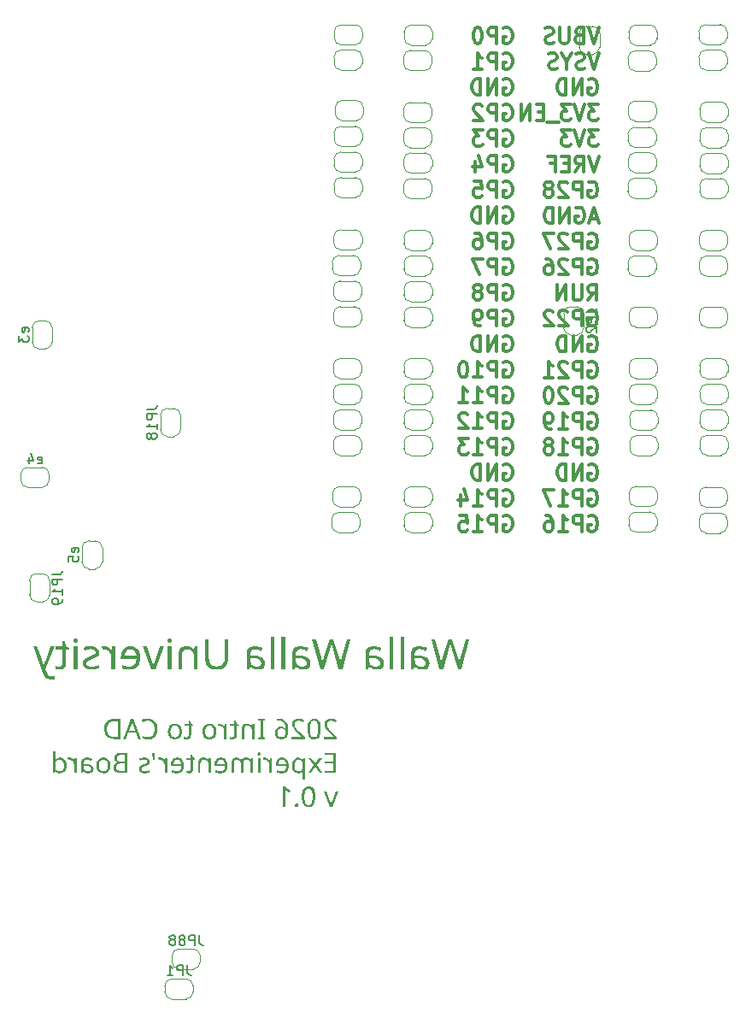
<source format=gbr>
%TF.GenerationSoftware,KiCad,Pcbnew,9.0.7-9.0.7~ubuntu24.04.1*%
%TF.CreationDate,2026-02-03T19:31:40-08:00*%
%TF.ProjectId,Frohne,46726f68-6e65-42e6-9b69-6361645f7063,rev?*%
%TF.SameCoordinates,Original*%
%TF.FileFunction,Legend,Bot*%
%TF.FilePolarity,Positive*%
%FSLAX46Y46*%
G04 Gerber Fmt 4.6, Leading zero omitted, Abs format (unit mm)*
G04 Created by KiCad (PCBNEW 9.0.7-9.0.7~ubuntu24.04.1) date 2026-02-03 19:31:40*
%MOMM*%
%LPD*%
G01*
G04 APERTURE LIST*
%ADD10C,0.300000*%
%ADD11C,0.150000*%
%ADD12C,0.200000*%
%ADD13C,0.120000*%
G04 APERTURE END LIST*
D10*
X160099774Y-31850510D02*
X159599774Y-33430510D01*
X159599774Y-33430510D02*
X159099774Y-31850510D01*
X158099775Y-32602891D02*
X157885489Y-32678129D01*
X157885489Y-32678129D02*
X157814060Y-32753367D01*
X157814060Y-32753367D02*
X157742632Y-32903843D01*
X157742632Y-32903843D02*
X157742632Y-33129557D01*
X157742632Y-33129557D02*
X157814060Y-33280033D01*
X157814060Y-33280033D02*
X157885489Y-33355272D01*
X157885489Y-33355272D02*
X158028346Y-33430510D01*
X158028346Y-33430510D02*
X158599775Y-33430510D01*
X158599775Y-33430510D02*
X158599775Y-31850510D01*
X158599775Y-31850510D02*
X158099775Y-31850510D01*
X158099775Y-31850510D02*
X157956918Y-31925748D01*
X157956918Y-31925748D02*
X157885489Y-32000986D01*
X157885489Y-32000986D02*
X157814060Y-32151462D01*
X157814060Y-32151462D02*
X157814060Y-32301938D01*
X157814060Y-32301938D02*
X157885489Y-32452414D01*
X157885489Y-32452414D02*
X157956918Y-32527652D01*
X157956918Y-32527652D02*
X158099775Y-32602891D01*
X158099775Y-32602891D02*
X158599775Y-32602891D01*
X157099775Y-31850510D02*
X157099775Y-33129557D01*
X157099775Y-33129557D02*
X157028346Y-33280033D01*
X157028346Y-33280033D02*
X156956918Y-33355272D01*
X156956918Y-33355272D02*
X156814060Y-33430510D01*
X156814060Y-33430510D02*
X156528346Y-33430510D01*
X156528346Y-33430510D02*
X156385489Y-33355272D01*
X156385489Y-33355272D02*
X156314060Y-33280033D01*
X156314060Y-33280033D02*
X156242632Y-33129557D01*
X156242632Y-33129557D02*
X156242632Y-31850510D01*
X155599774Y-33355272D02*
X155385489Y-33430510D01*
X155385489Y-33430510D02*
X155028346Y-33430510D01*
X155028346Y-33430510D02*
X154885489Y-33355272D01*
X154885489Y-33355272D02*
X154814060Y-33280033D01*
X154814060Y-33280033D02*
X154742631Y-33129557D01*
X154742631Y-33129557D02*
X154742631Y-32979081D01*
X154742631Y-32979081D02*
X154814060Y-32828605D01*
X154814060Y-32828605D02*
X154885489Y-32753367D01*
X154885489Y-32753367D02*
X155028346Y-32678129D01*
X155028346Y-32678129D02*
X155314060Y-32602891D01*
X155314060Y-32602891D02*
X155456917Y-32527652D01*
X155456917Y-32527652D02*
X155528346Y-32452414D01*
X155528346Y-32452414D02*
X155599774Y-32301938D01*
X155599774Y-32301938D02*
X155599774Y-32151462D01*
X155599774Y-32151462D02*
X155528346Y-32000986D01*
X155528346Y-32000986D02*
X155456917Y-31925748D01*
X155456917Y-31925748D02*
X155314060Y-31850510D01*
X155314060Y-31850510D02*
X154956917Y-31850510D01*
X154956917Y-31850510D02*
X154742631Y-31925748D01*
X160099774Y-34394222D02*
X159599774Y-35974222D01*
X159599774Y-35974222D02*
X159099774Y-34394222D01*
X158671203Y-35898984D02*
X158456918Y-35974222D01*
X158456918Y-35974222D02*
X158099775Y-35974222D01*
X158099775Y-35974222D02*
X157956918Y-35898984D01*
X157956918Y-35898984D02*
X157885489Y-35823745D01*
X157885489Y-35823745D02*
X157814060Y-35673269D01*
X157814060Y-35673269D02*
X157814060Y-35522793D01*
X157814060Y-35522793D02*
X157885489Y-35372317D01*
X157885489Y-35372317D02*
X157956918Y-35297079D01*
X157956918Y-35297079D02*
X158099775Y-35221841D01*
X158099775Y-35221841D02*
X158385489Y-35146603D01*
X158385489Y-35146603D02*
X158528346Y-35071364D01*
X158528346Y-35071364D02*
X158599775Y-34996126D01*
X158599775Y-34996126D02*
X158671203Y-34845650D01*
X158671203Y-34845650D02*
X158671203Y-34695174D01*
X158671203Y-34695174D02*
X158599775Y-34544698D01*
X158599775Y-34544698D02*
X158528346Y-34469460D01*
X158528346Y-34469460D02*
X158385489Y-34394222D01*
X158385489Y-34394222D02*
X158028346Y-34394222D01*
X158028346Y-34394222D02*
X157814060Y-34469460D01*
X156885489Y-35221841D02*
X156885489Y-35974222D01*
X157385489Y-34394222D02*
X156885489Y-35221841D01*
X156885489Y-35221841D02*
X156385489Y-34394222D01*
X155956918Y-35898984D02*
X155742633Y-35974222D01*
X155742633Y-35974222D02*
X155385490Y-35974222D01*
X155385490Y-35974222D02*
X155242633Y-35898984D01*
X155242633Y-35898984D02*
X155171204Y-35823745D01*
X155171204Y-35823745D02*
X155099775Y-35673269D01*
X155099775Y-35673269D02*
X155099775Y-35522793D01*
X155099775Y-35522793D02*
X155171204Y-35372317D01*
X155171204Y-35372317D02*
X155242633Y-35297079D01*
X155242633Y-35297079D02*
X155385490Y-35221841D01*
X155385490Y-35221841D02*
X155671204Y-35146603D01*
X155671204Y-35146603D02*
X155814061Y-35071364D01*
X155814061Y-35071364D02*
X155885490Y-34996126D01*
X155885490Y-34996126D02*
X155956918Y-34845650D01*
X155956918Y-34845650D02*
X155956918Y-34695174D01*
X155956918Y-34695174D02*
X155885490Y-34544698D01*
X155885490Y-34544698D02*
X155814061Y-34469460D01*
X155814061Y-34469460D02*
X155671204Y-34394222D01*
X155671204Y-34394222D02*
X155314061Y-34394222D01*
X155314061Y-34394222D02*
X155099775Y-34469460D01*
X159099774Y-37013172D02*
X159242632Y-36937934D01*
X159242632Y-36937934D02*
X159456917Y-36937934D01*
X159456917Y-36937934D02*
X159671203Y-37013172D01*
X159671203Y-37013172D02*
X159814060Y-37163648D01*
X159814060Y-37163648D02*
X159885489Y-37314124D01*
X159885489Y-37314124D02*
X159956917Y-37615076D01*
X159956917Y-37615076D02*
X159956917Y-37840791D01*
X159956917Y-37840791D02*
X159885489Y-38141743D01*
X159885489Y-38141743D02*
X159814060Y-38292219D01*
X159814060Y-38292219D02*
X159671203Y-38442696D01*
X159671203Y-38442696D02*
X159456917Y-38517934D01*
X159456917Y-38517934D02*
X159314060Y-38517934D01*
X159314060Y-38517934D02*
X159099774Y-38442696D01*
X159099774Y-38442696D02*
X159028346Y-38367457D01*
X159028346Y-38367457D02*
X159028346Y-37840791D01*
X159028346Y-37840791D02*
X159314060Y-37840791D01*
X158385489Y-38517934D02*
X158385489Y-36937934D01*
X158385489Y-36937934D02*
X157528346Y-38517934D01*
X157528346Y-38517934D02*
X157528346Y-36937934D01*
X156814060Y-38517934D02*
X156814060Y-36937934D01*
X156814060Y-36937934D02*
X156456917Y-36937934D01*
X156456917Y-36937934D02*
X156242631Y-37013172D01*
X156242631Y-37013172D02*
X156099774Y-37163648D01*
X156099774Y-37163648D02*
X156028345Y-37314124D01*
X156028345Y-37314124D02*
X155956917Y-37615076D01*
X155956917Y-37615076D02*
X155956917Y-37840791D01*
X155956917Y-37840791D02*
X156028345Y-38141743D01*
X156028345Y-38141743D02*
X156099774Y-38292219D01*
X156099774Y-38292219D02*
X156242631Y-38442696D01*
X156242631Y-38442696D02*
X156456917Y-38517934D01*
X156456917Y-38517934D02*
X156814060Y-38517934D01*
X160028346Y-39481646D02*
X159099774Y-39481646D01*
X159099774Y-39481646D02*
X159599774Y-40083550D01*
X159599774Y-40083550D02*
X159385489Y-40083550D01*
X159385489Y-40083550D02*
X159242632Y-40158788D01*
X159242632Y-40158788D02*
X159171203Y-40234027D01*
X159171203Y-40234027D02*
X159099774Y-40384503D01*
X159099774Y-40384503D02*
X159099774Y-40760693D01*
X159099774Y-40760693D02*
X159171203Y-40911169D01*
X159171203Y-40911169D02*
X159242632Y-40986408D01*
X159242632Y-40986408D02*
X159385489Y-41061646D01*
X159385489Y-41061646D02*
X159814060Y-41061646D01*
X159814060Y-41061646D02*
X159956917Y-40986408D01*
X159956917Y-40986408D02*
X160028346Y-40911169D01*
X158671203Y-39481646D02*
X158171203Y-41061646D01*
X158171203Y-41061646D02*
X157671203Y-39481646D01*
X157314061Y-39481646D02*
X156385489Y-39481646D01*
X156385489Y-39481646D02*
X156885489Y-40083550D01*
X156885489Y-40083550D02*
X156671204Y-40083550D01*
X156671204Y-40083550D02*
X156528347Y-40158788D01*
X156528347Y-40158788D02*
X156456918Y-40234027D01*
X156456918Y-40234027D02*
X156385489Y-40384503D01*
X156385489Y-40384503D02*
X156385489Y-40760693D01*
X156385489Y-40760693D02*
X156456918Y-40911169D01*
X156456918Y-40911169D02*
X156528347Y-40986408D01*
X156528347Y-40986408D02*
X156671204Y-41061646D01*
X156671204Y-41061646D02*
X157099775Y-41061646D01*
X157099775Y-41061646D02*
X157242632Y-40986408D01*
X157242632Y-40986408D02*
X157314061Y-40911169D01*
X156099776Y-41212122D02*
X154956918Y-41212122D01*
X154599776Y-40234027D02*
X154099776Y-40234027D01*
X153885490Y-41061646D02*
X154599776Y-41061646D01*
X154599776Y-41061646D02*
X154599776Y-39481646D01*
X154599776Y-39481646D02*
X153885490Y-39481646D01*
X153242633Y-41061646D02*
X153242633Y-39481646D01*
X153242633Y-39481646D02*
X152385490Y-41061646D01*
X152385490Y-41061646D02*
X152385490Y-39481646D01*
X160028346Y-42025358D02*
X159099774Y-42025358D01*
X159099774Y-42025358D02*
X159599774Y-42627262D01*
X159599774Y-42627262D02*
X159385489Y-42627262D01*
X159385489Y-42627262D02*
X159242632Y-42702500D01*
X159242632Y-42702500D02*
X159171203Y-42777739D01*
X159171203Y-42777739D02*
X159099774Y-42928215D01*
X159099774Y-42928215D02*
X159099774Y-43304405D01*
X159099774Y-43304405D02*
X159171203Y-43454881D01*
X159171203Y-43454881D02*
X159242632Y-43530120D01*
X159242632Y-43530120D02*
X159385489Y-43605358D01*
X159385489Y-43605358D02*
X159814060Y-43605358D01*
X159814060Y-43605358D02*
X159956917Y-43530120D01*
X159956917Y-43530120D02*
X160028346Y-43454881D01*
X158671203Y-42025358D02*
X158171203Y-43605358D01*
X158171203Y-43605358D02*
X157671203Y-42025358D01*
X157314061Y-42025358D02*
X156385489Y-42025358D01*
X156385489Y-42025358D02*
X156885489Y-42627262D01*
X156885489Y-42627262D02*
X156671204Y-42627262D01*
X156671204Y-42627262D02*
X156528347Y-42702500D01*
X156528347Y-42702500D02*
X156456918Y-42777739D01*
X156456918Y-42777739D02*
X156385489Y-42928215D01*
X156385489Y-42928215D02*
X156385489Y-43304405D01*
X156385489Y-43304405D02*
X156456918Y-43454881D01*
X156456918Y-43454881D02*
X156528347Y-43530120D01*
X156528347Y-43530120D02*
X156671204Y-43605358D01*
X156671204Y-43605358D02*
X157099775Y-43605358D01*
X157099775Y-43605358D02*
X157242632Y-43530120D01*
X157242632Y-43530120D02*
X157314061Y-43454881D01*
X160099774Y-44569070D02*
X159599774Y-46149070D01*
X159599774Y-46149070D02*
X159099774Y-44569070D01*
X157742632Y-46149070D02*
X158242632Y-45396689D01*
X158599775Y-46149070D02*
X158599775Y-44569070D01*
X158599775Y-44569070D02*
X158028346Y-44569070D01*
X158028346Y-44569070D02*
X157885489Y-44644308D01*
X157885489Y-44644308D02*
X157814060Y-44719546D01*
X157814060Y-44719546D02*
X157742632Y-44870022D01*
X157742632Y-44870022D02*
X157742632Y-45095736D01*
X157742632Y-45095736D02*
X157814060Y-45246212D01*
X157814060Y-45246212D02*
X157885489Y-45321451D01*
X157885489Y-45321451D02*
X158028346Y-45396689D01*
X158028346Y-45396689D02*
X158599775Y-45396689D01*
X157099775Y-45321451D02*
X156599775Y-45321451D01*
X156385489Y-46149070D02*
X157099775Y-46149070D01*
X157099775Y-46149070D02*
X157099775Y-44569070D01*
X157099775Y-44569070D02*
X156385489Y-44569070D01*
X155242632Y-45321451D02*
X155742632Y-45321451D01*
X155742632Y-46149070D02*
X155742632Y-44569070D01*
X155742632Y-44569070D02*
X155028346Y-44569070D01*
X159099774Y-47188020D02*
X159242632Y-47112782D01*
X159242632Y-47112782D02*
X159456917Y-47112782D01*
X159456917Y-47112782D02*
X159671203Y-47188020D01*
X159671203Y-47188020D02*
X159814060Y-47338496D01*
X159814060Y-47338496D02*
X159885489Y-47488972D01*
X159885489Y-47488972D02*
X159956917Y-47789924D01*
X159956917Y-47789924D02*
X159956917Y-48015639D01*
X159956917Y-48015639D02*
X159885489Y-48316591D01*
X159885489Y-48316591D02*
X159814060Y-48467067D01*
X159814060Y-48467067D02*
X159671203Y-48617544D01*
X159671203Y-48617544D02*
X159456917Y-48692782D01*
X159456917Y-48692782D02*
X159314060Y-48692782D01*
X159314060Y-48692782D02*
X159099774Y-48617544D01*
X159099774Y-48617544D02*
X159028346Y-48542305D01*
X159028346Y-48542305D02*
X159028346Y-48015639D01*
X159028346Y-48015639D02*
X159314060Y-48015639D01*
X158385489Y-48692782D02*
X158385489Y-47112782D01*
X158385489Y-47112782D02*
X157814060Y-47112782D01*
X157814060Y-47112782D02*
X157671203Y-47188020D01*
X157671203Y-47188020D02*
X157599774Y-47263258D01*
X157599774Y-47263258D02*
X157528346Y-47413734D01*
X157528346Y-47413734D02*
X157528346Y-47639448D01*
X157528346Y-47639448D02*
X157599774Y-47789924D01*
X157599774Y-47789924D02*
X157671203Y-47865163D01*
X157671203Y-47865163D02*
X157814060Y-47940401D01*
X157814060Y-47940401D02*
X158385489Y-47940401D01*
X156956917Y-47263258D02*
X156885489Y-47188020D01*
X156885489Y-47188020D02*
X156742632Y-47112782D01*
X156742632Y-47112782D02*
X156385489Y-47112782D01*
X156385489Y-47112782D02*
X156242632Y-47188020D01*
X156242632Y-47188020D02*
X156171203Y-47263258D01*
X156171203Y-47263258D02*
X156099774Y-47413734D01*
X156099774Y-47413734D02*
X156099774Y-47564210D01*
X156099774Y-47564210D02*
X156171203Y-47789924D01*
X156171203Y-47789924D02*
X157028346Y-48692782D01*
X157028346Y-48692782D02*
X156099774Y-48692782D01*
X155242632Y-47789924D02*
X155385489Y-47714686D01*
X155385489Y-47714686D02*
X155456918Y-47639448D01*
X155456918Y-47639448D02*
X155528346Y-47488972D01*
X155528346Y-47488972D02*
X155528346Y-47413734D01*
X155528346Y-47413734D02*
X155456918Y-47263258D01*
X155456918Y-47263258D02*
X155385489Y-47188020D01*
X155385489Y-47188020D02*
X155242632Y-47112782D01*
X155242632Y-47112782D02*
X154956918Y-47112782D01*
X154956918Y-47112782D02*
X154814061Y-47188020D01*
X154814061Y-47188020D02*
X154742632Y-47263258D01*
X154742632Y-47263258D02*
X154671203Y-47413734D01*
X154671203Y-47413734D02*
X154671203Y-47488972D01*
X154671203Y-47488972D02*
X154742632Y-47639448D01*
X154742632Y-47639448D02*
X154814061Y-47714686D01*
X154814061Y-47714686D02*
X154956918Y-47789924D01*
X154956918Y-47789924D02*
X155242632Y-47789924D01*
X155242632Y-47789924D02*
X155385489Y-47865163D01*
X155385489Y-47865163D02*
X155456918Y-47940401D01*
X155456918Y-47940401D02*
X155528346Y-48090877D01*
X155528346Y-48090877D02*
X155528346Y-48391829D01*
X155528346Y-48391829D02*
X155456918Y-48542305D01*
X155456918Y-48542305D02*
X155385489Y-48617544D01*
X155385489Y-48617544D02*
X155242632Y-48692782D01*
X155242632Y-48692782D02*
X154956918Y-48692782D01*
X154956918Y-48692782D02*
X154814061Y-48617544D01*
X154814061Y-48617544D02*
X154742632Y-48542305D01*
X154742632Y-48542305D02*
X154671203Y-48391829D01*
X154671203Y-48391829D02*
X154671203Y-48090877D01*
X154671203Y-48090877D02*
X154742632Y-47940401D01*
X154742632Y-47940401D02*
X154814061Y-47865163D01*
X154814061Y-47865163D02*
X154956918Y-47789924D01*
X159956917Y-50785065D02*
X159242632Y-50785065D01*
X160099774Y-51236494D02*
X159599774Y-49656494D01*
X159599774Y-49656494D02*
X159099774Y-51236494D01*
X157814060Y-49731732D02*
X157956918Y-49656494D01*
X157956918Y-49656494D02*
X158171203Y-49656494D01*
X158171203Y-49656494D02*
X158385489Y-49731732D01*
X158385489Y-49731732D02*
X158528346Y-49882208D01*
X158528346Y-49882208D02*
X158599775Y-50032684D01*
X158599775Y-50032684D02*
X158671203Y-50333636D01*
X158671203Y-50333636D02*
X158671203Y-50559351D01*
X158671203Y-50559351D02*
X158599775Y-50860303D01*
X158599775Y-50860303D02*
X158528346Y-51010779D01*
X158528346Y-51010779D02*
X158385489Y-51161256D01*
X158385489Y-51161256D02*
X158171203Y-51236494D01*
X158171203Y-51236494D02*
X158028346Y-51236494D01*
X158028346Y-51236494D02*
X157814060Y-51161256D01*
X157814060Y-51161256D02*
X157742632Y-51086017D01*
X157742632Y-51086017D02*
X157742632Y-50559351D01*
X157742632Y-50559351D02*
X158028346Y-50559351D01*
X157099775Y-51236494D02*
X157099775Y-49656494D01*
X157099775Y-49656494D02*
X156242632Y-51236494D01*
X156242632Y-51236494D02*
X156242632Y-49656494D01*
X155528346Y-51236494D02*
X155528346Y-49656494D01*
X155528346Y-49656494D02*
X155171203Y-49656494D01*
X155171203Y-49656494D02*
X154956917Y-49731732D01*
X154956917Y-49731732D02*
X154814060Y-49882208D01*
X154814060Y-49882208D02*
X154742631Y-50032684D01*
X154742631Y-50032684D02*
X154671203Y-50333636D01*
X154671203Y-50333636D02*
X154671203Y-50559351D01*
X154671203Y-50559351D02*
X154742631Y-50860303D01*
X154742631Y-50860303D02*
X154814060Y-51010779D01*
X154814060Y-51010779D02*
X154956917Y-51161256D01*
X154956917Y-51161256D02*
X155171203Y-51236494D01*
X155171203Y-51236494D02*
X155528346Y-51236494D01*
X159099774Y-52275444D02*
X159242632Y-52200206D01*
X159242632Y-52200206D02*
X159456917Y-52200206D01*
X159456917Y-52200206D02*
X159671203Y-52275444D01*
X159671203Y-52275444D02*
X159814060Y-52425920D01*
X159814060Y-52425920D02*
X159885489Y-52576396D01*
X159885489Y-52576396D02*
X159956917Y-52877348D01*
X159956917Y-52877348D02*
X159956917Y-53103063D01*
X159956917Y-53103063D02*
X159885489Y-53404015D01*
X159885489Y-53404015D02*
X159814060Y-53554491D01*
X159814060Y-53554491D02*
X159671203Y-53704968D01*
X159671203Y-53704968D02*
X159456917Y-53780206D01*
X159456917Y-53780206D02*
X159314060Y-53780206D01*
X159314060Y-53780206D02*
X159099774Y-53704968D01*
X159099774Y-53704968D02*
X159028346Y-53629729D01*
X159028346Y-53629729D02*
X159028346Y-53103063D01*
X159028346Y-53103063D02*
X159314060Y-53103063D01*
X158385489Y-53780206D02*
X158385489Y-52200206D01*
X158385489Y-52200206D02*
X157814060Y-52200206D01*
X157814060Y-52200206D02*
X157671203Y-52275444D01*
X157671203Y-52275444D02*
X157599774Y-52350682D01*
X157599774Y-52350682D02*
X157528346Y-52501158D01*
X157528346Y-52501158D02*
X157528346Y-52726872D01*
X157528346Y-52726872D02*
X157599774Y-52877348D01*
X157599774Y-52877348D02*
X157671203Y-52952587D01*
X157671203Y-52952587D02*
X157814060Y-53027825D01*
X157814060Y-53027825D02*
X158385489Y-53027825D01*
X156956917Y-52350682D02*
X156885489Y-52275444D01*
X156885489Y-52275444D02*
X156742632Y-52200206D01*
X156742632Y-52200206D02*
X156385489Y-52200206D01*
X156385489Y-52200206D02*
X156242632Y-52275444D01*
X156242632Y-52275444D02*
X156171203Y-52350682D01*
X156171203Y-52350682D02*
X156099774Y-52501158D01*
X156099774Y-52501158D02*
X156099774Y-52651634D01*
X156099774Y-52651634D02*
X156171203Y-52877348D01*
X156171203Y-52877348D02*
X157028346Y-53780206D01*
X157028346Y-53780206D02*
X156099774Y-53780206D01*
X155599775Y-52200206D02*
X154599775Y-52200206D01*
X154599775Y-52200206D02*
X155242632Y-53780206D01*
X159099774Y-54819156D02*
X159242632Y-54743918D01*
X159242632Y-54743918D02*
X159456917Y-54743918D01*
X159456917Y-54743918D02*
X159671203Y-54819156D01*
X159671203Y-54819156D02*
X159814060Y-54969632D01*
X159814060Y-54969632D02*
X159885489Y-55120108D01*
X159885489Y-55120108D02*
X159956917Y-55421060D01*
X159956917Y-55421060D02*
X159956917Y-55646775D01*
X159956917Y-55646775D02*
X159885489Y-55947727D01*
X159885489Y-55947727D02*
X159814060Y-56098203D01*
X159814060Y-56098203D02*
X159671203Y-56248680D01*
X159671203Y-56248680D02*
X159456917Y-56323918D01*
X159456917Y-56323918D02*
X159314060Y-56323918D01*
X159314060Y-56323918D02*
X159099774Y-56248680D01*
X159099774Y-56248680D02*
X159028346Y-56173441D01*
X159028346Y-56173441D02*
X159028346Y-55646775D01*
X159028346Y-55646775D02*
X159314060Y-55646775D01*
X158385489Y-56323918D02*
X158385489Y-54743918D01*
X158385489Y-54743918D02*
X157814060Y-54743918D01*
X157814060Y-54743918D02*
X157671203Y-54819156D01*
X157671203Y-54819156D02*
X157599774Y-54894394D01*
X157599774Y-54894394D02*
X157528346Y-55044870D01*
X157528346Y-55044870D02*
X157528346Y-55270584D01*
X157528346Y-55270584D02*
X157599774Y-55421060D01*
X157599774Y-55421060D02*
X157671203Y-55496299D01*
X157671203Y-55496299D02*
X157814060Y-55571537D01*
X157814060Y-55571537D02*
X158385489Y-55571537D01*
X156956917Y-54894394D02*
X156885489Y-54819156D01*
X156885489Y-54819156D02*
X156742632Y-54743918D01*
X156742632Y-54743918D02*
X156385489Y-54743918D01*
X156385489Y-54743918D02*
X156242632Y-54819156D01*
X156242632Y-54819156D02*
X156171203Y-54894394D01*
X156171203Y-54894394D02*
X156099774Y-55044870D01*
X156099774Y-55044870D02*
X156099774Y-55195346D01*
X156099774Y-55195346D02*
X156171203Y-55421060D01*
X156171203Y-55421060D02*
X157028346Y-56323918D01*
X157028346Y-56323918D02*
X156099774Y-56323918D01*
X154814061Y-54743918D02*
X155099775Y-54743918D01*
X155099775Y-54743918D02*
X155242632Y-54819156D01*
X155242632Y-54819156D02*
X155314061Y-54894394D01*
X155314061Y-54894394D02*
X155456918Y-55120108D01*
X155456918Y-55120108D02*
X155528346Y-55421060D01*
X155528346Y-55421060D02*
X155528346Y-56022965D01*
X155528346Y-56022965D02*
X155456918Y-56173441D01*
X155456918Y-56173441D02*
X155385489Y-56248680D01*
X155385489Y-56248680D02*
X155242632Y-56323918D01*
X155242632Y-56323918D02*
X154956918Y-56323918D01*
X154956918Y-56323918D02*
X154814061Y-56248680D01*
X154814061Y-56248680D02*
X154742632Y-56173441D01*
X154742632Y-56173441D02*
X154671203Y-56022965D01*
X154671203Y-56022965D02*
X154671203Y-55646775D01*
X154671203Y-55646775D02*
X154742632Y-55496299D01*
X154742632Y-55496299D02*
X154814061Y-55421060D01*
X154814061Y-55421060D02*
X154956918Y-55345822D01*
X154956918Y-55345822D02*
X155242632Y-55345822D01*
X155242632Y-55345822D02*
X155385489Y-55421060D01*
X155385489Y-55421060D02*
X155456918Y-55496299D01*
X155456918Y-55496299D02*
X155528346Y-55646775D01*
X159028346Y-58867630D02*
X159528346Y-58115249D01*
X159885489Y-58867630D02*
X159885489Y-57287630D01*
X159885489Y-57287630D02*
X159314060Y-57287630D01*
X159314060Y-57287630D02*
X159171203Y-57362868D01*
X159171203Y-57362868D02*
X159099774Y-57438106D01*
X159099774Y-57438106D02*
X159028346Y-57588582D01*
X159028346Y-57588582D02*
X159028346Y-57814296D01*
X159028346Y-57814296D02*
X159099774Y-57964772D01*
X159099774Y-57964772D02*
X159171203Y-58040011D01*
X159171203Y-58040011D02*
X159314060Y-58115249D01*
X159314060Y-58115249D02*
X159885489Y-58115249D01*
X158385489Y-57287630D02*
X158385489Y-58566677D01*
X158385489Y-58566677D02*
X158314060Y-58717153D01*
X158314060Y-58717153D02*
X158242632Y-58792392D01*
X158242632Y-58792392D02*
X158099774Y-58867630D01*
X158099774Y-58867630D02*
X157814060Y-58867630D01*
X157814060Y-58867630D02*
X157671203Y-58792392D01*
X157671203Y-58792392D02*
X157599774Y-58717153D01*
X157599774Y-58717153D02*
X157528346Y-58566677D01*
X157528346Y-58566677D02*
X157528346Y-57287630D01*
X156814060Y-58867630D02*
X156814060Y-57287630D01*
X156814060Y-57287630D02*
X155956917Y-58867630D01*
X155956917Y-58867630D02*
X155956917Y-57287630D01*
X159099774Y-59906580D02*
X159242632Y-59831342D01*
X159242632Y-59831342D02*
X159456917Y-59831342D01*
X159456917Y-59831342D02*
X159671203Y-59906580D01*
X159671203Y-59906580D02*
X159814060Y-60057056D01*
X159814060Y-60057056D02*
X159885489Y-60207532D01*
X159885489Y-60207532D02*
X159956917Y-60508484D01*
X159956917Y-60508484D02*
X159956917Y-60734199D01*
X159956917Y-60734199D02*
X159885489Y-61035151D01*
X159885489Y-61035151D02*
X159814060Y-61185627D01*
X159814060Y-61185627D02*
X159671203Y-61336104D01*
X159671203Y-61336104D02*
X159456917Y-61411342D01*
X159456917Y-61411342D02*
X159314060Y-61411342D01*
X159314060Y-61411342D02*
X159099774Y-61336104D01*
X159099774Y-61336104D02*
X159028346Y-61260865D01*
X159028346Y-61260865D02*
X159028346Y-60734199D01*
X159028346Y-60734199D02*
X159314060Y-60734199D01*
X158385489Y-61411342D02*
X158385489Y-59831342D01*
X158385489Y-59831342D02*
X157814060Y-59831342D01*
X157814060Y-59831342D02*
X157671203Y-59906580D01*
X157671203Y-59906580D02*
X157599774Y-59981818D01*
X157599774Y-59981818D02*
X157528346Y-60132294D01*
X157528346Y-60132294D02*
X157528346Y-60358008D01*
X157528346Y-60358008D02*
X157599774Y-60508484D01*
X157599774Y-60508484D02*
X157671203Y-60583723D01*
X157671203Y-60583723D02*
X157814060Y-60658961D01*
X157814060Y-60658961D02*
X158385489Y-60658961D01*
X156956917Y-59981818D02*
X156885489Y-59906580D01*
X156885489Y-59906580D02*
X156742632Y-59831342D01*
X156742632Y-59831342D02*
X156385489Y-59831342D01*
X156385489Y-59831342D02*
X156242632Y-59906580D01*
X156242632Y-59906580D02*
X156171203Y-59981818D01*
X156171203Y-59981818D02*
X156099774Y-60132294D01*
X156099774Y-60132294D02*
X156099774Y-60282770D01*
X156099774Y-60282770D02*
X156171203Y-60508484D01*
X156171203Y-60508484D02*
X157028346Y-61411342D01*
X157028346Y-61411342D02*
X156099774Y-61411342D01*
X155528346Y-59981818D02*
X155456918Y-59906580D01*
X155456918Y-59906580D02*
X155314061Y-59831342D01*
X155314061Y-59831342D02*
X154956918Y-59831342D01*
X154956918Y-59831342D02*
X154814061Y-59906580D01*
X154814061Y-59906580D02*
X154742632Y-59981818D01*
X154742632Y-59981818D02*
X154671203Y-60132294D01*
X154671203Y-60132294D02*
X154671203Y-60282770D01*
X154671203Y-60282770D02*
X154742632Y-60508484D01*
X154742632Y-60508484D02*
X155599775Y-61411342D01*
X155599775Y-61411342D02*
X154671203Y-61411342D01*
X159099774Y-62450292D02*
X159242632Y-62375054D01*
X159242632Y-62375054D02*
X159456917Y-62375054D01*
X159456917Y-62375054D02*
X159671203Y-62450292D01*
X159671203Y-62450292D02*
X159814060Y-62600768D01*
X159814060Y-62600768D02*
X159885489Y-62751244D01*
X159885489Y-62751244D02*
X159956917Y-63052196D01*
X159956917Y-63052196D02*
X159956917Y-63277911D01*
X159956917Y-63277911D02*
X159885489Y-63578863D01*
X159885489Y-63578863D02*
X159814060Y-63729339D01*
X159814060Y-63729339D02*
X159671203Y-63879816D01*
X159671203Y-63879816D02*
X159456917Y-63955054D01*
X159456917Y-63955054D02*
X159314060Y-63955054D01*
X159314060Y-63955054D02*
X159099774Y-63879816D01*
X159099774Y-63879816D02*
X159028346Y-63804577D01*
X159028346Y-63804577D02*
X159028346Y-63277911D01*
X159028346Y-63277911D02*
X159314060Y-63277911D01*
X158385489Y-63955054D02*
X158385489Y-62375054D01*
X158385489Y-62375054D02*
X157528346Y-63955054D01*
X157528346Y-63955054D02*
X157528346Y-62375054D01*
X156814060Y-63955054D02*
X156814060Y-62375054D01*
X156814060Y-62375054D02*
X156456917Y-62375054D01*
X156456917Y-62375054D02*
X156242631Y-62450292D01*
X156242631Y-62450292D02*
X156099774Y-62600768D01*
X156099774Y-62600768D02*
X156028345Y-62751244D01*
X156028345Y-62751244D02*
X155956917Y-63052196D01*
X155956917Y-63052196D02*
X155956917Y-63277911D01*
X155956917Y-63277911D02*
X156028345Y-63578863D01*
X156028345Y-63578863D02*
X156099774Y-63729339D01*
X156099774Y-63729339D02*
X156242631Y-63879816D01*
X156242631Y-63879816D02*
X156456917Y-63955054D01*
X156456917Y-63955054D02*
X156814060Y-63955054D01*
X159099774Y-64994004D02*
X159242632Y-64918766D01*
X159242632Y-64918766D02*
X159456917Y-64918766D01*
X159456917Y-64918766D02*
X159671203Y-64994004D01*
X159671203Y-64994004D02*
X159814060Y-65144480D01*
X159814060Y-65144480D02*
X159885489Y-65294956D01*
X159885489Y-65294956D02*
X159956917Y-65595908D01*
X159956917Y-65595908D02*
X159956917Y-65821623D01*
X159956917Y-65821623D02*
X159885489Y-66122575D01*
X159885489Y-66122575D02*
X159814060Y-66273051D01*
X159814060Y-66273051D02*
X159671203Y-66423528D01*
X159671203Y-66423528D02*
X159456917Y-66498766D01*
X159456917Y-66498766D02*
X159314060Y-66498766D01*
X159314060Y-66498766D02*
X159099774Y-66423528D01*
X159099774Y-66423528D02*
X159028346Y-66348289D01*
X159028346Y-66348289D02*
X159028346Y-65821623D01*
X159028346Y-65821623D02*
X159314060Y-65821623D01*
X158385489Y-66498766D02*
X158385489Y-64918766D01*
X158385489Y-64918766D02*
X157814060Y-64918766D01*
X157814060Y-64918766D02*
X157671203Y-64994004D01*
X157671203Y-64994004D02*
X157599774Y-65069242D01*
X157599774Y-65069242D02*
X157528346Y-65219718D01*
X157528346Y-65219718D02*
X157528346Y-65445432D01*
X157528346Y-65445432D02*
X157599774Y-65595908D01*
X157599774Y-65595908D02*
X157671203Y-65671147D01*
X157671203Y-65671147D02*
X157814060Y-65746385D01*
X157814060Y-65746385D02*
X158385489Y-65746385D01*
X156956917Y-65069242D02*
X156885489Y-64994004D01*
X156885489Y-64994004D02*
X156742632Y-64918766D01*
X156742632Y-64918766D02*
X156385489Y-64918766D01*
X156385489Y-64918766D02*
X156242632Y-64994004D01*
X156242632Y-64994004D02*
X156171203Y-65069242D01*
X156171203Y-65069242D02*
X156099774Y-65219718D01*
X156099774Y-65219718D02*
X156099774Y-65370194D01*
X156099774Y-65370194D02*
X156171203Y-65595908D01*
X156171203Y-65595908D02*
X157028346Y-66498766D01*
X157028346Y-66498766D02*
X156099774Y-66498766D01*
X154671203Y-66498766D02*
X155528346Y-66498766D01*
X155099775Y-66498766D02*
X155099775Y-64918766D01*
X155099775Y-64918766D02*
X155242632Y-65144480D01*
X155242632Y-65144480D02*
X155385489Y-65294956D01*
X155385489Y-65294956D02*
X155528346Y-65370194D01*
X159099774Y-67537716D02*
X159242632Y-67462478D01*
X159242632Y-67462478D02*
X159456917Y-67462478D01*
X159456917Y-67462478D02*
X159671203Y-67537716D01*
X159671203Y-67537716D02*
X159814060Y-67688192D01*
X159814060Y-67688192D02*
X159885489Y-67838668D01*
X159885489Y-67838668D02*
X159956917Y-68139620D01*
X159956917Y-68139620D02*
X159956917Y-68365335D01*
X159956917Y-68365335D02*
X159885489Y-68666287D01*
X159885489Y-68666287D02*
X159814060Y-68816763D01*
X159814060Y-68816763D02*
X159671203Y-68967240D01*
X159671203Y-68967240D02*
X159456917Y-69042478D01*
X159456917Y-69042478D02*
X159314060Y-69042478D01*
X159314060Y-69042478D02*
X159099774Y-68967240D01*
X159099774Y-68967240D02*
X159028346Y-68892001D01*
X159028346Y-68892001D02*
X159028346Y-68365335D01*
X159028346Y-68365335D02*
X159314060Y-68365335D01*
X158385489Y-69042478D02*
X158385489Y-67462478D01*
X158385489Y-67462478D02*
X157814060Y-67462478D01*
X157814060Y-67462478D02*
X157671203Y-67537716D01*
X157671203Y-67537716D02*
X157599774Y-67612954D01*
X157599774Y-67612954D02*
X157528346Y-67763430D01*
X157528346Y-67763430D02*
X157528346Y-67989144D01*
X157528346Y-67989144D02*
X157599774Y-68139620D01*
X157599774Y-68139620D02*
X157671203Y-68214859D01*
X157671203Y-68214859D02*
X157814060Y-68290097D01*
X157814060Y-68290097D02*
X158385489Y-68290097D01*
X156956917Y-67612954D02*
X156885489Y-67537716D01*
X156885489Y-67537716D02*
X156742632Y-67462478D01*
X156742632Y-67462478D02*
X156385489Y-67462478D01*
X156385489Y-67462478D02*
X156242632Y-67537716D01*
X156242632Y-67537716D02*
X156171203Y-67612954D01*
X156171203Y-67612954D02*
X156099774Y-67763430D01*
X156099774Y-67763430D02*
X156099774Y-67913906D01*
X156099774Y-67913906D02*
X156171203Y-68139620D01*
X156171203Y-68139620D02*
X157028346Y-69042478D01*
X157028346Y-69042478D02*
X156099774Y-69042478D01*
X155171203Y-67462478D02*
X155028346Y-67462478D01*
X155028346Y-67462478D02*
X154885489Y-67537716D01*
X154885489Y-67537716D02*
X154814061Y-67612954D01*
X154814061Y-67612954D02*
X154742632Y-67763430D01*
X154742632Y-67763430D02*
X154671203Y-68064382D01*
X154671203Y-68064382D02*
X154671203Y-68440573D01*
X154671203Y-68440573D02*
X154742632Y-68741525D01*
X154742632Y-68741525D02*
X154814061Y-68892001D01*
X154814061Y-68892001D02*
X154885489Y-68967240D01*
X154885489Y-68967240D02*
X155028346Y-69042478D01*
X155028346Y-69042478D02*
X155171203Y-69042478D01*
X155171203Y-69042478D02*
X155314061Y-68967240D01*
X155314061Y-68967240D02*
X155385489Y-68892001D01*
X155385489Y-68892001D02*
X155456918Y-68741525D01*
X155456918Y-68741525D02*
X155528346Y-68440573D01*
X155528346Y-68440573D02*
X155528346Y-68064382D01*
X155528346Y-68064382D02*
X155456918Y-67763430D01*
X155456918Y-67763430D02*
X155385489Y-67612954D01*
X155385489Y-67612954D02*
X155314061Y-67537716D01*
X155314061Y-67537716D02*
X155171203Y-67462478D01*
X159099774Y-70081428D02*
X159242632Y-70006190D01*
X159242632Y-70006190D02*
X159456917Y-70006190D01*
X159456917Y-70006190D02*
X159671203Y-70081428D01*
X159671203Y-70081428D02*
X159814060Y-70231904D01*
X159814060Y-70231904D02*
X159885489Y-70382380D01*
X159885489Y-70382380D02*
X159956917Y-70683332D01*
X159956917Y-70683332D02*
X159956917Y-70909047D01*
X159956917Y-70909047D02*
X159885489Y-71209999D01*
X159885489Y-71209999D02*
X159814060Y-71360475D01*
X159814060Y-71360475D02*
X159671203Y-71510952D01*
X159671203Y-71510952D02*
X159456917Y-71586190D01*
X159456917Y-71586190D02*
X159314060Y-71586190D01*
X159314060Y-71586190D02*
X159099774Y-71510952D01*
X159099774Y-71510952D02*
X159028346Y-71435713D01*
X159028346Y-71435713D02*
X159028346Y-70909047D01*
X159028346Y-70909047D02*
X159314060Y-70909047D01*
X158385489Y-71586190D02*
X158385489Y-70006190D01*
X158385489Y-70006190D02*
X157814060Y-70006190D01*
X157814060Y-70006190D02*
X157671203Y-70081428D01*
X157671203Y-70081428D02*
X157599774Y-70156666D01*
X157599774Y-70156666D02*
X157528346Y-70307142D01*
X157528346Y-70307142D02*
X157528346Y-70532856D01*
X157528346Y-70532856D02*
X157599774Y-70683332D01*
X157599774Y-70683332D02*
X157671203Y-70758571D01*
X157671203Y-70758571D02*
X157814060Y-70833809D01*
X157814060Y-70833809D02*
X158385489Y-70833809D01*
X156099774Y-71586190D02*
X156956917Y-71586190D01*
X156528346Y-71586190D02*
X156528346Y-70006190D01*
X156528346Y-70006190D02*
X156671203Y-70231904D01*
X156671203Y-70231904D02*
X156814060Y-70382380D01*
X156814060Y-70382380D02*
X156956917Y-70457618D01*
X155385489Y-71586190D02*
X155099775Y-71586190D01*
X155099775Y-71586190D02*
X154956918Y-71510952D01*
X154956918Y-71510952D02*
X154885489Y-71435713D01*
X154885489Y-71435713D02*
X154742632Y-71209999D01*
X154742632Y-71209999D02*
X154671203Y-70909047D01*
X154671203Y-70909047D02*
X154671203Y-70307142D01*
X154671203Y-70307142D02*
X154742632Y-70156666D01*
X154742632Y-70156666D02*
X154814061Y-70081428D01*
X154814061Y-70081428D02*
X154956918Y-70006190D01*
X154956918Y-70006190D02*
X155242632Y-70006190D01*
X155242632Y-70006190D02*
X155385489Y-70081428D01*
X155385489Y-70081428D02*
X155456918Y-70156666D01*
X155456918Y-70156666D02*
X155528346Y-70307142D01*
X155528346Y-70307142D02*
X155528346Y-70683332D01*
X155528346Y-70683332D02*
X155456918Y-70833809D01*
X155456918Y-70833809D02*
X155385489Y-70909047D01*
X155385489Y-70909047D02*
X155242632Y-70984285D01*
X155242632Y-70984285D02*
X154956918Y-70984285D01*
X154956918Y-70984285D02*
X154814061Y-70909047D01*
X154814061Y-70909047D02*
X154742632Y-70833809D01*
X154742632Y-70833809D02*
X154671203Y-70683332D01*
X159099774Y-72625140D02*
X159242632Y-72549902D01*
X159242632Y-72549902D02*
X159456917Y-72549902D01*
X159456917Y-72549902D02*
X159671203Y-72625140D01*
X159671203Y-72625140D02*
X159814060Y-72775616D01*
X159814060Y-72775616D02*
X159885489Y-72926092D01*
X159885489Y-72926092D02*
X159956917Y-73227044D01*
X159956917Y-73227044D02*
X159956917Y-73452759D01*
X159956917Y-73452759D02*
X159885489Y-73753711D01*
X159885489Y-73753711D02*
X159814060Y-73904187D01*
X159814060Y-73904187D02*
X159671203Y-74054664D01*
X159671203Y-74054664D02*
X159456917Y-74129902D01*
X159456917Y-74129902D02*
X159314060Y-74129902D01*
X159314060Y-74129902D02*
X159099774Y-74054664D01*
X159099774Y-74054664D02*
X159028346Y-73979425D01*
X159028346Y-73979425D02*
X159028346Y-73452759D01*
X159028346Y-73452759D02*
X159314060Y-73452759D01*
X158385489Y-74129902D02*
X158385489Y-72549902D01*
X158385489Y-72549902D02*
X157814060Y-72549902D01*
X157814060Y-72549902D02*
X157671203Y-72625140D01*
X157671203Y-72625140D02*
X157599774Y-72700378D01*
X157599774Y-72700378D02*
X157528346Y-72850854D01*
X157528346Y-72850854D02*
X157528346Y-73076568D01*
X157528346Y-73076568D02*
X157599774Y-73227044D01*
X157599774Y-73227044D02*
X157671203Y-73302283D01*
X157671203Y-73302283D02*
X157814060Y-73377521D01*
X157814060Y-73377521D02*
X158385489Y-73377521D01*
X156099774Y-74129902D02*
X156956917Y-74129902D01*
X156528346Y-74129902D02*
X156528346Y-72549902D01*
X156528346Y-72549902D02*
X156671203Y-72775616D01*
X156671203Y-72775616D02*
X156814060Y-72926092D01*
X156814060Y-72926092D02*
X156956917Y-73001330D01*
X155242632Y-73227044D02*
X155385489Y-73151806D01*
X155385489Y-73151806D02*
X155456918Y-73076568D01*
X155456918Y-73076568D02*
X155528346Y-72926092D01*
X155528346Y-72926092D02*
X155528346Y-72850854D01*
X155528346Y-72850854D02*
X155456918Y-72700378D01*
X155456918Y-72700378D02*
X155385489Y-72625140D01*
X155385489Y-72625140D02*
X155242632Y-72549902D01*
X155242632Y-72549902D02*
X154956918Y-72549902D01*
X154956918Y-72549902D02*
X154814061Y-72625140D01*
X154814061Y-72625140D02*
X154742632Y-72700378D01*
X154742632Y-72700378D02*
X154671203Y-72850854D01*
X154671203Y-72850854D02*
X154671203Y-72926092D01*
X154671203Y-72926092D02*
X154742632Y-73076568D01*
X154742632Y-73076568D02*
X154814061Y-73151806D01*
X154814061Y-73151806D02*
X154956918Y-73227044D01*
X154956918Y-73227044D02*
X155242632Y-73227044D01*
X155242632Y-73227044D02*
X155385489Y-73302283D01*
X155385489Y-73302283D02*
X155456918Y-73377521D01*
X155456918Y-73377521D02*
X155528346Y-73527997D01*
X155528346Y-73527997D02*
X155528346Y-73828949D01*
X155528346Y-73828949D02*
X155456918Y-73979425D01*
X155456918Y-73979425D02*
X155385489Y-74054664D01*
X155385489Y-74054664D02*
X155242632Y-74129902D01*
X155242632Y-74129902D02*
X154956918Y-74129902D01*
X154956918Y-74129902D02*
X154814061Y-74054664D01*
X154814061Y-74054664D02*
X154742632Y-73979425D01*
X154742632Y-73979425D02*
X154671203Y-73828949D01*
X154671203Y-73828949D02*
X154671203Y-73527997D01*
X154671203Y-73527997D02*
X154742632Y-73377521D01*
X154742632Y-73377521D02*
X154814061Y-73302283D01*
X154814061Y-73302283D02*
X154956918Y-73227044D01*
X159099774Y-75168852D02*
X159242632Y-75093614D01*
X159242632Y-75093614D02*
X159456917Y-75093614D01*
X159456917Y-75093614D02*
X159671203Y-75168852D01*
X159671203Y-75168852D02*
X159814060Y-75319328D01*
X159814060Y-75319328D02*
X159885489Y-75469804D01*
X159885489Y-75469804D02*
X159956917Y-75770756D01*
X159956917Y-75770756D02*
X159956917Y-75996471D01*
X159956917Y-75996471D02*
X159885489Y-76297423D01*
X159885489Y-76297423D02*
X159814060Y-76447899D01*
X159814060Y-76447899D02*
X159671203Y-76598376D01*
X159671203Y-76598376D02*
X159456917Y-76673614D01*
X159456917Y-76673614D02*
X159314060Y-76673614D01*
X159314060Y-76673614D02*
X159099774Y-76598376D01*
X159099774Y-76598376D02*
X159028346Y-76523137D01*
X159028346Y-76523137D02*
X159028346Y-75996471D01*
X159028346Y-75996471D02*
X159314060Y-75996471D01*
X158385489Y-76673614D02*
X158385489Y-75093614D01*
X158385489Y-75093614D02*
X157528346Y-76673614D01*
X157528346Y-76673614D02*
X157528346Y-75093614D01*
X156814060Y-76673614D02*
X156814060Y-75093614D01*
X156814060Y-75093614D02*
X156456917Y-75093614D01*
X156456917Y-75093614D02*
X156242631Y-75168852D01*
X156242631Y-75168852D02*
X156099774Y-75319328D01*
X156099774Y-75319328D02*
X156028345Y-75469804D01*
X156028345Y-75469804D02*
X155956917Y-75770756D01*
X155956917Y-75770756D02*
X155956917Y-75996471D01*
X155956917Y-75996471D02*
X156028345Y-76297423D01*
X156028345Y-76297423D02*
X156099774Y-76447899D01*
X156099774Y-76447899D02*
X156242631Y-76598376D01*
X156242631Y-76598376D02*
X156456917Y-76673614D01*
X156456917Y-76673614D02*
X156814060Y-76673614D01*
X159099774Y-77712564D02*
X159242632Y-77637326D01*
X159242632Y-77637326D02*
X159456917Y-77637326D01*
X159456917Y-77637326D02*
X159671203Y-77712564D01*
X159671203Y-77712564D02*
X159814060Y-77863040D01*
X159814060Y-77863040D02*
X159885489Y-78013516D01*
X159885489Y-78013516D02*
X159956917Y-78314468D01*
X159956917Y-78314468D02*
X159956917Y-78540183D01*
X159956917Y-78540183D02*
X159885489Y-78841135D01*
X159885489Y-78841135D02*
X159814060Y-78991611D01*
X159814060Y-78991611D02*
X159671203Y-79142088D01*
X159671203Y-79142088D02*
X159456917Y-79217326D01*
X159456917Y-79217326D02*
X159314060Y-79217326D01*
X159314060Y-79217326D02*
X159099774Y-79142088D01*
X159099774Y-79142088D02*
X159028346Y-79066849D01*
X159028346Y-79066849D02*
X159028346Y-78540183D01*
X159028346Y-78540183D02*
X159314060Y-78540183D01*
X158385489Y-79217326D02*
X158385489Y-77637326D01*
X158385489Y-77637326D02*
X157814060Y-77637326D01*
X157814060Y-77637326D02*
X157671203Y-77712564D01*
X157671203Y-77712564D02*
X157599774Y-77787802D01*
X157599774Y-77787802D02*
X157528346Y-77938278D01*
X157528346Y-77938278D02*
X157528346Y-78163992D01*
X157528346Y-78163992D02*
X157599774Y-78314468D01*
X157599774Y-78314468D02*
X157671203Y-78389707D01*
X157671203Y-78389707D02*
X157814060Y-78464945D01*
X157814060Y-78464945D02*
X158385489Y-78464945D01*
X156099774Y-79217326D02*
X156956917Y-79217326D01*
X156528346Y-79217326D02*
X156528346Y-77637326D01*
X156528346Y-77637326D02*
X156671203Y-77863040D01*
X156671203Y-77863040D02*
X156814060Y-78013516D01*
X156814060Y-78013516D02*
X156956917Y-78088754D01*
X155599775Y-77637326D02*
X154599775Y-77637326D01*
X154599775Y-77637326D02*
X155242632Y-79217326D01*
X159099774Y-80256276D02*
X159242632Y-80181038D01*
X159242632Y-80181038D02*
X159456917Y-80181038D01*
X159456917Y-80181038D02*
X159671203Y-80256276D01*
X159671203Y-80256276D02*
X159814060Y-80406752D01*
X159814060Y-80406752D02*
X159885489Y-80557228D01*
X159885489Y-80557228D02*
X159956917Y-80858180D01*
X159956917Y-80858180D02*
X159956917Y-81083895D01*
X159956917Y-81083895D02*
X159885489Y-81384847D01*
X159885489Y-81384847D02*
X159814060Y-81535323D01*
X159814060Y-81535323D02*
X159671203Y-81685800D01*
X159671203Y-81685800D02*
X159456917Y-81761038D01*
X159456917Y-81761038D02*
X159314060Y-81761038D01*
X159314060Y-81761038D02*
X159099774Y-81685800D01*
X159099774Y-81685800D02*
X159028346Y-81610561D01*
X159028346Y-81610561D02*
X159028346Y-81083895D01*
X159028346Y-81083895D02*
X159314060Y-81083895D01*
X158385489Y-81761038D02*
X158385489Y-80181038D01*
X158385489Y-80181038D02*
X157814060Y-80181038D01*
X157814060Y-80181038D02*
X157671203Y-80256276D01*
X157671203Y-80256276D02*
X157599774Y-80331514D01*
X157599774Y-80331514D02*
X157528346Y-80481990D01*
X157528346Y-80481990D02*
X157528346Y-80707704D01*
X157528346Y-80707704D02*
X157599774Y-80858180D01*
X157599774Y-80858180D02*
X157671203Y-80933419D01*
X157671203Y-80933419D02*
X157814060Y-81008657D01*
X157814060Y-81008657D02*
X158385489Y-81008657D01*
X156099774Y-81761038D02*
X156956917Y-81761038D01*
X156528346Y-81761038D02*
X156528346Y-80181038D01*
X156528346Y-80181038D02*
X156671203Y-80406752D01*
X156671203Y-80406752D02*
X156814060Y-80557228D01*
X156814060Y-80557228D02*
X156956917Y-80632466D01*
X154814061Y-80181038D02*
X155099775Y-80181038D01*
X155099775Y-80181038D02*
X155242632Y-80256276D01*
X155242632Y-80256276D02*
X155314061Y-80331514D01*
X155314061Y-80331514D02*
X155456918Y-80557228D01*
X155456918Y-80557228D02*
X155528346Y-80858180D01*
X155528346Y-80858180D02*
X155528346Y-81460085D01*
X155528346Y-81460085D02*
X155456918Y-81610561D01*
X155456918Y-81610561D02*
X155385489Y-81685800D01*
X155385489Y-81685800D02*
X155242632Y-81761038D01*
X155242632Y-81761038D02*
X154956918Y-81761038D01*
X154956918Y-81761038D02*
X154814061Y-81685800D01*
X154814061Y-81685800D02*
X154742632Y-81610561D01*
X154742632Y-81610561D02*
X154671203Y-81460085D01*
X154671203Y-81460085D02*
X154671203Y-81083895D01*
X154671203Y-81083895D02*
X154742632Y-80933419D01*
X154742632Y-80933419D02*
X154814061Y-80858180D01*
X154814061Y-80858180D02*
X154956918Y-80782942D01*
X154956918Y-80782942D02*
X155242632Y-80782942D01*
X155242632Y-80782942D02*
X155385489Y-80858180D01*
X155385489Y-80858180D02*
X155456918Y-80933419D01*
X155456918Y-80933419D02*
X155528346Y-81083895D01*
D11*
G36*
X143468595Y-92411125D02*
G01*
X144266536Y-95410000D01*
X144648838Y-95410000D01*
X145232639Y-93444455D01*
X145299867Y-93200823D01*
X145354455Y-92984485D01*
X145383764Y-92852227D01*
X145427911Y-93085418D01*
X145526646Y-93456912D01*
X146093595Y-95410000D01*
X146475713Y-95410000D01*
X147269624Y-92411125D01*
X146874867Y-92411125D01*
X146408668Y-94242397D01*
X146322573Y-94616271D01*
X146265786Y-94956441D01*
X146202772Y-94599419D01*
X146106235Y-94221331D01*
X145577021Y-92411125D01*
X145186477Y-92411125D01*
X144636198Y-94233970D01*
X144535448Y-94618286D01*
X144472433Y-94956441D01*
X144413632Y-94618286D01*
X144325338Y-94238183D01*
X143863353Y-92411125D01*
X143468595Y-92411125D01*
G37*
G36*
X142503765Y-93135294D02*
G01*
X142708572Y-93177742D01*
X142901565Y-93242165D01*
X143057168Y-93314213D01*
X142943778Y-93591367D01*
X142645558Y-93471749D01*
X142482627Y-93432472D01*
X142309419Y-93419176D01*
X142164874Y-93432774D01*
X142052449Y-93470078D01*
X141965036Y-93528353D01*
X141902398Y-93610342D01*
X141859744Y-93735069D01*
X141843220Y-93919080D01*
X141843220Y-94053353D01*
X142225521Y-94065992D01*
X142509449Y-94088192D01*
X142733080Y-94131646D01*
X142906977Y-94191785D01*
X143040315Y-94265478D01*
X143156649Y-94367067D01*
X143237903Y-94484926D01*
X143287495Y-94622204D01*
X143304830Y-94784249D01*
X143290404Y-94955465D01*
X143250499Y-95092654D01*
X143188121Y-95202654D01*
X143103330Y-95290382D01*
X142961115Y-95378350D01*
X142793790Y-95432780D01*
X142595000Y-95451948D01*
X142405482Y-95440533D01*
X142259306Y-95409805D01*
X142147852Y-95363838D01*
X141994680Y-95255728D01*
X141839007Y-95090713D01*
X141822337Y-95090713D01*
X141750896Y-95410000D01*
X141482168Y-95410000D01*
X141482168Y-94511125D01*
X141847433Y-94511125D01*
X141860945Y-94674187D01*
X141898381Y-94805518D01*
X141956942Y-94911392D01*
X142036477Y-94996374D01*
X142170159Y-95082326D01*
X142326407Y-95135184D01*
X142511102Y-95153728D01*
X142628623Y-95143118D01*
X142726036Y-95113264D01*
X142807308Y-95065617D01*
X142869420Y-94998702D01*
X142908442Y-94908851D01*
X142922712Y-94788463D01*
X142903985Y-94653808D01*
X142850549Y-94545304D01*
X142760963Y-94456536D01*
X142645255Y-94396746D01*
X142460226Y-94349345D01*
X142179359Y-94322264D01*
X141847433Y-94309624D01*
X141847433Y-94511125D01*
X141482168Y-94511125D01*
X141482168Y-93876948D01*
X141496798Y-93677917D01*
X141536807Y-93520900D01*
X141598192Y-93397588D01*
X141679638Y-93301573D01*
X141782182Y-93227788D01*
X141913222Y-93171438D01*
X142079316Y-93134480D01*
X142288536Y-93120956D01*
X142503765Y-93135294D01*
G37*
G36*
X140417880Y-95410000D02*
G01*
X140787541Y-95410000D01*
X140787541Y-92218051D01*
X140417880Y-92218051D01*
X140417880Y-95410000D01*
G37*
G36*
X139336372Y-95410000D02*
G01*
X139706034Y-95410000D01*
X139706034Y-92218051D01*
X139336372Y-92218051D01*
X139336372Y-95410000D01*
G37*
G36*
X137987226Y-93135294D02*
G01*
X138192034Y-93177742D01*
X138385026Y-93242165D01*
X138540629Y-93314213D01*
X138427240Y-93591367D01*
X138129019Y-93471749D01*
X137966088Y-93432472D01*
X137792880Y-93419176D01*
X137648335Y-93432774D01*
X137535910Y-93470078D01*
X137448497Y-93528353D01*
X137385859Y-93610342D01*
X137343206Y-93735069D01*
X137326681Y-93919080D01*
X137326681Y-94053353D01*
X137708982Y-94065992D01*
X137992911Y-94088192D01*
X138216541Y-94131646D01*
X138390438Y-94191785D01*
X138523777Y-94265478D01*
X138640111Y-94367067D01*
X138721364Y-94484926D01*
X138770956Y-94622204D01*
X138788292Y-94784249D01*
X138773866Y-94955465D01*
X138733961Y-95092654D01*
X138671582Y-95202654D01*
X138586791Y-95290382D01*
X138444577Y-95378350D01*
X138277251Y-95432780D01*
X138078461Y-95451948D01*
X137888943Y-95440533D01*
X137742767Y-95409805D01*
X137631313Y-95363838D01*
X137478142Y-95255728D01*
X137322468Y-95090713D01*
X137305799Y-95090713D01*
X137234357Y-95410000D01*
X136965629Y-95410000D01*
X136965629Y-94511125D01*
X137330894Y-94511125D01*
X137344406Y-94674187D01*
X137381843Y-94805518D01*
X137440404Y-94911392D01*
X137519938Y-94996374D01*
X137653621Y-95082326D01*
X137809868Y-95135184D01*
X137994563Y-95153728D01*
X138112084Y-95143118D01*
X138209497Y-95113264D01*
X138290769Y-95065617D01*
X138352881Y-94998702D01*
X138391903Y-94908851D01*
X138406174Y-94788463D01*
X138387446Y-94653808D01*
X138334010Y-94545304D01*
X138244424Y-94456536D01*
X138128717Y-94396746D01*
X137943687Y-94349345D01*
X137662821Y-94322264D01*
X137330894Y-94309624D01*
X137330894Y-94511125D01*
X136965629Y-94511125D01*
X136965629Y-93876948D01*
X136980259Y-93677917D01*
X137020269Y-93520900D01*
X137081653Y-93397588D01*
X137163100Y-93301573D01*
X137265643Y-93227788D01*
X137396683Y-93171438D01*
X137562778Y-93134480D01*
X137771997Y-93120956D01*
X137987226Y-93135294D01*
G37*
G36*
X131686320Y-92411125D02*
G01*
X132484262Y-95410000D01*
X132866563Y-95410000D01*
X133450364Y-93444455D01*
X133517592Y-93200823D01*
X133572180Y-92984485D01*
X133601489Y-92852227D01*
X133645636Y-93085418D01*
X133744371Y-93456912D01*
X134311320Y-95410000D01*
X134693438Y-95410000D01*
X135487349Y-92411125D01*
X135092592Y-92411125D01*
X134626393Y-94242397D01*
X134540298Y-94616271D01*
X134483511Y-94956441D01*
X134420497Y-94599419D01*
X134323960Y-94221331D01*
X133794747Y-92411125D01*
X133404202Y-92411125D01*
X132853923Y-94233970D01*
X132753173Y-94618286D01*
X132690158Y-94956441D01*
X132631357Y-94618286D01*
X132543063Y-94238183D01*
X132081078Y-92411125D01*
X131686320Y-92411125D01*
G37*
G36*
X130721490Y-93135294D02*
G01*
X130926297Y-93177742D01*
X131119290Y-93242165D01*
X131274893Y-93314213D01*
X131161503Y-93591367D01*
X130863283Y-93471749D01*
X130700352Y-93432472D01*
X130527144Y-93419176D01*
X130382599Y-93432774D01*
X130270174Y-93470078D01*
X130182761Y-93528353D01*
X130120123Y-93610342D01*
X130077469Y-93735069D01*
X130060945Y-93919080D01*
X130060945Y-94053353D01*
X130443246Y-94065992D01*
X130727174Y-94088192D01*
X130950805Y-94131646D01*
X131124702Y-94191785D01*
X131258040Y-94265478D01*
X131374375Y-94367067D01*
X131455628Y-94484926D01*
X131505220Y-94622204D01*
X131522555Y-94784249D01*
X131508129Y-94955465D01*
X131468225Y-95092654D01*
X131405846Y-95202654D01*
X131321055Y-95290382D01*
X131178840Y-95378350D01*
X131011515Y-95432780D01*
X130812725Y-95451948D01*
X130623207Y-95440533D01*
X130477031Y-95409805D01*
X130365577Y-95363838D01*
X130212405Y-95255728D01*
X130056732Y-95090713D01*
X130040062Y-95090713D01*
X129968621Y-95410000D01*
X129699893Y-95410000D01*
X129699893Y-94511125D01*
X130065158Y-94511125D01*
X130078670Y-94674187D01*
X130116106Y-94805518D01*
X130174667Y-94911392D01*
X130254202Y-94996374D01*
X130387884Y-95082326D01*
X130544132Y-95135184D01*
X130728827Y-95153728D01*
X130846348Y-95143118D01*
X130943761Y-95113264D01*
X131025033Y-95065617D01*
X131087145Y-94998702D01*
X131126167Y-94908851D01*
X131140437Y-94788463D01*
X131121710Y-94653808D01*
X131068274Y-94545304D01*
X130978688Y-94456536D01*
X130862980Y-94396746D01*
X130677951Y-94349345D01*
X130397084Y-94322264D01*
X130065158Y-94309624D01*
X130065158Y-94511125D01*
X129699893Y-94511125D01*
X129699893Y-93876948D01*
X129714523Y-93677917D01*
X129754532Y-93520900D01*
X129815917Y-93397588D01*
X129897363Y-93301573D01*
X129999907Y-93227788D01*
X130130947Y-93171438D01*
X130297042Y-93134480D01*
X130506261Y-93120956D01*
X130721490Y-93135294D01*
G37*
G36*
X128635605Y-95410000D02*
G01*
X129005266Y-95410000D01*
X129005266Y-92218051D01*
X128635605Y-92218051D01*
X128635605Y-95410000D01*
G37*
G36*
X127554098Y-95410000D02*
G01*
X127923759Y-95410000D01*
X127923759Y-92218051D01*
X127554098Y-92218051D01*
X127554098Y-95410000D01*
G37*
G36*
X126204951Y-93135294D02*
G01*
X126409759Y-93177742D01*
X126602751Y-93242165D01*
X126758354Y-93314213D01*
X126644965Y-93591367D01*
X126346744Y-93471749D01*
X126183813Y-93432472D01*
X126010605Y-93419176D01*
X125866060Y-93432774D01*
X125753635Y-93470078D01*
X125666222Y-93528353D01*
X125603584Y-93610342D01*
X125560931Y-93735069D01*
X125544406Y-93919080D01*
X125544406Y-94053353D01*
X125926707Y-94065992D01*
X126210636Y-94088192D01*
X126434266Y-94131646D01*
X126608163Y-94191785D01*
X126741502Y-94265478D01*
X126857836Y-94367067D01*
X126939089Y-94484926D01*
X126988681Y-94622204D01*
X127006017Y-94784249D01*
X126991591Y-94955465D01*
X126951686Y-95092654D01*
X126889308Y-95202654D01*
X126804516Y-95290382D01*
X126662302Y-95378350D01*
X126494976Y-95432780D01*
X126296186Y-95451948D01*
X126106668Y-95440533D01*
X125960492Y-95409805D01*
X125849038Y-95363838D01*
X125695867Y-95255728D01*
X125540193Y-95090713D01*
X125523524Y-95090713D01*
X125452083Y-95410000D01*
X125183354Y-95410000D01*
X125183354Y-94511125D01*
X125548620Y-94511125D01*
X125562131Y-94674187D01*
X125599568Y-94805518D01*
X125658129Y-94911392D01*
X125737663Y-94996374D01*
X125871346Y-95082326D01*
X126027593Y-95135184D01*
X126212288Y-95153728D01*
X126329809Y-95143118D01*
X126427222Y-95113264D01*
X126508494Y-95065617D01*
X126570606Y-94998702D01*
X126609628Y-94908851D01*
X126623899Y-94788463D01*
X126605171Y-94653808D01*
X126551735Y-94545304D01*
X126462149Y-94456536D01*
X126346442Y-94396746D01*
X126161412Y-94349345D01*
X125880546Y-94322264D01*
X125548620Y-94309624D01*
X125548620Y-94511125D01*
X125183354Y-94511125D01*
X125183354Y-93876948D01*
X125197984Y-93677917D01*
X125237994Y-93520900D01*
X125299378Y-93397588D01*
X125380825Y-93301573D01*
X125483368Y-93227788D01*
X125614408Y-93171438D01*
X125780503Y-93134480D01*
X125989722Y-93120956D01*
X126204951Y-93135294D01*
G37*
G36*
X121067435Y-94351573D02*
G01*
X121081983Y-94555765D01*
X121124307Y-94741693D01*
X121193464Y-94912294D01*
X121291477Y-95066316D01*
X121418489Y-95197279D01*
X121577780Y-95307051D01*
X121755751Y-95384381D01*
X121972122Y-95434072D01*
X122235038Y-95451948D01*
X122462288Y-95437953D01*
X122656375Y-95398474D01*
X122822313Y-95336275D01*
X122964307Y-95252679D01*
X123085553Y-95147500D01*
X123210631Y-94987214D01*
X123301161Y-94803021D01*
X123357557Y-94590350D01*
X123377362Y-94343147D01*
X123377362Y-92411125D01*
X122999457Y-92411125D01*
X122999457Y-94355786D01*
X122985719Y-94538128D01*
X122947211Y-94690033D01*
X122886528Y-94816904D01*
X122804185Y-94922918D01*
X122701018Y-95006726D01*
X122572275Y-95069371D01*
X122412342Y-95109784D01*
X122213972Y-95124419D01*
X122009476Y-95108498D01*
X121848472Y-95064915D01*
X121722160Y-94997789D01*
X121623942Y-94908080D01*
X121545923Y-94795549D01*
X121489144Y-94667322D01*
X121453725Y-94520539D01*
X121441310Y-94351573D01*
X121441310Y-92411125D01*
X121067435Y-92411125D01*
X121067435Y-94351573D01*
G37*
G36*
X119246238Y-93116742D02*
G01*
X119043165Y-93130953D01*
X118878403Y-93170245D01*
X118744975Y-93231102D01*
X118637341Y-93312198D01*
X118553133Y-93415408D01*
X118489042Y-93549762D01*
X118446928Y-93722815D01*
X118431444Y-93944176D01*
X118431444Y-95410000D01*
X118796709Y-95410000D01*
X118796709Y-93969455D01*
X118813213Y-93791114D01*
X118857649Y-93658170D01*
X118925742Y-93559875D01*
X119018096Y-93489254D01*
X119140057Y-93444144D01*
X119300826Y-93427602D01*
X119488001Y-93443325D01*
X119630328Y-93485839D01*
X119737777Y-93550791D01*
X119817400Y-93637712D01*
X119891892Y-93784904D01*
X119941564Y-93981863D01*
X119960099Y-94242397D01*
X119960099Y-95410000D01*
X120329760Y-95410000D01*
X120329760Y-93158874D01*
X120031540Y-93158874D01*
X119976952Y-93465338D01*
X119956069Y-93465338D01*
X119873844Y-93357751D01*
X119773740Y-93270756D01*
X119653635Y-93202838D01*
X119455456Y-93138329D01*
X119246238Y-93116742D01*
G37*
G36*
X117546857Y-92314588D02*
G01*
X117467948Y-92328681D01*
X117397930Y-92371374D01*
X117350557Y-92440207D01*
X117332718Y-92549794D01*
X117350310Y-92656094D01*
X117397930Y-92726198D01*
X117468096Y-92770464D01*
X117546857Y-92785000D01*
X117632696Y-92770031D01*
X117702379Y-92726198D01*
X117748315Y-92656306D01*
X117765394Y-92549794D01*
X117748072Y-92439985D01*
X117702379Y-92371374D01*
X117632853Y-92329101D01*
X117546857Y-92314588D01*
G37*
G36*
X117366240Y-93158874D02*
G01*
X117366240Y-95410000D01*
X117735901Y-95410000D01*
X117735901Y-93158874D01*
X117366240Y-93158874D01*
G37*
G36*
X116158886Y-95410000D02*
G01*
X117011416Y-93158874D01*
X116616659Y-93158874D01*
X116137821Y-94486029D01*
X116066563Y-94691742D01*
X115999335Y-94908080D01*
X115957203Y-95082470D01*
X115940350Y-95082470D01*
X115892173Y-94906065D01*
X115820732Y-94687529D01*
X115751489Y-94486029D01*
X115272651Y-93158874D01*
X114877894Y-93158874D01*
X115734637Y-95410000D01*
X116158886Y-95410000D01*
G37*
G36*
X113848852Y-93133316D02*
G01*
X114021849Y-93181256D01*
X114177222Y-93259624D01*
X114314155Y-93366768D01*
X114430018Y-93501350D01*
X114525818Y-93667021D01*
X114592497Y-93847458D01*
X114634715Y-94057133D01*
X114649649Y-94301198D01*
X114633116Y-94547457D01*
X114586569Y-94756143D01*
X114513178Y-94933360D01*
X114408746Y-95092967D01*
X114282003Y-95221404D01*
X114131060Y-95321889D01*
X113962736Y-95392948D01*
X113775618Y-95436767D01*
X113566127Y-95451948D01*
X113342918Y-95442301D01*
X113166973Y-95416228D01*
X112999857Y-95371286D01*
X112826803Y-95305036D01*
X112826803Y-94981536D01*
X113003154Y-95049122D01*
X113169171Y-95097124D01*
X113341412Y-95126468D01*
X113549274Y-95137058D01*
X113715523Y-95123289D01*
X113855033Y-95084457D01*
X113972736Y-95022630D01*
X114072259Y-94937573D01*
X114150438Y-94833358D01*
X114210106Y-94705127D01*
X114250130Y-94547982D01*
X114267531Y-94355786D01*
X112726053Y-94355786D01*
X112726053Y-94133220D01*
X112730725Y-94061779D01*
X113112384Y-94061779D01*
X114259105Y-94061779D01*
X114223165Y-93865859D01*
X114161373Y-93711033D01*
X114076289Y-93589352D01*
X113964054Y-93496210D01*
X113827233Y-93439302D01*
X113658450Y-93419176D01*
X113519607Y-93431783D01*
X113408204Y-93466781D01*
X113318568Y-93521925D01*
X113246840Y-93597779D01*
X113176407Y-93722901D01*
X113130693Y-93875408D01*
X113112384Y-94061779D01*
X112730725Y-94061779D01*
X112739262Y-93931245D01*
X112777012Y-93753996D01*
X112837428Y-93597779D01*
X112923315Y-93455194D01*
X113029209Y-93337738D01*
X113156531Y-93242772D01*
X113300067Y-93174257D01*
X113464515Y-93131662D01*
X113654237Y-93116742D01*
X113848852Y-93133316D01*
G37*
G36*
X111105441Y-93116742D02*
G01*
X110968970Y-93123154D01*
X110840926Y-93142021D01*
X110887088Y-93482191D01*
X111006889Y-93461308D01*
X111130720Y-93452882D01*
X111242861Y-93463321D01*
X111350112Y-93494528D01*
X111454220Y-93547404D01*
X111547306Y-93617895D01*
X111627554Y-93705409D01*
X111695654Y-93811919D01*
X111744704Y-93928394D01*
X111775161Y-94059779D01*
X111785779Y-94208874D01*
X111785779Y-95410000D01*
X112155441Y-95410000D01*
X112155441Y-93158874D01*
X111853007Y-93158874D01*
X111811058Y-93570484D01*
X111794206Y-93570484D01*
X111669574Y-93398586D01*
X111512838Y-93251198D01*
X111392118Y-93177001D01*
X111257588Y-93132177D01*
X111105441Y-93116742D01*
G37*
G36*
X108957447Y-94788463D02*
G01*
X108973772Y-94947339D01*
X109020033Y-95079486D01*
X109094963Y-95190546D01*
X109201079Y-95283970D01*
X109325142Y-95353770D01*
X109472735Y-95406275D01*
X109648123Y-95439927D01*
X109856322Y-95451948D01*
X110083288Y-95441751D01*
X110261704Y-95414213D01*
X110425052Y-95367948D01*
X110561939Y-95309249D01*
X110561939Y-94973110D01*
X110419383Y-95035412D01*
X110236425Y-95097124D01*
X110043552Y-95139608D01*
X109847896Y-95153728D01*
X109660941Y-95141363D01*
X109529829Y-95109378D01*
X109440498Y-95063419D01*
X109369747Y-94995483D01*
X109328586Y-94916332D01*
X109314469Y-94821985D01*
X109326134Y-94742000D01*
X109360814Y-94670860D01*
X109419691Y-94608285D01*
X109526594Y-94536404D01*
X109660318Y-94470197D01*
X109868961Y-94385279D01*
X110078420Y-94298173D01*
X110242836Y-94217301D01*
X110383372Y-94122288D01*
X110482255Y-94015617D01*
X110527420Y-93933317D01*
X110555959Y-93833867D01*
X110566153Y-93713183D01*
X110551014Y-93576062D01*
X110507592Y-93459579D01*
X110436106Y-93359174D01*
X110333145Y-93272264D01*
X110170572Y-93189227D01*
X109969826Y-93135969D01*
X109721866Y-93116742D01*
X109520144Y-93127023D01*
X109337733Y-93156676D01*
X109163538Y-93204942D01*
X109003609Y-93268051D01*
X109129638Y-93562058D01*
X109428042Y-93461308D01*
X109585156Y-93429753D01*
X109747145Y-93419176D01*
X109897492Y-93428851D01*
X110010317Y-93454619D01*
X110093726Y-93492815D01*
X110161759Y-93549426D01*
X110200310Y-93614742D01*
X110213344Y-93692117D01*
X110199404Y-93778643D01*
X110158756Y-93849837D01*
X110091948Y-93909556D01*
X109976123Y-93975867D01*
X109633756Y-94120580D01*
X109428533Y-94204517D01*
X109268307Y-94284528D01*
X109132356Y-94379743D01*
X109037315Y-94488227D01*
X108994210Y-94571460D01*
X108967081Y-94670360D01*
X108957447Y-94788463D01*
G37*
G36*
X108223620Y-92314588D02*
G01*
X108144710Y-92328681D01*
X108074692Y-92371374D01*
X108027319Y-92440207D01*
X108009480Y-92549794D01*
X108027072Y-92656094D01*
X108074692Y-92726198D01*
X108144858Y-92770464D01*
X108223620Y-92785000D01*
X108309458Y-92770031D01*
X108379141Y-92726198D01*
X108425077Y-92656306D01*
X108442156Y-92549794D01*
X108424834Y-92439985D01*
X108379141Y-92371374D01*
X108309615Y-92329101D01*
X108223620Y-92314588D01*
G37*
G36*
X108043002Y-93158874D02*
G01*
X108043002Y-95410000D01*
X108412663Y-95410000D01*
X108412663Y-93158874D01*
X108043002Y-93158874D01*
G37*
G36*
X106579377Y-95149515D02*
G01*
X106407185Y-95134860D01*
X106264303Y-95103353D01*
X106264303Y-95384720D01*
X106330016Y-95409879D01*
X106432465Y-95433080D01*
X106642391Y-95451948D01*
X106813787Y-95436403D01*
X106967906Y-95391132D01*
X107059959Y-95341193D01*
X107140104Y-95271323D01*
X107209523Y-95179007D01*
X107257762Y-95073970D01*
X107289902Y-94935459D01*
X107301847Y-94754757D01*
X107301847Y-93444455D01*
X107620950Y-93444455D01*
X107620950Y-93268051D01*
X107297634Y-93120956D01*
X107150539Y-92642117D01*
X106932185Y-92642117D01*
X106932185Y-93158874D01*
X106281156Y-93158874D01*
X106281156Y-93444455D01*
X106932185Y-93444455D01*
X106932185Y-94746331D01*
X106919515Y-94880097D01*
X106885511Y-94978801D01*
X106833450Y-95050963D01*
X106762335Y-95105154D01*
X106678849Y-95138027D01*
X106579377Y-95149515D01*
G37*
G36*
X106168682Y-93158874D02*
G01*
X105773925Y-93158874D01*
X105286660Y-94439867D01*
X105173271Y-94761168D01*
X105097616Y-95052978D01*
X105080947Y-95052978D01*
X105001079Y-94778021D01*
X104887690Y-94435654D01*
X104429918Y-93158874D01*
X104030947Y-93158874D01*
X105001079Y-95720860D01*
X105091304Y-95927138D01*
X105193129Y-96094710D01*
X105305711Y-96229007D01*
X105404537Y-96309533D01*
X105520740Y-96368177D01*
X105657737Y-96405009D01*
X105820087Y-96418051D01*
X105996491Y-96407426D01*
X106126734Y-96384345D01*
X106126734Y-96090338D01*
X106015542Y-96107191D01*
X105878888Y-96115617D01*
X105754254Y-96102611D01*
X105651527Y-96065865D01*
X105566013Y-96006441D01*
X105461429Y-95882531D01*
X105379167Y-95716646D01*
X105261564Y-95418426D01*
X106168682Y-93158874D01*
G37*
D10*
X150649774Y-31915748D02*
X150792632Y-31840510D01*
X150792632Y-31840510D02*
X151006917Y-31840510D01*
X151006917Y-31840510D02*
X151221203Y-31915748D01*
X151221203Y-31915748D02*
X151364060Y-32066224D01*
X151364060Y-32066224D02*
X151435489Y-32216700D01*
X151435489Y-32216700D02*
X151506917Y-32517652D01*
X151506917Y-32517652D02*
X151506917Y-32743367D01*
X151506917Y-32743367D02*
X151435489Y-33044319D01*
X151435489Y-33044319D02*
X151364060Y-33194795D01*
X151364060Y-33194795D02*
X151221203Y-33345272D01*
X151221203Y-33345272D02*
X151006917Y-33420510D01*
X151006917Y-33420510D02*
X150864060Y-33420510D01*
X150864060Y-33420510D02*
X150649774Y-33345272D01*
X150649774Y-33345272D02*
X150578346Y-33270033D01*
X150578346Y-33270033D02*
X150578346Y-32743367D01*
X150578346Y-32743367D02*
X150864060Y-32743367D01*
X149935489Y-33420510D02*
X149935489Y-31840510D01*
X149935489Y-31840510D02*
X149364060Y-31840510D01*
X149364060Y-31840510D02*
X149221203Y-31915748D01*
X149221203Y-31915748D02*
X149149774Y-31990986D01*
X149149774Y-31990986D02*
X149078346Y-32141462D01*
X149078346Y-32141462D02*
X149078346Y-32367176D01*
X149078346Y-32367176D02*
X149149774Y-32517652D01*
X149149774Y-32517652D02*
X149221203Y-32592891D01*
X149221203Y-32592891D02*
X149364060Y-32668129D01*
X149364060Y-32668129D02*
X149935489Y-32668129D01*
X148149774Y-31840510D02*
X148006917Y-31840510D01*
X148006917Y-31840510D02*
X147864060Y-31915748D01*
X147864060Y-31915748D02*
X147792632Y-31990986D01*
X147792632Y-31990986D02*
X147721203Y-32141462D01*
X147721203Y-32141462D02*
X147649774Y-32442414D01*
X147649774Y-32442414D02*
X147649774Y-32818605D01*
X147649774Y-32818605D02*
X147721203Y-33119557D01*
X147721203Y-33119557D02*
X147792632Y-33270033D01*
X147792632Y-33270033D02*
X147864060Y-33345272D01*
X147864060Y-33345272D02*
X148006917Y-33420510D01*
X148006917Y-33420510D02*
X148149774Y-33420510D01*
X148149774Y-33420510D02*
X148292632Y-33345272D01*
X148292632Y-33345272D02*
X148364060Y-33270033D01*
X148364060Y-33270033D02*
X148435489Y-33119557D01*
X148435489Y-33119557D02*
X148506917Y-32818605D01*
X148506917Y-32818605D02*
X148506917Y-32442414D01*
X148506917Y-32442414D02*
X148435489Y-32141462D01*
X148435489Y-32141462D02*
X148364060Y-31990986D01*
X148364060Y-31990986D02*
X148292632Y-31915748D01*
X148292632Y-31915748D02*
X148149774Y-31840510D01*
X150649774Y-34459460D02*
X150792632Y-34384222D01*
X150792632Y-34384222D02*
X151006917Y-34384222D01*
X151006917Y-34384222D02*
X151221203Y-34459460D01*
X151221203Y-34459460D02*
X151364060Y-34609936D01*
X151364060Y-34609936D02*
X151435489Y-34760412D01*
X151435489Y-34760412D02*
X151506917Y-35061364D01*
X151506917Y-35061364D02*
X151506917Y-35287079D01*
X151506917Y-35287079D02*
X151435489Y-35588031D01*
X151435489Y-35588031D02*
X151364060Y-35738507D01*
X151364060Y-35738507D02*
X151221203Y-35888984D01*
X151221203Y-35888984D02*
X151006917Y-35964222D01*
X151006917Y-35964222D02*
X150864060Y-35964222D01*
X150864060Y-35964222D02*
X150649774Y-35888984D01*
X150649774Y-35888984D02*
X150578346Y-35813745D01*
X150578346Y-35813745D02*
X150578346Y-35287079D01*
X150578346Y-35287079D02*
X150864060Y-35287079D01*
X149935489Y-35964222D02*
X149935489Y-34384222D01*
X149935489Y-34384222D02*
X149364060Y-34384222D01*
X149364060Y-34384222D02*
X149221203Y-34459460D01*
X149221203Y-34459460D02*
X149149774Y-34534698D01*
X149149774Y-34534698D02*
X149078346Y-34685174D01*
X149078346Y-34685174D02*
X149078346Y-34910888D01*
X149078346Y-34910888D02*
X149149774Y-35061364D01*
X149149774Y-35061364D02*
X149221203Y-35136603D01*
X149221203Y-35136603D02*
X149364060Y-35211841D01*
X149364060Y-35211841D02*
X149935489Y-35211841D01*
X147649774Y-35964222D02*
X148506917Y-35964222D01*
X148078346Y-35964222D02*
X148078346Y-34384222D01*
X148078346Y-34384222D02*
X148221203Y-34609936D01*
X148221203Y-34609936D02*
X148364060Y-34760412D01*
X148364060Y-34760412D02*
X148506917Y-34835650D01*
X150649774Y-37003172D02*
X150792632Y-36927934D01*
X150792632Y-36927934D02*
X151006917Y-36927934D01*
X151006917Y-36927934D02*
X151221203Y-37003172D01*
X151221203Y-37003172D02*
X151364060Y-37153648D01*
X151364060Y-37153648D02*
X151435489Y-37304124D01*
X151435489Y-37304124D02*
X151506917Y-37605076D01*
X151506917Y-37605076D02*
X151506917Y-37830791D01*
X151506917Y-37830791D02*
X151435489Y-38131743D01*
X151435489Y-38131743D02*
X151364060Y-38282219D01*
X151364060Y-38282219D02*
X151221203Y-38432696D01*
X151221203Y-38432696D02*
X151006917Y-38507934D01*
X151006917Y-38507934D02*
X150864060Y-38507934D01*
X150864060Y-38507934D02*
X150649774Y-38432696D01*
X150649774Y-38432696D02*
X150578346Y-38357457D01*
X150578346Y-38357457D02*
X150578346Y-37830791D01*
X150578346Y-37830791D02*
X150864060Y-37830791D01*
X149935489Y-38507934D02*
X149935489Y-36927934D01*
X149935489Y-36927934D02*
X149078346Y-38507934D01*
X149078346Y-38507934D02*
X149078346Y-36927934D01*
X148364060Y-38507934D02*
X148364060Y-36927934D01*
X148364060Y-36927934D02*
X148006917Y-36927934D01*
X148006917Y-36927934D02*
X147792631Y-37003172D01*
X147792631Y-37003172D02*
X147649774Y-37153648D01*
X147649774Y-37153648D02*
X147578345Y-37304124D01*
X147578345Y-37304124D02*
X147506917Y-37605076D01*
X147506917Y-37605076D02*
X147506917Y-37830791D01*
X147506917Y-37830791D02*
X147578345Y-38131743D01*
X147578345Y-38131743D02*
X147649774Y-38282219D01*
X147649774Y-38282219D02*
X147792631Y-38432696D01*
X147792631Y-38432696D02*
X148006917Y-38507934D01*
X148006917Y-38507934D02*
X148364060Y-38507934D01*
X150649774Y-39546884D02*
X150792632Y-39471646D01*
X150792632Y-39471646D02*
X151006917Y-39471646D01*
X151006917Y-39471646D02*
X151221203Y-39546884D01*
X151221203Y-39546884D02*
X151364060Y-39697360D01*
X151364060Y-39697360D02*
X151435489Y-39847836D01*
X151435489Y-39847836D02*
X151506917Y-40148788D01*
X151506917Y-40148788D02*
X151506917Y-40374503D01*
X151506917Y-40374503D02*
X151435489Y-40675455D01*
X151435489Y-40675455D02*
X151364060Y-40825931D01*
X151364060Y-40825931D02*
X151221203Y-40976408D01*
X151221203Y-40976408D02*
X151006917Y-41051646D01*
X151006917Y-41051646D02*
X150864060Y-41051646D01*
X150864060Y-41051646D02*
X150649774Y-40976408D01*
X150649774Y-40976408D02*
X150578346Y-40901169D01*
X150578346Y-40901169D02*
X150578346Y-40374503D01*
X150578346Y-40374503D02*
X150864060Y-40374503D01*
X149935489Y-41051646D02*
X149935489Y-39471646D01*
X149935489Y-39471646D02*
X149364060Y-39471646D01*
X149364060Y-39471646D02*
X149221203Y-39546884D01*
X149221203Y-39546884D02*
X149149774Y-39622122D01*
X149149774Y-39622122D02*
X149078346Y-39772598D01*
X149078346Y-39772598D02*
X149078346Y-39998312D01*
X149078346Y-39998312D02*
X149149774Y-40148788D01*
X149149774Y-40148788D02*
X149221203Y-40224027D01*
X149221203Y-40224027D02*
X149364060Y-40299265D01*
X149364060Y-40299265D02*
X149935489Y-40299265D01*
X148506917Y-39622122D02*
X148435489Y-39546884D01*
X148435489Y-39546884D02*
X148292632Y-39471646D01*
X148292632Y-39471646D02*
X147935489Y-39471646D01*
X147935489Y-39471646D02*
X147792632Y-39546884D01*
X147792632Y-39546884D02*
X147721203Y-39622122D01*
X147721203Y-39622122D02*
X147649774Y-39772598D01*
X147649774Y-39772598D02*
X147649774Y-39923074D01*
X147649774Y-39923074D02*
X147721203Y-40148788D01*
X147721203Y-40148788D02*
X148578346Y-41051646D01*
X148578346Y-41051646D02*
X147649774Y-41051646D01*
X150649774Y-42090596D02*
X150792632Y-42015358D01*
X150792632Y-42015358D02*
X151006917Y-42015358D01*
X151006917Y-42015358D02*
X151221203Y-42090596D01*
X151221203Y-42090596D02*
X151364060Y-42241072D01*
X151364060Y-42241072D02*
X151435489Y-42391548D01*
X151435489Y-42391548D02*
X151506917Y-42692500D01*
X151506917Y-42692500D02*
X151506917Y-42918215D01*
X151506917Y-42918215D02*
X151435489Y-43219167D01*
X151435489Y-43219167D02*
X151364060Y-43369643D01*
X151364060Y-43369643D02*
X151221203Y-43520120D01*
X151221203Y-43520120D02*
X151006917Y-43595358D01*
X151006917Y-43595358D02*
X150864060Y-43595358D01*
X150864060Y-43595358D02*
X150649774Y-43520120D01*
X150649774Y-43520120D02*
X150578346Y-43444881D01*
X150578346Y-43444881D02*
X150578346Y-42918215D01*
X150578346Y-42918215D02*
X150864060Y-42918215D01*
X149935489Y-43595358D02*
X149935489Y-42015358D01*
X149935489Y-42015358D02*
X149364060Y-42015358D01*
X149364060Y-42015358D02*
X149221203Y-42090596D01*
X149221203Y-42090596D02*
X149149774Y-42165834D01*
X149149774Y-42165834D02*
X149078346Y-42316310D01*
X149078346Y-42316310D02*
X149078346Y-42542024D01*
X149078346Y-42542024D02*
X149149774Y-42692500D01*
X149149774Y-42692500D02*
X149221203Y-42767739D01*
X149221203Y-42767739D02*
X149364060Y-42842977D01*
X149364060Y-42842977D02*
X149935489Y-42842977D01*
X148578346Y-42015358D02*
X147649774Y-42015358D01*
X147649774Y-42015358D02*
X148149774Y-42617262D01*
X148149774Y-42617262D02*
X147935489Y-42617262D01*
X147935489Y-42617262D02*
X147792632Y-42692500D01*
X147792632Y-42692500D02*
X147721203Y-42767739D01*
X147721203Y-42767739D02*
X147649774Y-42918215D01*
X147649774Y-42918215D02*
X147649774Y-43294405D01*
X147649774Y-43294405D02*
X147721203Y-43444881D01*
X147721203Y-43444881D02*
X147792632Y-43520120D01*
X147792632Y-43520120D02*
X147935489Y-43595358D01*
X147935489Y-43595358D02*
X148364060Y-43595358D01*
X148364060Y-43595358D02*
X148506917Y-43520120D01*
X148506917Y-43520120D02*
X148578346Y-43444881D01*
X150649774Y-44634308D02*
X150792632Y-44559070D01*
X150792632Y-44559070D02*
X151006917Y-44559070D01*
X151006917Y-44559070D02*
X151221203Y-44634308D01*
X151221203Y-44634308D02*
X151364060Y-44784784D01*
X151364060Y-44784784D02*
X151435489Y-44935260D01*
X151435489Y-44935260D02*
X151506917Y-45236212D01*
X151506917Y-45236212D02*
X151506917Y-45461927D01*
X151506917Y-45461927D02*
X151435489Y-45762879D01*
X151435489Y-45762879D02*
X151364060Y-45913355D01*
X151364060Y-45913355D02*
X151221203Y-46063832D01*
X151221203Y-46063832D02*
X151006917Y-46139070D01*
X151006917Y-46139070D02*
X150864060Y-46139070D01*
X150864060Y-46139070D02*
X150649774Y-46063832D01*
X150649774Y-46063832D02*
X150578346Y-45988593D01*
X150578346Y-45988593D02*
X150578346Y-45461927D01*
X150578346Y-45461927D02*
X150864060Y-45461927D01*
X149935489Y-46139070D02*
X149935489Y-44559070D01*
X149935489Y-44559070D02*
X149364060Y-44559070D01*
X149364060Y-44559070D02*
X149221203Y-44634308D01*
X149221203Y-44634308D02*
X149149774Y-44709546D01*
X149149774Y-44709546D02*
X149078346Y-44860022D01*
X149078346Y-44860022D02*
X149078346Y-45085736D01*
X149078346Y-45085736D02*
X149149774Y-45236212D01*
X149149774Y-45236212D02*
X149221203Y-45311451D01*
X149221203Y-45311451D02*
X149364060Y-45386689D01*
X149364060Y-45386689D02*
X149935489Y-45386689D01*
X147792632Y-45085736D02*
X147792632Y-46139070D01*
X148149774Y-44483832D02*
X148506917Y-45612403D01*
X148506917Y-45612403D02*
X147578346Y-45612403D01*
X150649774Y-47178020D02*
X150792632Y-47102782D01*
X150792632Y-47102782D02*
X151006917Y-47102782D01*
X151006917Y-47102782D02*
X151221203Y-47178020D01*
X151221203Y-47178020D02*
X151364060Y-47328496D01*
X151364060Y-47328496D02*
X151435489Y-47478972D01*
X151435489Y-47478972D02*
X151506917Y-47779924D01*
X151506917Y-47779924D02*
X151506917Y-48005639D01*
X151506917Y-48005639D02*
X151435489Y-48306591D01*
X151435489Y-48306591D02*
X151364060Y-48457067D01*
X151364060Y-48457067D02*
X151221203Y-48607544D01*
X151221203Y-48607544D02*
X151006917Y-48682782D01*
X151006917Y-48682782D02*
X150864060Y-48682782D01*
X150864060Y-48682782D02*
X150649774Y-48607544D01*
X150649774Y-48607544D02*
X150578346Y-48532305D01*
X150578346Y-48532305D02*
X150578346Y-48005639D01*
X150578346Y-48005639D02*
X150864060Y-48005639D01*
X149935489Y-48682782D02*
X149935489Y-47102782D01*
X149935489Y-47102782D02*
X149364060Y-47102782D01*
X149364060Y-47102782D02*
X149221203Y-47178020D01*
X149221203Y-47178020D02*
X149149774Y-47253258D01*
X149149774Y-47253258D02*
X149078346Y-47403734D01*
X149078346Y-47403734D02*
X149078346Y-47629448D01*
X149078346Y-47629448D02*
X149149774Y-47779924D01*
X149149774Y-47779924D02*
X149221203Y-47855163D01*
X149221203Y-47855163D02*
X149364060Y-47930401D01*
X149364060Y-47930401D02*
X149935489Y-47930401D01*
X147721203Y-47102782D02*
X148435489Y-47102782D01*
X148435489Y-47102782D02*
X148506917Y-47855163D01*
X148506917Y-47855163D02*
X148435489Y-47779924D01*
X148435489Y-47779924D02*
X148292632Y-47704686D01*
X148292632Y-47704686D02*
X147935489Y-47704686D01*
X147935489Y-47704686D02*
X147792632Y-47779924D01*
X147792632Y-47779924D02*
X147721203Y-47855163D01*
X147721203Y-47855163D02*
X147649774Y-48005639D01*
X147649774Y-48005639D02*
X147649774Y-48381829D01*
X147649774Y-48381829D02*
X147721203Y-48532305D01*
X147721203Y-48532305D02*
X147792632Y-48607544D01*
X147792632Y-48607544D02*
X147935489Y-48682782D01*
X147935489Y-48682782D02*
X148292632Y-48682782D01*
X148292632Y-48682782D02*
X148435489Y-48607544D01*
X148435489Y-48607544D02*
X148506917Y-48532305D01*
X150649774Y-49721732D02*
X150792632Y-49646494D01*
X150792632Y-49646494D02*
X151006917Y-49646494D01*
X151006917Y-49646494D02*
X151221203Y-49721732D01*
X151221203Y-49721732D02*
X151364060Y-49872208D01*
X151364060Y-49872208D02*
X151435489Y-50022684D01*
X151435489Y-50022684D02*
X151506917Y-50323636D01*
X151506917Y-50323636D02*
X151506917Y-50549351D01*
X151506917Y-50549351D02*
X151435489Y-50850303D01*
X151435489Y-50850303D02*
X151364060Y-51000779D01*
X151364060Y-51000779D02*
X151221203Y-51151256D01*
X151221203Y-51151256D02*
X151006917Y-51226494D01*
X151006917Y-51226494D02*
X150864060Y-51226494D01*
X150864060Y-51226494D02*
X150649774Y-51151256D01*
X150649774Y-51151256D02*
X150578346Y-51076017D01*
X150578346Y-51076017D02*
X150578346Y-50549351D01*
X150578346Y-50549351D02*
X150864060Y-50549351D01*
X149935489Y-51226494D02*
X149935489Y-49646494D01*
X149935489Y-49646494D02*
X149078346Y-51226494D01*
X149078346Y-51226494D02*
X149078346Y-49646494D01*
X148364060Y-51226494D02*
X148364060Y-49646494D01*
X148364060Y-49646494D02*
X148006917Y-49646494D01*
X148006917Y-49646494D02*
X147792631Y-49721732D01*
X147792631Y-49721732D02*
X147649774Y-49872208D01*
X147649774Y-49872208D02*
X147578345Y-50022684D01*
X147578345Y-50022684D02*
X147506917Y-50323636D01*
X147506917Y-50323636D02*
X147506917Y-50549351D01*
X147506917Y-50549351D02*
X147578345Y-50850303D01*
X147578345Y-50850303D02*
X147649774Y-51000779D01*
X147649774Y-51000779D02*
X147792631Y-51151256D01*
X147792631Y-51151256D02*
X148006917Y-51226494D01*
X148006917Y-51226494D02*
X148364060Y-51226494D01*
X150649774Y-52265444D02*
X150792632Y-52190206D01*
X150792632Y-52190206D02*
X151006917Y-52190206D01*
X151006917Y-52190206D02*
X151221203Y-52265444D01*
X151221203Y-52265444D02*
X151364060Y-52415920D01*
X151364060Y-52415920D02*
X151435489Y-52566396D01*
X151435489Y-52566396D02*
X151506917Y-52867348D01*
X151506917Y-52867348D02*
X151506917Y-53093063D01*
X151506917Y-53093063D02*
X151435489Y-53394015D01*
X151435489Y-53394015D02*
X151364060Y-53544491D01*
X151364060Y-53544491D02*
X151221203Y-53694968D01*
X151221203Y-53694968D02*
X151006917Y-53770206D01*
X151006917Y-53770206D02*
X150864060Y-53770206D01*
X150864060Y-53770206D02*
X150649774Y-53694968D01*
X150649774Y-53694968D02*
X150578346Y-53619729D01*
X150578346Y-53619729D02*
X150578346Y-53093063D01*
X150578346Y-53093063D02*
X150864060Y-53093063D01*
X149935489Y-53770206D02*
X149935489Y-52190206D01*
X149935489Y-52190206D02*
X149364060Y-52190206D01*
X149364060Y-52190206D02*
X149221203Y-52265444D01*
X149221203Y-52265444D02*
X149149774Y-52340682D01*
X149149774Y-52340682D02*
X149078346Y-52491158D01*
X149078346Y-52491158D02*
X149078346Y-52716872D01*
X149078346Y-52716872D02*
X149149774Y-52867348D01*
X149149774Y-52867348D02*
X149221203Y-52942587D01*
X149221203Y-52942587D02*
X149364060Y-53017825D01*
X149364060Y-53017825D02*
X149935489Y-53017825D01*
X147792632Y-52190206D02*
X148078346Y-52190206D01*
X148078346Y-52190206D02*
X148221203Y-52265444D01*
X148221203Y-52265444D02*
X148292632Y-52340682D01*
X148292632Y-52340682D02*
X148435489Y-52566396D01*
X148435489Y-52566396D02*
X148506917Y-52867348D01*
X148506917Y-52867348D02*
X148506917Y-53469253D01*
X148506917Y-53469253D02*
X148435489Y-53619729D01*
X148435489Y-53619729D02*
X148364060Y-53694968D01*
X148364060Y-53694968D02*
X148221203Y-53770206D01*
X148221203Y-53770206D02*
X147935489Y-53770206D01*
X147935489Y-53770206D02*
X147792632Y-53694968D01*
X147792632Y-53694968D02*
X147721203Y-53619729D01*
X147721203Y-53619729D02*
X147649774Y-53469253D01*
X147649774Y-53469253D02*
X147649774Y-53093063D01*
X147649774Y-53093063D02*
X147721203Y-52942587D01*
X147721203Y-52942587D02*
X147792632Y-52867348D01*
X147792632Y-52867348D02*
X147935489Y-52792110D01*
X147935489Y-52792110D02*
X148221203Y-52792110D01*
X148221203Y-52792110D02*
X148364060Y-52867348D01*
X148364060Y-52867348D02*
X148435489Y-52942587D01*
X148435489Y-52942587D02*
X148506917Y-53093063D01*
X150649774Y-54809156D02*
X150792632Y-54733918D01*
X150792632Y-54733918D02*
X151006917Y-54733918D01*
X151006917Y-54733918D02*
X151221203Y-54809156D01*
X151221203Y-54809156D02*
X151364060Y-54959632D01*
X151364060Y-54959632D02*
X151435489Y-55110108D01*
X151435489Y-55110108D02*
X151506917Y-55411060D01*
X151506917Y-55411060D02*
X151506917Y-55636775D01*
X151506917Y-55636775D02*
X151435489Y-55937727D01*
X151435489Y-55937727D02*
X151364060Y-56088203D01*
X151364060Y-56088203D02*
X151221203Y-56238680D01*
X151221203Y-56238680D02*
X151006917Y-56313918D01*
X151006917Y-56313918D02*
X150864060Y-56313918D01*
X150864060Y-56313918D02*
X150649774Y-56238680D01*
X150649774Y-56238680D02*
X150578346Y-56163441D01*
X150578346Y-56163441D02*
X150578346Y-55636775D01*
X150578346Y-55636775D02*
X150864060Y-55636775D01*
X149935489Y-56313918D02*
X149935489Y-54733918D01*
X149935489Y-54733918D02*
X149364060Y-54733918D01*
X149364060Y-54733918D02*
X149221203Y-54809156D01*
X149221203Y-54809156D02*
X149149774Y-54884394D01*
X149149774Y-54884394D02*
X149078346Y-55034870D01*
X149078346Y-55034870D02*
X149078346Y-55260584D01*
X149078346Y-55260584D02*
X149149774Y-55411060D01*
X149149774Y-55411060D02*
X149221203Y-55486299D01*
X149221203Y-55486299D02*
X149364060Y-55561537D01*
X149364060Y-55561537D02*
X149935489Y-55561537D01*
X148578346Y-54733918D02*
X147578346Y-54733918D01*
X147578346Y-54733918D02*
X148221203Y-56313918D01*
X150649774Y-57352868D02*
X150792632Y-57277630D01*
X150792632Y-57277630D02*
X151006917Y-57277630D01*
X151006917Y-57277630D02*
X151221203Y-57352868D01*
X151221203Y-57352868D02*
X151364060Y-57503344D01*
X151364060Y-57503344D02*
X151435489Y-57653820D01*
X151435489Y-57653820D02*
X151506917Y-57954772D01*
X151506917Y-57954772D02*
X151506917Y-58180487D01*
X151506917Y-58180487D02*
X151435489Y-58481439D01*
X151435489Y-58481439D02*
X151364060Y-58631915D01*
X151364060Y-58631915D02*
X151221203Y-58782392D01*
X151221203Y-58782392D02*
X151006917Y-58857630D01*
X151006917Y-58857630D02*
X150864060Y-58857630D01*
X150864060Y-58857630D02*
X150649774Y-58782392D01*
X150649774Y-58782392D02*
X150578346Y-58707153D01*
X150578346Y-58707153D02*
X150578346Y-58180487D01*
X150578346Y-58180487D02*
X150864060Y-58180487D01*
X149935489Y-58857630D02*
X149935489Y-57277630D01*
X149935489Y-57277630D02*
X149364060Y-57277630D01*
X149364060Y-57277630D02*
X149221203Y-57352868D01*
X149221203Y-57352868D02*
X149149774Y-57428106D01*
X149149774Y-57428106D02*
X149078346Y-57578582D01*
X149078346Y-57578582D02*
X149078346Y-57804296D01*
X149078346Y-57804296D02*
X149149774Y-57954772D01*
X149149774Y-57954772D02*
X149221203Y-58030011D01*
X149221203Y-58030011D02*
X149364060Y-58105249D01*
X149364060Y-58105249D02*
X149935489Y-58105249D01*
X148221203Y-57954772D02*
X148364060Y-57879534D01*
X148364060Y-57879534D02*
X148435489Y-57804296D01*
X148435489Y-57804296D02*
X148506917Y-57653820D01*
X148506917Y-57653820D02*
X148506917Y-57578582D01*
X148506917Y-57578582D02*
X148435489Y-57428106D01*
X148435489Y-57428106D02*
X148364060Y-57352868D01*
X148364060Y-57352868D02*
X148221203Y-57277630D01*
X148221203Y-57277630D02*
X147935489Y-57277630D01*
X147935489Y-57277630D02*
X147792632Y-57352868D01*
X147792632Y-57352868D02*
X147721203Y-57428106D01*
X147721203Y-57428106D02*
X147649774Y-57578582D01*
X147649774Y-57578582D02*
X147649774Y-57653820D01*
X147649774Y-57653820D02*
X147721203Y-57804296D01*
X147721203Y-57804296D02*
X147792632Y-57879534D01*
X147792632Y-57879534D02*
X147935489Y-57954772D01*
X147935489Y-57954772D02*
X148221203Y-57954772D01*
X148221203Y-57954772D02*
X148364060Y-58030011D01*
X148364060Y-58030011D02*
X148435489Y-58105249D01*
X148435489Y-58105249D02*
X148506917Y-58255725D01*
X148506917Y-58255725D02*
X148506917Y-58556677D01*
X148506917Y-58556677D02*
X148435489Y-58707153D01*
X148435489Y-58707153D02*
X148364060Y-58782392D01*
X148364060Y-58782392D02*
X148221203Y-58857630D01*
X148221203Y-58857630D02*
X147935489Y-58857630D01*
X147935489Y-58857630D02*
X147792632Y-58782392D01*
X147792632Y-58782392D02*
X147721203Y-58707153D01*
X147721203Y-58707153D02*
X147649774Y-58556677D01*
X147649774Y-58556677D02*
X147649774Y-58255725D01*
X147649774Y-58255725D02*
X147721203Y-58105249D01*
X147721203Y-58105249D02*
X147792632Y-58030011D01*
X147792632Y-58030011D02*
X147935489Y-57954772D01*
X150649774Y-59896580D02*
X150792632Y-59821342D01*
X150792632Y-59821342D02*
X151006917Y-59821342D01*
X151006917Y-59821342D02*
X151221203Y-59896580D01*
X151221203Y-59896580D02*
X151364060Y-60047056D01*
X151364060Y-60047056D02*
X151435489Y-60197532D01*
X151435489Y-60197532D02*
X151506917Y-60498484D01*
X151506917Y-60498484D02*
X151506917Y-60724199D01*
X151506917Y-60724199D02*
X151435489Y-61025151D01*
X151435489Y-61025151D02*
X151364060Y-61175627D01*
X151364060Y-61175627D02*
X151221203Y-61326104D01*
X151221203Y-61326104D02*
X151006917Y-61401342D01*
X151006917Y-61401342D02*
X150864060Y-61401342D01*
X150864060Y-61401342D02*
X150649774Y-61326104D01*
X150649774Y-61326104D02*
X150578346Y-61250865D01*
X150578346Y-61250865D02*
X150578346Y-60724199D01*
X150578346Y-60724199D02*
X150864060Y-60724199D01*
X149935489Y-61401342D02*
X149935489Y-59821342D01*
X149935489Y-59821342D02*
X149364060Y-59821342D01*
X149364060Y-59821342D02*
X149221203Y-59896580D01*
X149221203Y-59896580D02*
X149149774Y-59971818D01*
X149149774Y-59971818D02*
X149078346Y-60122294D01*
X149078346Y-60122294D02*
X149078346Y-60348008D01*
X149078346Y-60348008D02*
X149149774Y-60498484D01*
X149149774Y-60498484D02*
X149221203Y-60573723D01*
X149221203Y-60573723D02*
X149364060Y-60648961D01*
X149364060Y-60648961D02*
X149935489Y-60648961D01*
X148364060Y-61401342D02*
X148078346Y-61401342D01*
X148078346Y-61401342D02*
X147935489Y-61326104D01*
X147935489Y-61326104D02*
X147864060Y-61250865D01*
X147864060Y-61250865D02*
X147721203Y-61025151D01*
X147721203Y-61025151D02*
X147649774Y-60724199D01*
X147649774Y-60724199D02*
X147649774Y-60122294D01*
X147649774Y-60122294D02*
X147721203Y-59971818D01*
X147721203Y-59971818D02*
X147792632Y-59896580D01*
X147792632Y-59896580D02*
X147935489Y-59821342D01*
X147935489Y-59821342D02*
X148221203Y-59821342D01*
X148221203Y-59821342D02*
X148364060Y-59896580D01*
X148364060Y-59896580D02*
X148435489Y-59971818D01*
X148435489Y-59971818D02*
X148506917Y-60122294D01*
X148506917Y-60122294D02*
X148506917Y-60498484D01*
X148506917Y-60498484D02*
X148435489Y-60648961D01*
X148435489Y-60648961D02*
X148364060Y-60724199D01*
X148364060Y-60724199D02*
X148221203Y-60799437D01*
X148221203Y-60799437D02*
X147935489Y-60799437D01*
X147935489Y-60799437D02*
X147792632Y-60724199D01*
X147792632Y-60724199D02*
X147721203Y-60648961D01*
X147721203Y-60648961D02*
X147649774Y-60498484D01*
X150649774Y-62440292D02*
X150792632Y-62365054D01*
X150792632Y-62365054D02*
X151006917Y-62365054D01*
X151006917Y-62365054D02*
X151221203Y-62440292D01*
X151221203Y-62440292D02*
X151364060Y-62590768D01*
X151364060Y-62590768D02*
X151435489Y-62741244D01*
X151435489Y-62741244D02*
X151506917Y-63042196D01*
X151506917Y-63042196D02*
X151506917Y-63267911D01*
X151506917Y-63267911D02*
X151435489Y-63568863D01*
X151435489Y-63568863D02*
X151364060Y-63719339D01*
X151364060Y-63719339D02*
X151221203Y-63869816D01*
X151221203Y-63869816D02*
X151006917Y-63945054D01*
X151006917Y-63945054D02*
X150864060Y-63945054D01*
X150864060Y-63945054D02*
X150649774Y-63869816D01*
X150649774Y-63869816D02*
X150578346Y-63794577D01*
X150578346Y-63794577D02*
X150578346Y-63267911D01*
X150578346Y-63267911D02*
X150864060Y-63267911D01*
X149935489Y-63945054D02*
X149935489Y-62365054D01*
X149935489Y-62365054D02*
X149078346Y-63945054D01*
X149078346Y-63945054D02*
X149078346Y-62365054D01*
X148364060Y-63945054D02*
X148364060Y-62365054D01*
X148364060Y-62365054D02*
X148006917Y-62365054D01*
X148006917Y-62365054D02*
X147792631Y-62440292D01*
X147792631Y-62440292D02*
X147649774Y-62590768D01*
X147649774Y-62590768D02*
X147578345Y-62741244D01*
X147578345Y-62741244D02*
X147506917Y-63042196D01*
X147506917Y-63042196D02*
X147506917Y-63267911D01*
X147506917Y-63267911D02*
X147578345Y-63568863D01*
X147578345Y-63568863D02*
X147649774Y-63719339D01*
X147649774Y-63719339D02*
X147792631Y-63869816D01*
X147792631Y-63869816D02*
X148006917Y-63945054D01*
X148006917Y-63945054D02*
X148364060Y-63945054D01*
X150649774Y-64984004D02*
X150792632Y-64908766D01*
X150792632Y-64908766D02*
X151006917Y-64908766D01*
X151006917Y-64908766D02*
X151221203Y-64984004D01*
X151221203Y-64984004D02*
X151364060Y-65134480D01*
X151364060Y-65134480D02*
X151435489Y-65284956D01*
X151435489Y-65284956D02*
X151506917Y-65585908D01*
X151506917Y-65585908D02*
X151506917Y-65811623D01*
X151506917Y-65811623D02*
X151435489Y-66112575D01*
X151435489Y-66112575D02*
X151364060Y-66263051D01*
X151364060Y-66263051D02*
X151221203Y-66413528D01*
X151221203Y-66413528D02*
X151006917Y-66488766D01*
X151006917Y-66488766D02*
X150864060Y-66488766D01*
X150864060Y-66488766D02*
X150649774Y-66413528D01*
X150649774Y-66413528D02*
X150578346Y-66338289D01*
X150578346Y-66338289D02*
X150578346Y-65811623D01*
X150578346Y-65811623D02*
X150864060Y-65811623D01*
X149935489Y-66488766D02*
X149935489Y-64908766D01*
X149935489Y-64908766D02*
X149364060Y-64908766D01*
X149364060Y-64908766D02*
X149221203Y-64984004D01*
X149221203Y-64984004D02*
X149149774Y-65059242D01*
X149149774Y-65059242D02*
X149078346Y-65209718D01*
X149078346Y-65209718D02*
X149078346Y-65435432D01*
X149078346Y-65435432D02*
X149149774Y-65585908D01*
X149149774Y-65585908D02*
X149221203Y-65661147D01*
X149221203Y-65661147D02*
X149364060Y-65736385D01*
X149364060Y-65736385D02*
X149935489Y-65736385D01*
X147649774Y-66488766D02*
X148506917Y-66488766D01*
X148078346Y-66488766D02*
X148078346Y-64908766D01*
X148078346Y-64908766D02*
X148221203Y-65134480D01*
X148221203Y-65134480D02*
X148364060Y-65284956D01*
X148364060Y-65284956D02*
X148506917Y-65360194D01*
X146721203Y-64908766D02*
X146578346Y-64908766D01*
X146578346Y-64908766D02*
X146435489Y-64984004D01*
X146435489Y-64984004D02*
X146364061Y-65059242D01*
X146364061Y-65059242D02*
X146292632Y-65209718D01*
X146292632Y-65209718D02*
X146221203Y-65510670D01*
X146221203Y-65510670D02*
X146221203Y-65886861D01*
X146221203Y-65886861D02*
X146292632Y-66187813D01*
X146292632Y-66187813D02*
X146364061Y-66338289D01*
X146364061Y-66338289D02*
X146435489Y-66413528D01*
X146435489Y-66413528D02*
X146578346Y-66488766D01*
X146578346Y-66488766D02*
X146721203Y-66488766D01*
X146721203Y-66488766D02*
X146864061Y-66413528D01*
X146864061Y-66413528D02*
X146935489Y-66338289D01*
X146935489Y-66338289D02*
X147006918Y-66187813D01*
X147006918Y-66187813D02*
X147078346Y-65886861D01*
X147078346Y-65886861D02*
X147078346Y-65510670D01*
X147078346Y-65510670D02*
X147006918Y-65209718D01*
X147006918Y-65209718D02*
X146935489Y-65059242D01*
X146935489Y-65059242D02*
X146864061Y-64984004D01*
X146864061Y-64984004D02*
X146721203Y-64908766D01*
X150649774Y-67527716D02*
X150792632Y-67452478D01*
X150792632Y-67452478D02*
X151006917Y-67452478D01*
X151006917Y-67452478D02*
X151221203Y-67527716D01*
X151221203Y-67527716D02*
X151364060Y-67678192D01*
X151364060Y-67678192D02*
X151435489Y-67828668D01*
X151435489Y-67828668D02*
X151506917Y-68129620D01*
X151506917Y-68129620D02*
X151506917Y-68355335D01*
X151506917Y-68355335D02*
X151435489Y-68656287D01*
X151435489Y-68656287D02*
X151364060Y-68806763D01*
X151364060Y-68806763D02*
X151221203Y-68957240D01*
X151221203Y-68957240D02*
X151006917Y-69032478D01*
X151006917Y-69032478D02*
X150864060Y-69032478D01*
X150864060Y-69032478D02*
X150649774Y-68957240D01*
X150649774Y-68957240D02*
X150578346Y-68882001D01*
X150578346Y-68882001D02*
X150578346Y-68355335D01*
X150578346Y-68355335D02*
X150864060Y-68355335D01*
X149935489Y-69032478D02*
X149935489Y-67452478D01*
X149935489Y-67452478D02*
X149364060Y-67452478D01*
X149364060Y-67452478D02*
X149221203Y-67527716D01*
X149221203Y-67527716D02*
X149149774Y-67602954D01*
X149149774Y-67602954D02*
X149078346Y-67753430D01*
X149078346Y-67753430D02*
X149078346Y-67979144D01*
X149078346Y-67979144D02*
X149149774Y-68129620D01*
X149149774Y-68129620D02*
X149221203Y-68204859D01*
X149221203Y-68204859D02*
X149364060Y-68280097D01*
X149364060Y-68280097D02*
X149935489Y-68280097D01*
X147649774Y-69032478D02*
X148506917Y-69032478D01*
X148078346Y-69032478D02*
X148078346Y-67452478D01*
X148078346Y-67452478D02*
X148221203Y-67678192D01*
X148221203Y-67678192D02*
X148364060Y-67828668D01*
X148364060Y-67828668D02*
X148506917Y-67903906D01*
X146221203Y-69032478D02*
X147078346Y-69032478D01*
X146649775Y-69032478D02*
X146649775Y-67452478D01*
X146649775Y-67452478D02*
X146792632Y-67678192D01*
X146792632Y-67678192D02*
X146935489Y-67828668D01*
X146935489Y-67828668D02*
X147078346Y-67903906D01*
X150649774Y-70071428D02*
X150792632Y-69996190D01*
X150792632Y-69996190D02*
X151006917Y-69996190D01*
X151006917Y-69996190D02*
X151221203Y-70071428D01*
X151221203Y-70071428D02*
X151364060Y-70221904D01*
X151364060Y-70221904D02*
X151435489Y-70372380D01*
X151435489Y-70372380D02*
X151506917Y-70673332D01*
X151506917Y-70673332D02*
X151506917Y-70899047D01*
X151506917Y-70899047D02*
X151435489Y-71199999D01*
X151435489Y-71199999D02*
X151364060Y-71350475D01*
X151364060Y-71350475D02*
X151221203Y-71500952D01*
X151221203Y-71500952D02*
X151006917Y-71576190D01*
X151006917Y-71576190D02*
X150864060Y-71576190D01*
X150864060Y-71576190D02*
X150649774Y-71500952D01*
X150649774Y-71500952D02*
X150578346Y-71425713D01*
X150578346Y-71425713D02*
X150578346Y-70899047D01*
X150578346Y-70899047D02*
X150864060Y-70899047D01*
X149935489Y-71576190D02*
X149935489Y-69996190D01*
X149935489Y-69996190D02*
X149364060Y-69996190D01*
X149364060Y-69996190D02*
X149221203Y-70071428D01*
X149221203Y-70071428D02*
X149149774Y-70146666D01*
X149149774Y-70146666D02*
X149078346Y-70297142D01*
X149078346Y-70297142D02*
X149078346Y-70522856D01*
X149078346Y-70522856D02*
X149149774Y-70673332D01*
X149149774Y-70673332D02*
X149221203Y-70748571D01*
X149221203Y-70748571D02*
X149364060Y-70823809D01*
X149364060Y-70823809D02*
X149935489Y-70823809D01*
X147649774Y-71576190D02*
X148506917Y-71576190D01*
X148078346Y-71576190D02*
X148078346Y-69996190D01*
X148078346Y-69996190D02*
X148221203Y-70221904D01*
X148221203Y-70221904D02*
X148364060Y-70372380D01*
X148364060Y-70372380D02*
X148506917Y-70447618D01*
X147078346Y-70146666D02*
X147006918Y-70071428D01*
X147006918Y-70071428D02*
X146864061Y-69996190D01*
X146864061Y-69996190D02*
X146506918Y-69996190D01*
X146506918Y-69996190D02*
X146364061Y-70071428D01*
X146364061Y-70071428D02*
X146292632Y-70146666D01*
X146292632Y-70146666D02*
X146221203Y-70297142D01*
X146221203Y-70297142D02*
X146221203Y-70447618D01*
X146221203Y-70447618D02*
X146292632Y-70673332D01*
X146292632Y-70673332D02*
X147149775Y-71576190D01*
X147149775Y-71576190D02*
X146221203Y-71576190D01*
X150649774Y-72615140D02*
X150792632Y-72539902D01*
X150792632Y-72539902D02*
X151006917Y-72539902D01*
X151006917Y-72539902D02*
X151221203Y-72615140D01*
X151221203Y-72615140D02*
X151364060Y-72765616D01*
X151364060Y-72765616D02*
X151435489Y-72916092D01*
X151435489Y-72916092D02*
X151506917Y-73217044D01*
X151506917Y-73217044D02*
X151506917Y-73442759D01*
X151506917Y-73442759D02*
X151435489Y-73743711D01*
X151435489Y-73743711D02*
X151364060Y-73894187D01*
X151364060Y-73894187D02*
X151221203Y-74044664D01*
X151221203Y-74044664D02*
X151006917Y-74119902D01*
X151006917Y-74119902D02*
X150864060Y-74119902D01*
X150864060Y-74119902D02*
X150649774Y-74044664D01*
X150649774Y-74044664D02*
X150578346Y-73969425D01*
X150578346Y-73969425D02*
X150578346Y-73442759D01*
X150578346Y-73442759D02*
X150864060Y-73442759D01*
X149935489Y-74119902D02*
X149935489Y-72539902D01*
X149935489Y-72539902D02*
X149364060Y-72539902D01*
X149364060Y-72539902D02*
X149221203Y-72615140D01*
X149221203Y-72615140D02*
X149149774Y-72690378D01*
X149149774Y-72690378D02*
X149078346Y-72840854D01*
X149078346Y-72840854D02*
X149078346Y-73066568D01*
X149078346Y-73066568D02*
X149149774Y-73217044D01*
X149149774Y-73217044D02*
X149221203Y-73292283D01*
X149221203Y-73292283D02*
X149364060Y-73367521D01*
X149364060Y-73367521D02*
X149935489Y-73367521D01*
X147649774Y-74119902D02*
X148506917Y-74119902D01*
X148078346Y-74119902D02*
X148078346Y-72539902D01*
X148078346Y-72539902D02*
X148221203Y-72765616D01*
X148221203Y-72765616D02*
X148364060Y-72916092D01*
X148364060Y-72916092D02*
X148506917Y-72991330D01*
X147149775Y-72539902D02*
X146221203Y-72539902D01*
X146221203Y-72539902D02*
X146721203Y-73141806D01*
X146721203Y-73141806D02*
X146506918Y-73141806D01*
X146506918Y-73141806D02*
X146364061Y-73217044D01*
X146364061Y-73217044D02*
X146292632Y-73292283D01*
X146292632Y-73292283D02*
X146221203Y-73442759D01*
X146221203Y-73442759D02*
X146221203Y-73818949D01*
X146221203Y-73818949D02*
X146292632Y-73969425D01*
X146292632Y-73969425D02*
X146364061Y-74044664D01*
X146364061Y-74044664D02*
X146506918Y-74119902D01*
X146506918Y-74119902D02*
X146935489Y-74119902D01*
X146935489Y-74119902D02*
X147078346Y-74044664D01*
X147078346Y-74044664D02*
X147149775Y-73969425D01*
X150649774Y-75158852D02*
X150792632Y-75083614D01*
X150792632Y-75083614D02*
X151006917Y-75083614D01*
X151006917Y-75083614D02*
X151221203Y-75158852D01*
X151221203Y-75158852D02*
X151364060Y-75309328D01*
X151364060Y-75309328D02*
X151435489Y-75459804D01*
X151435489Y-75459804D02*
X151506917Y-75760756D01*
X151506917Y-75760756D02*
X151506917Y-75986471D01*
X151506917Y-75986471D02*
X151435489Y-76287423D01*
X151435489Y-76287423D02*
X151364060Y-76437899D01*
X151364060Y-76437899D02*
X151221203Y-76588376D01*
X151221203Y-76588376D02*
X151006917Y-76663614D01*
X151006917Y-76663614D02*
X150864060Y-76663614D01*
X150864060Y-76663614D02*
X150649774Y-76588376D01*
X150649774Y-76588376D02*
X150578346Y-76513137D01*
X150578346Y-76513137D02*
X150578346Y-75986471D01*
X150578346Y-75986471D02*
X150864060Y-75986471D01*
X149935489Y-76663614D02*
X149935489Y-75083614D01*
X149935489Y-75083614D02*
X149078346Y-76663614D01*
X149078346Y-76663614D02*
X149078346Y-75083614D01*
X148364060Y-76663614D02*
X148364060Y-75083614D01*
X148364060Y-75083614D02*
X148006917Y-75083614D01*
X148006917Y-75083614D02*
X147792631Y-75158852D01*
X147792631Y-75158852D02*
X147649774Y-75309328D01*
X147649774Y-75309328D02*
X147578345Y-75459804D01*
X147578345Y-75459804D02*
X147506917Y-75760756D01*
X147506917Y-75760756D02*
X147506917Y-75986471D01*
X147506917Y-75986471D02*
X147578345Y-76287423D01*
X147578345Y-76287423D02*
X147649774Y-76437899D01*
X147649774Y-76437899D02*
X147792631Y-76588376D01*
X147792631Y-76588376D02*
X148006917Y-76663614D01*
X148006917Y-76663614D02*
X148364060Y-76663614D01*
X150649774Y-77702564D02*
X150792632Y-77627326D01*
X150792632Y-77627326D02*
X151006917Y-77627326D01*
X151006917Y-77627326D02*
X151221203Y-77702564D01*
X151221203Y-77702564D02*
X151364060Y-77853040D01*
X151364060Y-77853040D02*
X151435489Y-78003516D01*
X151435489Y-78003516D02*
X151506917Y-78304468D01*
X151506917Y-78304468D02*
X151506917Y-78530183D01*
X151506917Y-78530183D02*
X151435489Y-78831135D01*
X151435489Y-78831135D02*
X151364060Y-78981611D01*
X151364060Y-78981611D02*
X151221203Y-79132088D01*
X151221203Y-79132088D02*
X151006917Y-79207326D01*
X151006917Y-79207326D02*
X150864060Y-79207326D01*
X150864060Y-79207326D02*
X150649774Y-79132088D01*
X150649774Y-79132088D02*
X150578346Y-79056849D01*
X150578346Y-79056849D02*
X150578346Y-78530183D01*
X150578346Y-78530183D02*
X150864060Y-78530183D01*
X149935489Y-79207326D02*
X149935489Y-77627326D01*
X149935489Y-77627326D02*
X149364060Y-77627326D01*
X149364060Y-77627326D02*
X149221203Y-77702564D01*
X149221203Y-77702564D02*
X149149774Y-77777802D01*
X149149774Y-77777802D02*
X149078346Y-77928278D01*
X149078346Y-77928278D02*
X149078346Y-78153992D01*
X149078346Y-78153992D02*
X149149774Y-78304468D01*
X149149774Y-78304468D02*
X149221203Y-78379707D01*
X149221203Y-78379707D02*
X149364060Y-78454945D01*
X149364060Y-78454945D02*
X149935489Y-78454945D01*
X147649774Y-79207326D02*
X148506917Y-79207326D01*
X148078346Y-79207326D02*
X148078346Y-77627326D01*
X148078346Y-77627326D02*
X148221203Y-77853040D01*
X148221203Y-77853040D02*
X148364060Y-78003516D01*
X148364060Y-78003516D02*
X148506917Y-78078754D01*
X146364061Y-78153992D02*
X146364061Y-79207326D01*
X146721203Y-77552088D02*
X147078346Y-78680659D01*
X147078346Y-78680659D02*
X146149775Y-78680659D01*
X150649774Y-80246276D02*
X150792632Y-80171038D01*
X150792632Y-80171038D02*
X151006917Y-80171038D01*
X151006917Y-80171038D02*
X151221203Y-80246276D01*
X151221203Y-80246276D02*
X151364060Y-80396752D01*
X151364060Y-80396752D02*
X151435489Y-80547228D01*
X151435489Y-80547228D02*
X151506917Y-80848180D01*
X151506917Y-80848180D02*
X151506917Y-81073895D01*
X151506917Y-81073895D02*
X151435489Y-81374847D01*
X151435489Y-81374847D02*
X151364060Y-81525323D01*
X151364060Y-81525323D02*
X151221203Y-81675800D01*
X151221203Y-81675800D02*
X151006917Y-81751038D01*
X151006917Y-81751038D02*
X150864060Y-81751038D01*
X150864060Y-81751038D02*
X150649774Y-81675800D01*
X150649774Y-81675800D02*
X150578346Y-81600561D01*
X150578346Y-81600561D02*
X150578346Y-81073895D01*
X150578346Y-81073895D02*
X150864060Y-81073895D01*
X149935489Y-81751038D02*
X149935489Y-80171038D01*
X149935489Y-80171038D02*
X149364060Y-80171038D01*
X149364060Y-80171038D02*
X149221203Y-80246276D01*
X149221203Y-80246276D02*
X149149774Y-80321514D01*
X149149774Y-80321514D02*
X149078346Y-80471990D01*
X149078346Y-80471990D02*
X149078346Y-80697704D01*
X149078346Y-80697704D02*
X149149774Y-80848180D01*
X149149774Y-80848180D02*
X149221203Y-80923419D01*
X149221203Y-80923419D02*
X149364060Y-80998657D01*
X149364060Y-80998657D02*
X149935489Y-80998657D01*
X147649774Y-81751038D02*
X148506917Y-81751038D01*
X148078346Y-81751038D02*
X148078346Y-80171038D01*
X148078346Y-80171038D02*
X148221203Y-80396752D01*
X148221203Y-80396752D02*
X148364060Y-80547228D01*
X148364060Y-80547228D02*
X148506917Y-80622466D01*
X146292632Y-80171038D02*
X147006918Y-80171038D01*
X147006918Y-80171038D02*
X147078346Y-80923419D01*
X147078346Y-80923419D02*
X147006918Y-80848180D01*
X147006918Y-80848180D02*
X146864061Y-80772942D01*
X146864061Y-80772942D02*
X146506918Y-80772942D01*
X146506918Y-80772942D02*
X146364061Y-80848180D01*
X146364061Y-80848180D02*
X146292632Y-80923419D01*
X146292632Y-80923419D02*
X146221203Y-81073895D01*
X146221203Y-81073895D02*
X146221203Y-81450085D01*
X146221203Y-81450085D02*
X146292632Y-81600561D01*
X146292632Y-81600561D02*
X146364061Y-81675800D01*
X146364061Y-81675800D02*
X146506918Y-81751038D01*
X146506918Y-81751038D02*
X146864061Y-81751038D01*
X146864061Y-81751038D02*
X147006918Y-81675800D01*
X147006918Y-81675800D02*
X147078346Y-81600561D01*
D12*
G36*
X132813946Y-102320000D02*
G01*
X134135544Y-102320000D01*
X134135544Y-102115568D01*
X133612009Y-101586416D01*
X133357264Y-101317627D01*
X133263949Y-101197730D01*
X133200460Y-101086695D01*
X133160756Y-100969060D01*
X133147215Y-100838789D01*
X133159209Y-100732985D01*
X133192346Y-100651362D01*
X133245279Y-100588196D01*
X133314974Y-100541817D01*
X133398651Y-100513033D01*
X133500024Y-100502833D01*
X133639747Y-100516017D01*
X133756235Y-100553269D01*
X133865187Y-100611781D01*
X133981549Y-100693220D01*
X134113196Y-100527990D01*
X133988327Y-100438281D01*
X133843063Y-100361416D01*
X133739258Y-100323887D01*
X133625466Y-100300763D01*
X133500024Y-100292784D01*
X133359980Y-100302698D01*
X133241890Y-100330591D01*
X133142068Y-100374605D01*
X133057578Y-100434200D01*
X132987548Y-100510224D01*
X132937333Y-100598812D01*
X132906140Y-100702462D01*
X132895157Y-100824745D01*
X132902424Y-100927826D01*
X132923920Y-101025486D01*
X132959637Y-101118813D01*
X133034934Y-101252423D01*
X133138789Y-101389068D01*
X133259819Y-101522835D01*
X133407578Y-101673244D01*
X133824745Y-102084794D01*
X133824745Y-102096029D01*
X132813946Y-102096029D01*
X132813946Y-102320000D01*
G37*
G36*
X131990429Y-100298390D02*
G01*
X132092166Y-100322238D01*
X132179745Y-100360164D01*
X132255362Y-100411852D01*
X132340706Y-100501267D01*
X132411383Y-100616665D01*
X132466755Y-100763196D01*
X132501744Y-100917589D01*
X132524439Y-101100956D01*
X132532578Y-101317627D01*
X132520663Y-101565543D01*
X132487717Y-101770137D01*
X132437229Y-101938026D01*
X132371622Y-102075024D01*
X132299446Y-102173990D01*
X132215309Y-102249013D01*
X132117913Y-102302831D01*
X132004637Y-102336228D01*
X131871779Y-102347965D01*
X131751598Y-102339436D01*
X131648961Y-102315305D01*
X131560988Y-102276998D01*
X131485387Y-102224867D01*
X131399873Y-102134554D01*
X131328701Y-102018171D01*
X131272529Y-101870593D01*
X131236731Y-101715180D01*
X131213619Y-101532193D01*
X131205362Y-101317627D01*
X131454490Y-101317627D01*
X131462129Y-101533967D01*
X131482724Y-101703904D01*
X131513194Y-101835269D01*
X131551088Y-101935073D01*
X131608757Y-102025520D01*
X131679629Y-102087341D01*
X131765736Y-102124828D01*
X131871779Y-102138039D01*
X131979120Y-102124656D01*
X132065497Y-102086812D01*
X132135868Y-102024574D01*
X132192348Y-101933607D01*
X132239957Y-101793211D01*
X132273326Y-101593540D01*
X132286137Y-101317627D01*
X132273350Y-101043582D01*
X132240004Y-100844737D01*
X132192348Y-100704455D01*
X132135868Y-100613489D01*
X132065497Y-100551251D01*
X131979120Y-100513407D01*
X131871779Y-100500024D01*
X131765842Y-100513301D01*
X131679762Y-100551003D01*
X131608844Y-100613253D01*
X131551088Y-100704455D01*
X131513060Y-100804916D01*
X131482598Y-100936044D01*
X131462080Y-101104480D01*
X131454490Y-101317627D01*
X131205362Y-101317627D01*
X131217633Y-101068180D01*
X131251500Y-100863294D01*
X131303316Y-100696006D01*
X131370593Y-100560230D01*
X131444192Y-100462161D01*
X131529244Y-100387817D01*
X131627021Y-100334541D01*
X131740026Y-100301544D01*
X131871779Y-100289975D01*
X131990429Y-100298390D01*
G37*
G36*
X129613387Y-102320000D02*
G01*
X130934986Y-102320000D01*
X130934986Y-102115568D01*
X130411451Y-101586416D01*
X130156706Y-101317627D01*
X130063391Y-101197730D01*
X129999902Y-101086695D01*
X129960198Y-100969060D01*
X129946657Y-100838789D01*
X129958651Y-100732985D01*
X129991788Y-100651362D01*
X130044720Y-100588196D01*
X130114416Y-100541817D01*
X130198093Y-100513033D01*
X130299466Y-100502833D01*
X130439189Y-100516017D01*
X130555676Y-100553269D01*
X130664628Y-100611781D01*
X130780990Y-100693220D01*
X130912637Y-100527990D01*
X130787769Y-100438281D01*
X130642505Y-100361416D01*
X130538699Y-100323887D01*
X130424908Y-100300763D01*
X130299466Y-100292784D01*
X130159422Y-100302698D01*
X130041332Y-100330591D01*
X129941509Y-100374605D01*
X129857020Y-100434200D01*
X129786990Y-100510224D01*
X129736775Y-100598812D01*
X129705581Y-100702462D01*
X129694598Y-100824745D01*
X129701866Y-100927826D01*
X129723362Y-101025486D01*
X129759078Y-101118813D01*
X129834376Y-101252423D01*
X129938230Y-101389068D01*
X130059261Y-101522835D01*
X130207020Y-101673244D01*
X130624187Y-102084794D01*
X130624187Y-102096029D01*
X129613387Y-102096029D01*
X129613387Y-102320000D01*
G37*
G36*
X128586067Y-100305316D02*
G01*
X128738010Y-100339988D01*
X128861608Y-100393656D01*
X128973197Y-100469273D01*
X129065451Y-100558977D01*
X129140167Y-100663789D01*
X129199000Y-100779697D01*
X129244823Y-100905335D01*
X129277431Y-101041877D01*
X129305695Y-101251777D01*
X129315167Y-101466004D01*
X129303840Y-101664510D01*
X129272488Y-101827772D01*
X129224187Y-101961573D01*
X129154069Y-102084597D01*
X129072514Y-102180407D01*
X128979211Y-102252833D01*
X128873117Y-102305445D01*
X128758988Y-102337157D01*
X128634706Y-102347965D01*
X128491219Y-102335830D01*
X128368534Y-102301308D01*
X128262846Y-102245814D01*
X128171378Y-102168813D01*
X128098361Y-102074573D01*
X128044877Y-101963405D01*
X128011152Y-101832002D01*
X127999187Y-101676053D01*
X128242819Y-101676053D01*
X128250949Y-101796620D01*
X128273194Y-101892393D01*
X128307218Y-101968065D01*
X128351995Y-102027397D01*
X128431061Y-102089742D01*
X128524788Y-102127587D01*
X128637515Y-102140847D01*
X128730054Y-102131770D01*
X128808475Y-102105902D01*
X128875652Y-102063911D01*
X128933525Y-102008195D01*
X128980967Y-101943235D01*
X129018412Y-101867906D01*
X129054221Y-101747590D01*
X129065917Y-101628426D01*
X129052647Y-101541402D01*
X129011329Y-101454769D01*
X128946962Y-101379074D01*
X128858799Y-101316161D01*
X128754644Y-101275767D01*
X128629211Y-101261573D01*
X128505351Y-101275404D01*
X128411124Y-101313359D01*
X128339417Y-101373558D01*
X128287434Y-101453377D01*
X128254618Y-101552480D01*
X128242819Y-101676053D01*
X127999187Y-101676053D01*
X128010412Y-101530934D01*
X128041854Y-101410458D01*
X128091418Y-101310162D01*
X128158799Y-101226646D01*
X128243175Y-101158518D01*
X128339608Y-101109466D01*
X128450426Y-101079036D01*
X128578775Y-101068377D01*
X128696606Y-101076832D01*
X128793320Y-101100340D01*
X128872721Y-101137009D01*
X128976394Y-101214328D01*
X129051995Y-101303583D01*
X129068726Y-101303583D01*
X129053833Y-101141278D01*
X129026838Y-100992784D01*
X128982319Y-100853925D01*
X128919005Y-100735230D01*
X128863996Y-100666430D01*
X128796811Y-100607820D01*
X128716039Y-100558886D01*
X128627816Y-100524464D01*
X128521646Y-100502343D01*
X128394005Y-100494406D01*
X128266632Y-100502833D01*
X128153182Y-100527990D01*
X128153182Y-100317941D01*
X128269441Y-100298401D01*
X128399623Y-100292784D01*
X128586067Y-100305316D01*
G37*
G36*
X126307561Y-102320000D02*
G01*
X127030031Y-102320000D01*
X127030031Y-102174431D01*
X126794825Y-102121186D01*
X126794825Y-100522372D01*
X127030031Y-100466441D01*
X127030031Y-100320750D01*
X126307561Y-100320750D01*
X126307561Y-100466441D01*
X126542766Y-100522372D01*
X126542766Y-102121186D01*
X126307561Y-102174431D01*
X126307561Y-102320000D01*
G37*
G36*
X125233991Y-100791161D02*
G01*
X125098609Y-100800635D01*
X124988768Y-100826830D01*
X124899816Y-100867401D01*
X124828060Y-100921465D01*
X124771921Y-100990272D01*
X124729194Y-101079841D01*
X124701118Y-101195210D01*
X124690795Y-101342784D01*
X124690795Y-102320000D01*
X124934305Y-102320000D01*
X124934305Y-101359637D01*
X124945307Y-101240742D01*
X124974932Y-101152113D01*
X125020327Y-101086583D01*
X125081896Y-101039502D01*
X125163203Y-101009429D01*
X125270383Y-100998401D01*
X125395166Y-101008883D01*
X125490051Y-101037226D01*
X125561684Y-101080527D01*
X125614766Y-101138475D01*
X125664427Y-101236602D01*
X125697542Y-101367908D01*
X125709898Y-101541598D01*
X125709898Y-102320000D01*
X125956339Y-102320000D01*
X125956339Y-100819249D01*
X125757526Y-100819249D01*
X125721133Y-101023558D01*
X125707212Y-101023558D01*
X125652395Y-100951834D01*
X125585659Y-100893837D01*
X125505589Y-100848558D01*
X125373470Y-100805553D01*
X125233991Y-100791161D01*
G37*
G36*
X123725914Y-102146343D02*
G01*
X123611120Y-102136573D01*
X123515865Y-102115568D01*
X123515865Y-102303147D01*
X123559673Y-102319919D01*
X123627972Y-102335387D01*
X123767923Y-102347965D01*
X123882187Y-102337602D01*
X123984933Y-102307421D01*
X124046302Y-102274129D01*
X124099732Y-102227548D01*
X124146011Y-102166004D01*
X124178170Y-102095980D01*
X124199597Y-102003639D01*
X124207561Y-101883171D01*
X124207561Y-101009637D01*
X124420296Y-101009637D01*
X124420296Y-100892034D01*
X124204752Y-100793970D01*
X124106688Y-100474745D01*
X123961120Y-100474745D01*
X123961120Y-100819249D01*
X123527100Y-100819249D01*
X123527100Y-101009637D01*
X123961120Y-101009637D01*
X123961120Y-101877554D01*
X123952672Y-101966731D01*
X123930003Y-102032534D01*
X123895296Y-102080642D01*
X123847886Y-102116769D01*
X123792228Y-102138684D01*
X123725914Y-102146343D01*
G37*
G36*
X122516912Y-100791161D02*
G01*
X122425931Y-100795436D01*
X122340568Y-100808014D01*
X122371343Y-101034794D01*
X122451210Y-101020872D01*
X122533764Y-101015254D01*
X122608525Y-101022214D01*
X122680026Y-101043018D01*
X122749431Y-101078269D01*
X122811488Y-101125263D01*
X122864987Y-101183606D01*
X122910387Y-101254612D01*
X122943087Y-101332263D01*
X122963392Y-101419852D01*
X122970471Y-101519249D01*
X122970471Y-102320000D01*
X123216912Y-102320000D01*
X123216912Y-100819249D01*
X123015289Y-100819249D01*
X122987323Y-101093656D01*
X122976088Y-101093656D01*
X122893000Y-100979057D01*
X122788510Y-100880799D01*
X122708030Y-100831334D01*
X122618343Y-100801451D01*
X122516912Y-100791161D01*
G37*
G36*
X121662211Y-100804823D02*
G01*
X121797290Y-100843651D01*
X121913268Y-100906070D01*
X122013283Y-100992784D01*
X122091815Y-101098207D01*
X122150184Y-101225805D01*
X122187488Y-101380084D01*
X122200861Y-101566755D01*
X122190054Y-101731001D01*
X122159548Y-101871147D01*
X122111346Y-101991004D01*
X122042980Y-102100054D01*
X121961590Y-102187921D01*
X121866371Y-102256985D01*
X121759469Y-102306972D01*
X121642139Y-102337471D01*
X121512096Y-102347965D01*
X121353747Y-102334174D01*
X121218473Y-102294918D01*
X121101966Y-102231688D01*
X121001140Y-102143656D01*
X120921844Y-102036795D01*
X120863025Y-101908138D01*
X120825517Y-101753308D01*
X120812096Y-101566755D01*
X121066842Y-101566755D01*
X121080221Y-101741497D01*
X121116872Y-101879563D01*
X121173332Y-101988318D01*
X121232539Y-102054988D01*
X121305623Y-102102839D01*
X121395452Y-102132897D01*
X121506479Y-102143656D01*
X121619050Y-102132823D01*
X121709500Y-102102658D01*
X121782507Y-102054803D01*
X121841092Y-101988318D01*
X121896733Y-101879672D01*
X121932903Y-101741606D01*
X121946116Y-101566755D01*
X121932981Y-101391860D01*
X121897225Y-101255438D01*
X121842557Y-101149588D01*
X121784865Y-101085151D01*
X121712458Y-101038542D01*
X121622191Y-101009031D01*
X121509288Y-100998401D01*
X121396414Y-101008987D01*
X121305608Y-101038446D01*
X121232264Y-101085071D01*
X121173332Y-101149588D01*
X121117029Y-101255662D01*
X121080311Y-101392086D01*
X121066842Y-101566755D01*
X120812096Y-101566755D01*
X120822799Y-101402502D01*
X120852901Y-101263406D01*
X120900268Y-101145436D01*
X120967615Y-101038240D01*
X121048524Y-100951243D01*
X121143900Y-100882264D01*
X121250804Y-100832402D01*
X121369878Y-100801768D01*
X121503670Y-100791161D01*
X121662211Y-100804823D01*
G37*
G36*
X119196674Y-102146343D02*
G01*
X119081880Y-102136573D01*
X118986625Y-102115568D01*
X118986625Y-102303147D01*
X119030434Y-102319919D01*
X119098733Y-102335387D01*
X119238684Y-102347965D01*
X119352948Y-102337602D01*
X119455694Y-102307421D01*
X119517063Y-102274129D01*
X119570492Y-102227548D01*
X119616772Y-102166004D01*
X119648931Y-102095980D01*
X119670358Y-102003639D01*
X119678321Y-101883171D01*
X119678321Y-101009637D01*
X119891057Y-101009637D01*
X119891057Y-100892034D01*
X119675512Y-100793970D01*
X119577449Y-100474745D01*
X119431880Y-100474745D01*
X119431880Y-100819249D01*
X118997861Y-100819249D01*
X118997861Y-101009637D01*
X119431880Y-101009637D01*
X119431880Y-101877554D01*
X119423433Y-101966731D01*
X119400764Y-102032534D01*
X119366057Y-102080642D01*
X119318646Y-102116769D01*
X119262989Y-102138684D01*
X119196674Y-102146343D01*
G37*
G36*
X118233041Y-100804823D02*
G01*
X118368121Y-100843651D01*
X118484098Y-100906070D01*
X118584113Y-100992784D01*
X118662646Y-101098207D01*
X118721015Y-101225805D01*
X118758318Y-101380084D01*
X118771692Y-101566755D01*
X118760884Y-101731001D01*
X118730378Y-101871147D01*
X118682177Y-101991004D01*
X118613810Y-102100054D01*
X118532420Y-102187921D01*
X118437201Y-102256985D01*
X118330300Y-102306972D01*
X118212969Y-102337471D01*
X118082927Y-102347965D01*
X117924577Y-102334174D01*
X117789304Y-102294918D01*
X117672796Y-102231688D01*
X117571971Y-102143656D01*
X117492674Y-102036795D01*
X117433856Y-101908138D01*
X117396347Y-101753308D01*
X117382927Y-101566755D01*
X117637672Y-101566755D01*
X117651051Y-101741497D01*
X117687703Y-101879563D01*
X117744162Y-101988318D01*
X117803369Y-102054988D01*
X117876453Y-102102839D01*
X117966282Y-102132897D01*
X118077309Y-102143656D01*
X118189880Y-102132823D01*
X118280331Y-102102658D01*
X118353337Y-102054803D01*
X118411922Y-101988318D01*
X118467563Y-101879672D01*
X118503733Y-101741606D01*
X118516946Y-101566755D01*
X118503811Y-101391860D01*
X118468055Y-101255438D01*
X118413387Y-101149588D01*
X118355695Y-101085151D01*
X118283289Y-101038542D01*
X118193021Y-101009031D01*
X118080118Y-100998401D01*
X117967244Y-101008987D01*
X117876438Y-101038446D01*
X117803094Y-101085071D01*
X117744162Y-101149588D01*
X117687860Y-101255662D01*
X117651141Y-101392086D01*
X117637672Y-101566755D01*
X117382927Y-101566755D01*
X117393629Y-101402502D01*
X117423731Y-101263406D01*
X117471099Y-101145436D01*
X117538445Y-101038240D01*
X117619355Y-100951243D01*
X117714731Y-100882264D01*
X117821635Y-100832402D01*
X117940709Y-100801768D01*
X118074501Y-100791161D01*
X118233041Y-100804823D01*
G37*
G36*
X115378304Y-100513946D02*
G01*
X115535978Y-100528426D01*
X115670206Y-100569662D01*
X115785540Y-100636292D01*
X115885108Y-100729612D01*
X115962733Y-100841513D01*
X116020272Y-100974422D01*
X116056847Y-101132384D01*
X116069877Y-101320436D01*
X116057680Y-101507632D01*
X116023461Y-101665206D01*
X115969766Y-101797949D01*
X115897686Y-101909794D01*
X115824325Y-101985886D01*
X115738260Y-102045459D01*
X115637627Y-102089319D01*
X115519712Y-102117002D01*
X115381113Y-102126803D01*
X115251502Y-102121083D01*
X115131863Y-102104455D01*
X114902274Y-102048401D01*
X114902274Y-102266755D01*
X115015910Y-102303115D01*
X115133328Y-102328304D01*
X115257986Y-102342635D01*
X115417505Y-102347965D01*
X115570869Y-102339279D01*
X115705267Y-102314534D01*
X115823278Y-102275203D01*
X115927117Y-102222058D01*
X116022519Y-102152759D01*
X116104930Y-102070679D01*
X116175246Y-101974824D01*
X116233764Y-101863632D01*
X116288927Y-101705548D01*
X116323652Y-101524790D01*
X116335858Y-101317627D01*
X116322843Y-101118499D01*
X116285465Y-100941791D01*
X116225338Y-100784200D01*
X116162889Y-100674119D01*
X116088122Y-100577979D01*
X116000553Y-100494513D01*
X115899152Y-100422965D01*
X115789517Y-100367645D01*
X115667043Y-100327004D01*
X115529789Y-100301630D01*
X115375495Y-100292784D01*
X115167223Y-100306727D01*
X114984652Y-100346574D01*
X114823872Y-100410387D01*
X114924745Y-100623244D01*
X115020269Y-100584107D01*
X115130519Y-100547651D01*
X115247153Y-100522643D01*
X115378304Y-100513946D01*
G37*
G36*
X114738387Y-102320000D02*
G01*
X114483642Y-102320000D01*
X114245628Y-101701210D01*
X113453182Y-101701210D01*
X113212358Y-102320000D01*
X112951995Y-102320000D01*
X113278764Y-101477240D01*
X113528775Y-101477240D01*
X114161608Y-101477240D01*
X113934829Y-100872372D01*
X113892819Y-100742191D01*
X113848000Y-100572808D01*
X113818569Y-100669406D01*
X113780833Y-100791284D01*
X113752745Y-100872372D01*
X113528775Y-101477240D01*
X113278764Y-101477240D01*
X113730397Y-100312445D01*
X113957177Y-100312445D01*
X114738387Y-102320000D01*
G37*
G36*
X112678932Y-102320000D02*
G01*
X112121692Y-102320000D01*
X111921210Y-102308325D01*
X111747643Y-102275228D01*
X111597170Y-102222872D01*
X111466538Y-102152382D01*
X111353182Y-102063789D01*
X111258152Y-101957169D01*
X111182489Y-101831099D01*
X111126039Y-101682513D01*
X111090093Y-101507355D01*
X111077830Y-101309200D01*
X111343290Y-101309200D01*
X111354912Y-101488104D01*
X111387291Y-101636356D01*
X111437711Y-101759097D01*
X111504940Y-101860540D01*
X111589315Y-101943736D01*
X111692719Y-102010349D01*
X111818415Y-102060517D01*
X111970820Y-102092833D01*
X112155275Y-102104455D01*
X112426873Y-102104455D01*
X112426873Y-100536416D01*
X112099344Y-100536416D01*
X111918588Y-100549621D01*
X111768671Y-100586530D01*
X111644149Y-100644452D01*
X111540760Y-100722651D01*
X111474020Y-100799459D01*
X111420062Y-100893165D01*
X111379180Y-101006724D01*
X111352782Y-101143918D01*
X111343290Y-101309200D01*
X111077830Y-101309200D01*
X111077309Y-101300774D01*
X111085672Y-101138346D01*
X111109455Y-100996061D01*
X111147121Y-100871323D01*
X111197721Y-100761852D01*
X111264636Y-100659381D01*
X111343366Y-100571084D01*
X111434560Y-100495781D01*
X111539417Y-100432857D01*
X111690726Y-100372142D01*
X111863909Y-100334103D01*
X112062951Y-100320750D01*
X112678932Y-100320750D01*
X112678932Y-102320000D01*
G37*
G36*
X132881235Y-105680000D02*
G01*
X133998401Y-105680000D01*
X133998401Y-103680750D01*
X132881235Y-103680750D01*
X132881235Y-103902034D01*
X133746343Y-103902034D01*
X133746343Y-104526441D01*
X132931549Y-104526441D01*
X132931549Y-104744794D01*
X133746343Y-104744794D01*
X133746343Y-105458838D01*
X132881235Y-105458838D01*
X132881235Y-105680000D01*
G37*
G36*
X132121029Y-104912833D02*
G01*
X132639068Y-104179249D01*
X132359043Y-104179249D01*
X131972651Y-104744794D01*
X131589068Y-104179249D01*
X131311852Y-104179249D01*
X131829891Y-104912833D01*
X131283886Y-105680000D01*
X131563911Y-105680000D01*
X131972651Y-105080750D01*
X132387009Y-105680000D01*
X132664225Y-105680000D01*
X132121029Y-104912833D01*
G37*
G36*
X130401479Y-104159622D02*
G01*
X130497001Y-104182820D01*
X130572773Y-104218450D01*
X130672270Y-104294082D01*
X130749117Y-104383558D01*
X130760352Y-104383558D01*
X130793935Y-104179249D01*
X130995558Y-104179249D01*
X130995558Y-106352034D01*
X130749117Y-106352034D01*
X130749117Y-105736053D01*
X130754734Y-105610024D01*
X130765969Y-105489612D01*
X130749117Y-105489612D01*
X130674666Y-105569333D01*
X130571430Y-105642264D01*
X130493135Y-105677424D01*
X130398585Y-105699905D01*
X130284323Y-105707965D01*
X130148069Y-105694906D01*
X130029999Y-105657380D01*
X129926468Y-105596074D01*
X129835038Y-105509274D01*
X129765208Y-105406509D01*
X129712315Y-105278883D01*
X129677978Y-105121112D01*
X129665533Y-104926755D01*
X129665712Y-104923946D01*
X129920401Y-104923946D01*
X129931837Y-105086359D01*
X129963876Y-105222166D01*
X129998947Y-105305172D01*
X130042825Y-105373097D01*
X130095401Y-105428063D01*
X130157979Y-105469260D01*
X130232072Y-105494693D01*
X130320715Y-105503656D01*
X130443199Y-105492586D01*
X130536158Y-105462580D01*
X130606306Y-105416399D01*
X130658136Y-105353813D01*
X130705477Y-105249643D01*
X130737244Y-105110417D01*
X130749117Y-104926755D01*
X130749117Y-104879249D01*
X130733399Y-104705296D01*
X130698816Y-104578241D01*
X130649832Y-104487240D01*
X130598144Y-104433756D01*
X130529949Y-104393889D01*
X130441217Y-104367938D01*
X130326332Y-104358401D01*
X130225837Y-104368828D01*
X130143603Y-104398190D01*
X130075710Y-104445512D01*
X130019808Y-104512397D01*
X129967074Y-104619609D01*
X129932861Y-104754559D01*
X129920401Y-104923946D01*
X129665712Y-104923946D01*
X129678134Y-104729096D01*
X129712700Y-104570686D01*
X129765601Y-104444386D01*
X129835038Y-104344357D01*
X129926143Y-104260069D01*
X130029141Y-104200421D01*
X130146425Y-104163877D01*
X130281514Y-104151161D01*
X130401479Y-104159622D01*
G37*
G36*
X128824289Y-104162210D02*
G01*
X128939620Y-104194170D01*
X129043203Y-104246416D01*
X129134491Y-104317845D01*
X129211733Y-104407566D01*
X129275600Y-104518014D01*
X129320052Y-104638305D01*
X129348198Y-104778089D01*
X129358154Y-104940799D01*
X129347132Y-105104971D01*
X129316100Y-105244095D01*
X129267173Y-105362240D01*
X129197552Y-105468645D01*
X129113057Y-105554269D01*
X129012428Y-105621259D01*
X128900212Y-105668632D01*
X128775467Y-105697844D01*
X128635806Y-105707965D01*
X128487000Y-105701534D01*
X128369703Y-105684152D01*
X128258292Y-105654190D01*
X128142923Y-105610024D01*
X128142923Y-105394357D01*
X128260490Y-105439414D01*
X128371168Y-105471416D01*
X128485996Y-105490979D01*
X128624570Y-105498039D01*
X128735403Y-105488859D01*
X128828410Y-105462971D01*
X128906878Y-105421753D01*
X128973227Y-105365048D01*
X129025347Y-105295572D01*
X129065125Y-105210085D01*
X129091808Y-105105321D01*
X129103408Y-104977191D01*
X128075757Y-104977191D01*
X128075757Y-104828813D01*
X128078872Y-104781186D01*
X128333311Y-104781186D01*
X129097791Y-104781186D01*
X129073831Y-104650572D01*
X129032636Y-104547355D01*
X128975914Y-104466235D01*
X128901090Y-104404140D01*
X128809877Y-104366201D01*
X128697355Y-104352784D01*
X128604793Y-104361189D01*
X128530524Y-104384521D01*
X128470766Y-104421283D01*
X128422948Y-104471852D01*
X128375992Y-104555267D01*
X128345516Y-104656939D01*
X128333311Y-104781186D01*
X128078872Y-104781186D01*
X128084563Y-104694163D01*
X128109729Y-104575997D01*
X128150006Y-104471852D01*
X128207265Y-104376796D01*
X128277860Y-104298492D01*
X128362742Y-104235181D01*
X128458432Y-104189505D01*
X128568065Y-104161108D01*
X128694546Y-104151161D01*
X128824289Y-104162210D01*
G37*
G36*
X126995348Y-104151161D02*
G01*
X126904368Y-104155436D01*
X126819005Y-104168014D01*
X126849780Y-104394794D01*
X126929647Y-104380872D01*
X127012201Y-104375254D01*
X127086962Y-104382214D01*
X127158463Y-104403018D01*
X127227868Y-104438269D01*
X127289925Y-104485263D01*
X127343424Y-104543606D01*
X127388824Y-104614612D01*
X127421524Y-104692263D01*
X127441828Y-104779852D01*
X127448907Y-104879249D01*
X127448907Y-105680000D01*
X127695348Y-105680000D01*
X127695348Y-104179249D01*
X127493726Y-104179249D01*
X127465760Y-104453656D01*
X127454525Y-104453656D01*
X127371437Y-104339057D01*
X127266946Y-104240799D01*
X127186466Y-104191334D01*
X127096780Y-104161451D01*
X126995348Y-104151161D01*
G37*
G36*
X126414539Y-103616392D02*
G01*
X126361933Y-103625787D01*
X126315254Y-103654249D01*
X126283672Y-103700138D01*
X126271779Y-103773196D01*
X126283507Y-103844063D01*
X126315254Y-103890799D01*
X126362031Y-103920309D01*
X126414539Y-103930000D01*
X126471765Y-103920021D01*
X126518220Y-103890799D01*
X126548844Y-103844204D01*
X126560230Y-103773196D01*
X126548682Y-103699990D01*
X126518220Y-103654249D01*
X126471869Y-103626067D01*
X126414539Y-103616392D01*
G37*
G36*
X126294127Y-104179249D02*
G01*
X126294127Y-105680000D01*
X126540568Y-105680000D01*
X126540568Y-104179249D01*
X126294127Y-104179249D01*
G37*
G36*
X124173122Y-104151161D02*
G01*
X124045196Y-104160620D01*
X123942029Y-104186744D01*
X123858950Y-104227252D01*
X123792348Y-104281465D01*
X123741273Y-104349464D01*
X123701958Y-104438660D01*
X123675927Y-104554277D01*
X123666318Y-104702784D01*
X123666318Y-105680000D01*
X123909951Y-105680000D01*
X123909951Y-104714019D01*
X123920327Y-104594962D01*
X123948079Y-104507052D01*
X123990123Y-104442900D01*
X124046336Y-104397480D01*
X124119567Y-104368828D01*
X124215132Y-104358401D01*
X124324073Y-104367599D01*
X124409352Y-104392788D01*
X124475945Y-104431778D01*
X124527397Y-104484431D01*
X124576494Y-104573493D01*
X124609053Y-104692849D01*
X124621186Y-104851161D01*
X124621186Y-105680000D01*
X124864818Y-105680000D01*
X124864818Y-104714019D01*
X124875246Y-104595190D01*
X124903155Y-104507354D01*
X124945491Y-104443161D01*
X125002187Y-104397636D01*
X125076161Y-104368877D01*
X125172808Y-104358401D01*
X125285284Y-104368656D01*
X125371437Y-104396572D01*
X125437169Y-104439744D01*
X125486416Y-104498475D01*
X125531457Y-104595945D01*
X125561764Y-104727235D01*
X125573122Y-104901598D01*
X125573122Y-105680000D01*
X125819563Y-105680000D01*
X125819563Y-104179249D01*
X125620750Y-104179249D01*
X125584357Y-104383558D01*
X125570436Y-104383558D01*
X125517755Y-104311258D01*
X125455066Y-104253365D01*
X125381392Y-104208558D01*
X125258757Y-104165567D01*
X125127990Y-104151161D01*
X124986303Y-104163062D01*
X124874890Y-104195715D01*
X124787464Y-104246328D01*
X124719519Y-104314697D01*
X124668813Y-104403220D01*
X124654769Y-104403220D01*
X124597724Y-104324142D01*
X124529506Y-104261184D01*
X124448995Y-104212833D01*
X124360491Y-104178573D01*
X124268862Y-104158063D01*
X124173122Y-104151161D01*
G37*
G36*
X122753389Y-104162210D02*
G01*
X122868720Y-104194170D01*
X122972302Y-104246416D01*
X123063591Y-104317845D01*
X123140833Y-104407566D01*
X123204699Y-104518014D01*
X123249152Y-104638305D01*
X123277298Y-104778089D01*
X123287254Y-104940799D01*
X123276232Y-105104971D01*
X123245200Y-105244095D01*
X123196273Y-105362240D01*
X123126652Y-105468645D01*
X123042156Y-105554269D01*
X122941528Y-105621259D01*
X122829312Y-105668632D01*
X122704566Y-105697844D01*
X122564905Y-105707965D01*
X122416100Y-105701534D01*
X122298803Y-105684152D01*
X122187392Y-105654190D01*
X122072023Y-105610024D01*
X122072023Y-105394357D01*
X122189590Y-105439414D01*
X122300268Y-105471416D01*
X122415096Y-105490979D01*
X122553670Y-105498039D01*
X122664503Y-105488859D01*
X122757510Y-105462971D01*
X122835978Y-105421753D01*
X122902327Y-105365048D01*
X122954447Y-105295572D01*
X122994225Y-105210085D01*
X123020907Y-105105321D01*
X123032508Y-104977191D01*
X122004856Y-104977191D01*
X122004856Y-104828813D01*
X122007971Y-104781186D01*
X122262411Y-104781186D01*
X123026891Y-104781186D01*
X123002931Y-104650572D01*
X122961736Y-104547355D01*
X122905013Y-104466235D01*
X122830190Y-104404140D01*
X122738976Y-104366201D01*
X122626454Y-104352784D01*
X122533893Y-104361189D01*
X122459623Y-104384521D01*
X122399866Y-104421283D01*
X122352048Y-104471852D01*
X122305092Y-104555267D01*
X122274616Y-104656939D01*
X122262411Y-104781186D01*
X122007971Y-104781186D01*
X122013662Y-104694163D01*
X122038829Y-104575997D01*
X122079106Y-104471852D01*
X122136364Y-104376796D01*
X122206960Y-104298492D01*
X122291842Y-104235181D01*
X122387532Y-104189505D01*
X122497164Y-104161108D01*
X122623646Y-104151161D01*
X122753389Y-104162210D01*
G37*
G36*
X120902100Y-104151161D02*
G01*
X120766718Y-104160635D01*
X120656877Y-104186830D01*
X120567925Y-104227401D01*
X120496168Y-104281465D01*
X120440030Y-104350272D01*
X120397302Y-104439841D01*
X120369227Y-104555210D01*
X120358904Y-104702784D01*
X120358904Y-105680000D01*
X120602414Y-105680000D01*
X120602414Y-104719637D01*
X120613416Y-104600742D01*
X120643040Y-104512113D01*
X120688436Y-104446583D01*
X120750005Y-104399502D01*
X120831312Y-104369429D01*
X120938492Y-104358401D01*
X121063275Y-104368883D01*
X121158160Y-104397226D01*
X121229793Y-104440527D01*
X121282875Y-104498475D01*
X121332536Y-104596602D01*
X121365651Y-104727908D01*
X121378007Y-104901598D01*
X121378007Y-105680000D01*
X121624448Y-105680000D01*
X121624448Y-104179249D01*
X121425635Y-104179249D01*
X121389242Y-104383558D01*
X121375321Y-104383558D01*
X121320504Y-104311834D01*
X121253768Y-104253837D01*
X121173698Y-104208558D01*
X121041579Y-104165553D01*
X120902100Y-104151161D01*
G37*
G36*
X119394023Y-105506343D02*
G01*
X119279228Y-105496573D01*
X119183974Y-105475568D01*
X119183974Y-105663147D01*
X119227782Y-105679919D01*
X119296081Y-105695387D01*
X119436032Y-105707965D01*
X119550296Y-105697602D01*
X119653042Y-105667421D01*
X119714411Y-105634129D01*
X119767841Y-105587548D01*
X119814120Y-105526004D01*
X119846279Y-105455980D01*
X119867706Y-105363639D01*
X119875669Y-105243171D01*
X119875669Y-104369637D01*
X120088405Y-104369637D01*
X120088405Y-104252034D01*
X119872861Y-104153970D01*
X119774797Y-103834745D01*
X119629228Y-103834745D01*
X119629228Y-104179249D01*
X119195209Y-104179249D01*
X119195209Y-104369637D01*
X119629228Y-104369637D01*
X119629228Y-105237554D01*
X119620781Y-105326731D01*
X119598112Y-105392534D01*
X119563405Y-105440642D01*
X119515994Y-105476769D01*
X119460337Y-105498684D01*
X119394023Y-105506343D01*
G37*
G36*
X118435175Y-104162210D02*
G01*
X118550507Y-104194170D01*
X118654089Y-104246416D01*
X118745378Y-104317845D01*
X118822619Y-104407566D01*
X118886486Y-104518014D01*
X118930939Y-104638305D01*
X118959084Y-104778089D01*
X118969040Y-104940799D01*
X118958018Y-105104971D01*
X118926987Y-105244095D01*
X118878060Y-105362240D01*
X118808438Y-105468645D01*
X118723943Y-105554269D01*
X118623314Y-105621259D01*
X118511098Y-105668632D01*
X118386353Y-105697844D01*
X118246692Y-105707965D01*
X118097886Y-105701534D01*
X117980589Y-105684152D01*
X117869178Y-105654190D01*
X117753810Y-105610024D01*
X117753810Y-105394357D01*
X117871376Y-105439414D01*
X117982055Y-105471416D01*
X118096882Y-105490979D01*
X118235457Y-105498039D01*
X118346289Y-105488859D01*
X118439296Y-105462971D01*
X118517765Y-105421753D01*
X118584113Y-105365048D01*
X118636233Y-105295572D01*
X118676011Y-105210085D01*
X118702694Y-105105321D01*
X118714295Y-104977191D01*
X117686643Y-104977191D01*
X117686643Y-104828813D01*
X117689758Y-104781186D01*
X117944197Y-104781186D01*
X118708677Y-104781186D01*
X118684718Y-104650572D01*
X118643523Y-104547355D01*
X118586800Y-104466235D01*
X118511977Y-104404140D01*
X118420763Y-104366201D01*
X118308241Y-104352784D01*
X118215679Y-104361189D01*
X118141410Y-104384521D01*
X118081652Y-104421283D01*
X118033834Y-104471852D01*
X117986879Y-104555267D01*
X117956403Y-104656939D01*
X117944197Y-104781186D01*
X117689758Y-104781186D01*
X117695449Y-104694163D01*
X117720616Y-104575997D01*
X117760893Y-104471852D01*
X117818151Y-104376796D01*
X117888747Y-104298492D01*
X117973628Y-104235181D01*
X118069319Y-104189505D01*
X118178951Y-104161108D01*
X118305432Y-104151161D01*
X118435175Y-104162210D01*
G37*
G36*
X116606235Y-104151161D02*
G01*
X116515254Y-104155436D01*
X116429891Y-104168014D01*
X116460666Y-104394794D01*
X116540533Y-104380872D01*
X116623087Y-104375254D01*
X116697848Y-104382214D01*
X116769349Y-104403018D01*
X116838754Y-104438269D01*
X116900811Y-104485263D01*
X116954310Y-104543606D01*
X116999710Y-104614612D01*
X117032410Y-104692263D01*
X117052715Y-104779852D01*
X117059794Y-104879249D01*
X117059794Y-105680000D01*
X117306235Y-105680000D01*
X117306235Y-104179249D01*
X117104612Y-104179249D01*
X117076646Y-104453656D01*
X117065411Y-104453656D01*
X116982323Y-104339057D01*
X116877833Y-104240799D01*
X116797353Y-104191334D01*
X116707666Y-104161451D01*
X116606235Y-104151161D01*
G37*
G36*
X115828199Y-103680750D02*
G01*
X115884131Y-104403220D01*
X116038126Y-104403220D01*
X116094180Y-103680750D01*
X115828199Y-103680750D01*
G37*
G36*
X114515760Y-105265642D02*
G01*
X114526644Y-105371559D01*
X114557484Y-105459657D01*
X114607437Y-105533697D01*
X114678182Y-105595980D01*
X114760890Y-105642513D01*
X114859285Y-105677517D01*
X114976211Y-105699951D01*
X115115010Y-105707965D01*
X115266321Y-105701167D01*
X115385265Y-105682808D01*
X115494163Y-105651965D01*
X115585422Y-105612833D01*
X115585422Y-105388740D01*
X115490384Y-105430274D01*
X115368412Y-105471416D01*
X115239830Y-105499738D01*
X115109392Y-105509152D01*
X114984756Y-105500909D01*
X114897348Y-105479585D01*
X114837794Y-105448946D01*
X114790627Y-105403655D01*
X114763186Y-105350888D01*
X114753775Y-105287990D01*
X114761551Y-105234666D01*
X114784672Y-105187240D01*
X114823923Y-105145523D01*
X114895191Y-105097602D01*
X114984341Y-105053465D01*
X115123436Y-104996852D01*
X115263075Y-104938782D01*
X115372686Y-104884867D01*
X115466377Y-104821525D01*
X115532299Y-104750411D01*
X115562409Y-104695545D01*
X115581435Y-104629245D01*
X115588230Y-104548789D01*
X115578138Y-104457374D01*
X115549190Y-104379719D01*
X115501533Y-104312782D01*
X115432892Y-104254842D01*
X115324510Y-104199485D01*
X115190680Y-104163979D01*
X115025373Y-104151161D01*
X114890891Y-104158015D01*
X114769284Y-104177784D01*
X114653154Y-104209961D01*
X114546535Y-104252034D01*
X114630554Y-104448039D01*
X114829490Y-104380872D01*
X114934233Y-104359835D01*
X115042226Y-104352784D01*
X115142457Y-104359234D01*
X115217674Y-104376412D01*
X115273279Y-104401877D01*
X115318635Y-104439617D01*
X115344335Y-104483161D01*
X115353025Y-104534745D01*
X115343731Y-104592428D01*
X115316632Y-104639891D01*
X115272094Y-104679704D01*
X115194877Y-104723911D01*
X114966632Y-104820387D01*
X114829818Y-104876345D01*
X114723000Y-104929685D01*
X114632366Y-104993162D01*
X114569005Y-105065484D01*
X114540269Y-105120973D01*
X114522183Y-105186906D01*
X114515760Y-105265642D01*
G37*
G36*
X113392121Y-105680000D02*
G01*
X112689312Y-105680000D01*
X112527322Y-105669461D01*
X112391327Y-105639933D01*
X112277098Y-105593661D01*
X112181165Y-105531622D01*
X112100599Y-105450898D01*
X112043129Y-105356098D01*
X112007492Y-105244415D01*
X111994930Y-105111646D01*
X111996323Y-105091985D01*
X112263719Y-105091985D01*
X112275926Y-105199712D01*
X112310623Y-105288860D01*
X112367400Y-105363583D01*
X112421527Y-105404541D01*
X112496895Y-105436898D01*
X112599556Y-105458868D01*
X112736939Y-105467142D01*
X113140062Y-105467142D01*
X113140062Y-104741985D01*
X112756479Y-104741985D01*
X112612252Y-104749829D01*
X112505054Y-104770565D01*
X112427008Y-104800829D01*
X112371552Y-104838583D01*
X112311992Y-104909110D01*
X112276197Y-104992271D01*
X112263719Y-105091985D01*
X111996323Y-105091985D01*
X112002242Y-105008423D01*
X112022459Y-104924705D01*
X112053792Y-104856901D01*
X112123320Y-104770119D01*
X112214748Y-104705593D01*
X112321485Y-104661223D01*
X112442871Y-104632808D01*
X112442871Y-104618764D01*
X112325121Y-104585527D01*
X112232426Y-104535411D01*
X112160160Y-104469043D01*
X112106581Y-104386727D01*
X112073650Y-104290419D01*
X112064931Y-104204406D01*
X112322459Y-104204406D01*
X112334164Y-104308477D01*
X112366399Y-104388248D01*
X112417714Y-104449504D01*
X112487242Y-104490702D01*
X112599084Y-104520276D01*
X112770523Y-104532058D01*
X113140062Y-104532058D01*
X113140062Y-103896416D01*
X112809724Y-103896416D01*
X112639618Y-103906268D01*
X112520096Y-103931690D01*
X112438719Y-103967857D01*
X112388814Y-104008351D01*
X112353074Y-104059558D01*
X112330563Y-104123705D01*
X112322459Y-104204406D01*
X112064931Y-104204406D01*
X112062096Y-104176441D01*
X112075620Y-104042277D01*
X112112944Y-103937306D01*
X112171876Y-103855001D01*
X112253949Y-103791392D01*
X112349482Y-103747218D01*
X112471872Y-103712434D01*
X112626862Y-103689265D01*
X112820959Y-103680750D01*
X113392121Y-103680750D01*
X113392121Y-105680000D01*
G37*
G36*
X111151953Y-104164823D02*
G01*
X111287032Y-104203651D01*
X111403010Y-104266070D01*
X111503025Y-104352784D01*
X111581557Y-104458207D01*
X111639926Y-104585805D01*
X111677230Y-104740084D01*
X111690603Y-104926755D01*
X111679796Y-105091001D01*
X111649289Y-105231147D01*
X111601088Y-105351004D01*
X111532722Y-105460054D01*
X111451332Y-105547921D01*
X111356113Y-105616985D01*
X111249211Y-105666972D01*
X111131881Y-105697471D01*
X111001838Y-105707965D01*
X110843488Y-105694174D01*
X110708215Y-105654918D01*
X110591708Y-105591688D01*
X110490882Y-105503656D01*
X110411586Y-105396795D01*
X110352767Y-105268138D01*
X110315259Y-105113308D01*
X110301838Y-104926755D01*
X110556584Y-104926755D01*
X110569963Y-105101497D01*
X110606614Y-105239563D01*
X110663073Y-105348318D01*
X110722280Y-105414988D01*
X110795365Y-105462839D01*
X110885194Y-105492897D01*
X110996221Y-105503656D01*
X111108791Y-105492823D01*
X111199242Y-105462658D01*
X111272248Y-105414803D01*
X111330833Y-105348318D01*
X111386475Y-105239672D01*
X111422645Y-105101606D01*
X111435858Y-104926755D01*
X111422723Y-104751860D01*
X111386967Y-104615438D01*
X111332299Y-104509588D01*
X111274607Y-104445151D01*
X111202200Y-104398542D01*
X111111933Y-104369031D01*
X110999030Y-104358401D01*
X110886156Y-104368987D01*
X110795350Y-104398446D01*
X110722006Y-104445071D01*
X110663073Y-104509588D01*
X110606771Y-104615662D01*
X110570053Y-104752086D01*
X110556584Y-104926755D01*
X110301838Y-104926755D01*
X110312541Y-104762502D01*
X110342643Y-104623406D01*
X110390010Y-104505436D01*
X110457357Y-104398240D01*
X110538266Y-104311243D01*
X110633642Y-104242264D01*
X110740546Y-104192402D01*
X110859620Y-104161768D01*
X110993412Y-104151161D01*
X111151953Y-104164823D01*
G37*
G36*
X109489602Y-104163529D02*
G01*
X109626140Y-104191828D01*
X109754802Y-104234776D01*
X109858538Y-104282808D01*
X109782944Y-104467578D01*
X109584131Y-104387833D01*
X109475510Y-104361648D01*
X109360038Y-104352784D01*
X109263675Y-104361849D01*
X109188725Y-104386718D01*
X109130450Y-104425568D01*
X109088691Y-104480228D01*
X109060255Y-104563379D01*
X109049239Y-104686053D01*
X109049239Y-104775568D01*
X109304106Y-104783995D01*
X109493392Y-104798795D01*
X109642479Y-104827764D01*
X109758410Y-104867856D01*
X109847302Y-104916985D01*
X109924859Y-104984711D01*
X109979027Y-105063284D01*
X110012089Y-105154802D01*
X110023646Y-105262833D01*
X110014028Y-105376977D01*
X109987425Y-105468436D01*
X109945840Y-105541769D01*
X109889312Y-105600254D01*
X109794502Y-105658900D01*
X109682952Y-105695187D01*
X109550425Y-105707965D01*
X109424080Y-105700355D01*
X109326629Y-105679870D01*
X109252327Y-105649225D01*
X109150212Y-105577152D01*
X109046430Y-105467142D01*
X109035317Y-105467142D01*
X108987690Y-105680000D01*
X108808538Y-105680000D01*
X108808538Y-105080750D01*
X109052048Y-105080750D01*
X109061055Y-105189458D01*
X109086013Y-105277012D01*
X109125054Y-105347595D01*
X109178077Y-105404249D01*
X109267198Y-105461550D01*
X109371363Y-105496789D01*
X109494494Y-105509152D01*
X109572841Y-105502078D01*
X109637783Y-105482176D01*
X109691964Y-105450411D01*
X109733372Y-105405801D01*
X109759387Y-105345901D01*
X109768900Y-105265642D01*
X109756415Y-105175872D01*
X109720792Y-105103536D01*
X109661067Y-105044357D01*
X109583929Y-105004497D01*
X109460576Y-104972897D01*
X109273332Y-104954842D01*
X109052048Y-104946416D01*
X109052048Y-105080750D01*
X108808538Y-105080750D01*
X108808538Y-104657965D01*
X108818291Y-104525278D01*
X108844964Y-104420600D01*
X108885887Y-104338392D01*
X108940184Y-104274382D01*
X109008547Y-104225192D01*
X109095907Y-104187625D01*
X109206636Y-104162987D01*
X109346116Y-104153970D01*
X109489602Y-104163529D01*
G37*
G36*
X107645453Y-104151161D02*
G01*
X107554473Y-104155436D01*
X107469110Y-104168014D01*
X107499884Y-104394794D01*
X107579752Y-104380872D01*
X107662306Y-104375254D01*
X107737067Y-104382214D01*
X107808567Y-104403018D01*
X107877972Y-104438269D01*
X107940030Y-104485263D01*
X107993529Y-104543606D01*
X108038928Y-104614612D01*
X108071628Y-104692263D01*
X108091933Y-104779852D01*
X108099012Y-104879249D01*
X108099012Y-105680000D01*
X108345453Y-105680000D01*
X108345453Y-104179249D01*
X108143831Y-104179249D01*
X108115865Y-104453656D01*
X108104630Y-104453656D01*
X108021542Y-104339057D01*
X107917051Y-104240799D01*
X107836571Y-104191334D01*
X107746885Y-104161451D01*
X107645453Y-104151161D01*
G37*
G36*
X106245819Y-104151161D02*
G01*
X106238859Y-104264612D01*
X106228967Y-104372445D01*
X106245819Y-104372445D01*
X106324867Y-104287974D01*
X106426437Y-104215642D01*
X106502784Y-104181263D01*
X106596258Y-104159139D01*
X106710614Y-104151161D01*
X106847008Y-104164158D01*
X106965146Y-104201488D01*
X107068668Y-104262429D01*
X107160020Y-104348632D01*
X107229650Y-104450660D01*
X107282511Y-104578103D01*
X107316910Y-104736445D01*
X107329403Y-104932372D01*
X107316962Y-105128515D01*
X107282774Y-105286359D01*
X107230362Y-105412781D01*
X107161486Y-105513426D01*
X107070957Y-105598172D01*
X106967963Y-105658232D01*
X106850010Y-105695106D01*
X106713422Y-105707965D01*
X106597326Y-105699665D01*
X106502461Y-105676637D01*
X106424972Y-105640799D01*
X106322939Y-105565471D01*
X106245819Y-105478377D01*
X106234584Y-105478377D01*
X106198192Y-105680000D01*
X105999378Y-105680000D01*
X105999378Y-104935181D01*
X106243011Y-104935181D01*
X106243011Y-104980000D01*
X106255754Y-105153646D01*
X106289514Y-105281232D01*
X106339609Y-105373475D01*
X106392608Y-105427308D01*
X106462910Y-105467619D01*
X106554810Y-105493955D01*
X106674221Y-105503656D01*
X106772151Y-105493627D01*
X106852754Y-105465334D01*
X106919705Y-105419706D01*
X106975251Y-105355279D01*
X107027422Y-105251399D01*
X107061896Y-105115163D01*
X107074658Y-104937990D01*
X107062143Y-104762821D01*
X107027868Y-104623785D01*
X106975251Y-104513862D01*
X106919078Y-104444375D01*
X106852246Y-104395829D01*
X106772748Y-104366068D01*
X106677030Y-104355593D01*
X106553001Y-104366688D01*
X106458887Y-104396744D01*
X106387898Y-104442945D01*
X106335457Y-104505436D01*
X106287399Y-104609670D01*
X106255102Y-104749678D01*
X106243011Y-104935181D01*
X105999378Y-104935181D01*
X105999378Y-103552034D01*
X106245819Y-103552034D01*
X106245819Y-104151161D01*
G37*
G36*
X133701646Y-109040000D02*
G01*
X134270000Y-107539249D01*
X134006828Y-107539249D01*
X133687602Y-108424019D01*
X133640097Y-108561161D01*
X133595279Y-108705387D01*
X133567191Y-108821646D01*
X133555956Y-108821646D01*
X133523838Y-108704043D01*
X133476210Y-108558353D01*
X133430048Y-108424019D01*
X133110823Y-107539249D01*
X132847651Y-107539249D01*
X133418813Y-109040000D01*
X133701646Y-109040000D01*
G37*
G36*
X131443325Y-107018390D02*
G01*
X131545062Y-107042238D01*
X131632641Y-107080164D01*
X131708258Y-107131852D01*
X131793602Y-107221267D01*
X131864279Y-107336665D01*
X131919651Y-107483196D01*
X131954640Y-107637589D01*
X131977335Y-107820956D01*
X131985474Y-108037627D01*
X131973559Y-108285543D01*
X131940613Y-108490137D01*
X131890125Y-108658026D01*
X131824518Y-108795024D01*
X131752342Y-108893990D01*
X131668205Y-108969013D01*
X131570810Y-109022831D01*
X131457533Y-109056228D01*
X131324675Y-109067965D01*
X131204494Y-109059436D01*
X131101857Y-109035305D01*
X131013884Y-108996998D01*
X130938283Y-108944867D01*
X130852769Y-108854554D01*
X130781597Y-108738171D01*
X130725425Y-108590593D01*
X130689627Y-108435180D01*
X130666515Y-108252193D01*
X130658258Y-108037627D01*
X130907386Y-108037627D01*
X130915025Y-108253967D01*
X130935620Y-108423904D01*
X130966090Y-108555269D01*
X131003984Y-108655073D01*
X131061653Y-108745520D01*
X131132525Y-108807341D01*
X131218632Y-108844828D01*
X131324675Y-108858039D01*
X131432016Y-108844656D01*
X131518393Y-108806812D01*
X131588764Y-108744574D01*
X131645244Y-108653607D01*
X131692853Y-108513211D01*
X131726222Y-108313540D01*
X131739033Y-108037627D01*
X131726246Y-107763582D01*
X131692900Y-107564737D01*
X131645244Y-107424455D01*
X131588764Y-107333489D01*
X131518393Y-107271251D01*
X131432016Y-107233407D01*
X131324675Y-107220024D01*
X131218738Y-107233301D01*
X131132658Y-107271003D01*
X131061740Y-107333253D01*
X131003984Y-107424455D01*
X130965956Y-107524916D01*
X130935494Y-107656044D01*
X130914976Y-107824480D01*
X130907386Y-108037627D01*
X130658258Y-108037627D01*
X130670529Y-107788180D01*
X130704396Y-107583294D01*
X130756212Y-107416006D01*
X130823489Y-107280230D01*
X130897088Y-107182161D01*
X130982140Y-107107817D01*
X131079917Y-107054541D01*
X131192922Y-107021544D01*
X131324675Y-107009975D01*
X131443325Y-107018390D01*
G37*
G36*
X130320715Y-108888813D02*
G01*
X130314074Y-108821692D01*
X130296649Y-108775009D01*
X130270401Y-108743244D01*
X130215568Y-108711908D01*
X130149989Y-108701235D01*
X130081659Y-108711976D01*
X130025303Y-108743244D01*
X129998213Y-108775142D01*
X129980323Y-108821843D01*
X129973524Y-108888813D01*
X129980186Y-108953894D01*
X129997979Y-109000876D01*
X130025303Y-109034382D01*
X130081868Y-109067817D01*
X130149989Y-109079200D01*
X130215359Y-109067892D01*
X130270401Y-109034382D01*
X130296880Y-109001004D01*
X130314210Y-108954036D01*
X130320715Y-108888813D01*
G37*
G36*
X128778077Y-109040000D02*
G01*
X129018778Y-109040000D01*
X129018778Y-107642808D01*
X129016092Y-107449612D01*
X129007665Y-107298426D01*
X129088876Y-107374019D01*
X129181200Y-107452421D01*
X129394057Y-107625956D01*
X129522773Y-107460847D01*
X128982386Y-107040750D01*
X128778077Y-107040750D01*
X128778077Y-109040000D01*
G37*
D11*
X119303333Y-124724819D02*
X119303333Y-125439104D01*
X119303333Y-125439104D02*
X119350952Y-125581961D01*
X119350952Y-125581961D02*
X119446190Y-125677200D01*
X119446190Y-125677200D02*
X119589047Y-125724819D01*
X119589047Y-125724819D02*
X119684285Y-125724819D01*
X118827142Y-125724819D02*
X118827142Y-124724819D01*
X118827142Y-124724819D02*
X118446190Y-124724819D01*
X118446190Y-124724819D02*
X118350952Y-124772438D01*
X118350952Y-124772438D02*
X118303333Y-124820057D01*
X118303333Y-124820057D02*
X118255714Y-124915295D01*
X118255714Y-124915295D02*
X118255714Y-125058152D01*
X118255714Y-125058152D02*
X118303333Y-125153390D01*
X118303333Y-125153390D02*
X118350952Y-125201009D01*
X118350952Y-125201009D02*
X118446190Y-125248628D01*
X118446190Y-125248628D02*
X118827142Y-125248628D01*
X117303333Y-125724819D02*
X117874761Y-125724819D01*
X117589047Y-125724819D02*
X117589047Y-124724819D01*
X117589047Y-124724819D02*
X117684285Y-124867676D01*
X117684285Y-124867676D02*
X117779523Y-124962914D01*
X117779523Y-124962914D02*
X117874761Y-125010533D01*
X103537200Y-61994285D02*
X103584819Y-61899047D01*
X103584819Y-61899047D02*
X103584819Y-61708571D01*
X103584819Y-61708571D02*
X103537200Y-61613333D01*
X103537200Y-61613333D02*
X103441961Y-61565714D01*
X103441961Y-61565714D02*
X103061009Y-61565714D01*
X103061009Y-61565714D02*
X102965771Y-61613333D01*
X102965771Y-61613333D02*
X102918152Y-61708571D01*
X102918152Y-61708571D02*
X102918152Y-61899047D01*
X102918152Y-61899047D02*
X102965771Y-61994285D01*
X102965771Y-61994285D02*
X103061009Y-62041904D01*
X103061009Y-62041904D02*
X103156247Y-62041904D01*
X103156247Y-62041904D02*
X103251485Y-61565714D01*
X102584819Y-62375238D02*
X102584819Y-62994285D01*
X102584819Y-62994285D02*
X102965771Y-62660952D01*
X102965771Y-62660952D02*
X102965771Y-62803809D01*
X102965771Y-62803809D02*
X103013390Y-62899047D01*
X103013390Y-62899047D02*
X103061009Y-62946666D01*
X103061009Y-62946666D02*
X103156247Y-62994285D01*
X103156247Y-62994285D02*
X103394342Y-62994285D01*
X103394342Y-62994285D02*
X103489580Y-62946666D01*
X103489580Y-62946666D02*
X103537200Y-62899047D01*
X103537200Y-62899047D02*
X103584819Y-62803809D01*
X103584819Y-62803809D02*
X103584819Y-62518095D01*
X103584819Y-62518095D02*
X103537200Y-62422857D01*
X103537200Y-62422857D02*
X103489580Y-62375238D01*
X108477200Y-83784285D02*
X108524819Y-83689047D01*
X108524819Y-83689047D02*
X108524819Y-83498571D01*
X108524819Y-83498571D02*
X108477200Y-83403333D01*
X108477200Y-83403333D02*
X108381961Y-83355714D01*
X108381961Y-83355714D02*
X108001009Y-83355714D01*
X108001009Y-83355714D02*
X107905771Y-83403333D01*
X107905771Y-83403333D02*
X107858152Y-83498571D01*
X107858152Y-83498571D02*
X107858152Y-83689047D01*
X107858152Y-83689047D02*
X107905771Y-83784285D01*
X107905771Y-83784285D02*
X108001009Y-83831904D01*
X108001009Y-83831904D02*
X108096247Y-83831904D01*
X108096247Y-83831904D02*
X108191485Y-83355714D01*
X107524819Y-84736666D02*
X107524819Y-84260476D01*
X107524819Y-84260476D02*
X108001009Y-84212857D01*
X108001009Y-84212857D02*
X107953390Y-84260476D01*
X107953390Y-84260476D02*
X107905771Y-84355714D01*
X107905771Y-84355714D02*
X107905771Y-84593809D01*
X107905771Y-84593809D02*
X107953390Y-84689047D01*
X107953390Y-84689047D02*
X108001009Y-84736666D01*
X108001009Y-84736666D02*
X108096247Y-84784285D01*
X108096247Y-84784285D02*
X108334342Y-84784285D01*
X108334342Y-84784285D02*
X108429580Y-84736666D01*
X108429580Y-84736666D02*
X108477200Y-84689047D01*
X108477200Y-84689047D02*
X108524819Y-84593809D01*
X108524819Y-84593809D02*
X108524819Y-84355714D01*
X108524819Y-84355714D02*
X108477200Y-84260476D01*
X108477200Y-84260476D02*
X108429580Y-84212857D01*
X115294819Y-69650476D02*
X116009104Y-69650476D01*
X116009104Y-69650476D02*
X116151961Y-69602857D01*
X116151961Y-69602857D02*
X116247200Y-69507619D01*
X116247200Y-69507619D02*
X116294819Y-69364762D01*
X116294819Y-69364762D02*
X116294819Y-69269524D01*
X116294819Y-70126667D02*
X115294819Y-70126667D01*
X115294819Y-70126667D02*
X115294819Y-70507619D01*
X115294819Y-70507619D02*
X115342438Y-70602857D01*
X115342438Y-70602857D02*
X115390057Y-70650476D01*
X115390057Y-70650476D02*
X115485295Y-70698095D01*
X115485295Y-70698095D02*
X115628152Y-70698095D01*
X115628152Y-70698095D02*
X115723390Y-70650476D01*
X115723390Y-70650476D02*
X115771009Y-70602857D01*
X115771009Y-70602857D02*
X115818628Y-70507619D01*
X115818628Y-70507619D02*
X115818628Y-70126667D01*
X116294819Y-71650476D02*
X116294819Y-71079048D01*
X116294819Y-71364762D02*
X115294819Y-71364762D01*
X115294819Y-71364762D02*
X115437676Y-71269524D01*
X115437676Y-71269524D02*
X115532914Y-71174286D01*
X115532914Y-71174286D02*
X115580533Y-71079048D01*
X115723390Y-72221905D02*
X115675771Y-72126667D01*
X115675771Y-72126667D02*
X115628152Y-72079048D01*
X115628152Y-72079048D02*
X115532914Y-72031429D01*
X115532914Y-72031429D02*
X115485295Y-72031429D01*
X115485295Y-72031429D02*
X115390057Y-72079048D01*
X115390057Y-72079048D02*
X115342438Y-72126667D01*
X115342438Y-72126667D02*
X115294819Y-72221905D01*
X115294819Y-72221905D02*
X115294819Y-72412381D01*
X115294819Y-72412381D02*
X115342438Y-72507619D01*
X115342438Y-72507619D02*
X115390057Y-72555238D01*
X115390057Y-72555238D02*
X115485295Y-72602857D01*
X115485295Y-72602857D02*
X115532914Y-72602857D01*
X115532914Y-72602857D02*
X115628152Y-72555238D01*
X115628152Y-72555238D02*
X115675771Y-72507619D01*
X115675771Y-72507619D02*
X115723390Y-72412381D01*
X115723390Y-72412381D02*
X115723390Y-72221905D01*
X115723390Y-72221905D02*
X115771009Y-72126667D01*
X115771009Y-72126667D02*
X115818628Y-72079048D01*
X115818628Y-72079048D02*
X115913866Y-72031429D01*
X115913866Y-72031429D02*
X116104342Y-72031429D01*
X116104342Y-72031429D02*
X116199580Y-72079048D01*
X116199580Y-72079048D02*
X116247200Y-72126667D01*
X116247200Y-72126667D02*
X116294819Y-72221905D01*
X116294819Y-72221905D02*
X116294819Y-72412381D01*
X116294819Y-72412381D02*
X116247200Y-72507619D01*
X116247200Y-72507619D02*
X116199580Y-72555238D01*
X116199580Y-72555238D02*
X116104342Y-72602857D01*
X116104342Y-72602857D02*
X115913866Y-72602857D01*
X115913866Y-72602857D02*
X115818628Y-72555238D01*
X115818628Y-72555238D02*
X115771009Y-72507619D01*
X115771009Y-72507619D02*
X115723390Y-72412381D01*
X158844819Y-60046666D02*
X159559104Y-60046666D01*
X159559104Y-60046666D02*
X159701961Y-59999047D01*
X159701961Y-59999047D02*
X159797200Y-59903809D01*
X159797200Y-59903809D02*
X159844819Y-59760952D01*
X159844819Y-59760952D02*
X159844819Y-59665714D01*
X159844819Y-60522857D02*
X158844819Y-60522857D01*
X158844819Y-60522857D02*
X158844819Y-60903809D01*
X158844819Y-60903809D02*
X158892438Y-60999047D01*
X158892438Y-60999047D02*
X158940057Y-61046666D01*
X158940057Y-61046666D02*
X159035295Y-61094285D01*
X159035295Y-61094285D02*
X159178152Y-61094285D01*
X159178152Y-61094285D02*
X159273390Y-61046666D01*
X159273390Y-61046666D02*
X159321009Y-60999047D01*
X159321009Y-60999047D02*
X159368628Y-60903809D01*
X159368628Y-60903809D02*
X159368628Y-60522857D01*
X158940057Y-61475238D02*
X158892438Y-61522857D01*
X158892438Y-61522857D02*
X158844819Y-61618095D01*
X158844819Y-61618095D02*
X158844819Y-61856190D01*
X158844819Y-61856190D02*
X158892438Y-61951428D01*
X158892438Y-61951428D02*
X158940057Y-61999047D01*
X158940057Y-61999047D02*
X159035295Y-62046666D01*
X159035295Y-62046666D02*
X159130533Y-62046666D01*
X159130533Y-62046666D02*
X159273390Y-61999047D01*
X159273390Y-61999047D02*
X159844819Y-61427619D01*
X159844819Y-61427619D02*
X159844819Y-62046666D01*
X104495714Y-74997200D02*
X104590952Y-75044819D01*
X104590952Y-75044819D02*
X104781428Y-75044819D01*
X104781428Y-75044819D02*
X104876666Y-74997200D01*
X104876666Y-74997200D02*
X104924285Y-74901961D01*
X104924285Y-74901961D02*
X104924285Y-74521009D01*
X104924285Y-74521009D02*
X104876666Y-74425771D01*
X104876666Y-74425771D02*
X104781428Y-74378152D01*
X104781428Y-74378152D02*
X104590952Y-74378152D01*
X104590952Y-74378152D02*
X104495714Y-74425771D01*
X104495714Y-74425771D02*
X104448095Y-74521009D01*
X104448095Y-74521009D02*
X104448095Y-74616247D01*
X104448095Y-74616247D02*
X104924285Y-74711485D01*
X103590952Y-74378152D02*
X103590952Y-75044819D01*
X103829047Y-73997200D02*
X104067142Y-74711485D01*
X104067142Y-74711485D02*
X103448095Y-74711485D01*
X120499523Y-121754819D02*
X120499523Y-122469104D01*
X120499523Y-122469104D02*
X120547142Y-122611961D01*
X120547142Y-122611961D02*
X120642380Y-122707200D01*
X120642380Y-122707200D02*
X120785237Y-122754819D01*
X120785237Y-122754819D02*
X120880475Y-122754819D01*
X120023332Y-122754819D02*
X120023332Y-121754819D01*
X120023332Y-121754819D02*
X119642380Y-121754819D01*
X119642380Y-121754819D02*
X119547142Y-121802438D01*
X119547142Y-121802438D02*
X119499523Y-121850057D01*
X119499523Y-121850057D02*
X119451904Y-121945295D01*
X119451904Y-121945295D02*
X119451904Y-122088152D01*
X119451904Y-122088152D02*
X119499523Y-122183390D01*
X119499523Y-122183390D02*
X119547142Y-122231009D01*
X119547142Y-122231009D02*
X119642380Y-122278628D01*
X119642380Y-122278628D02*
X120023332Y-122278628D01*
X118880475Y-122183390D02*
X118975713Y-122135771D01*
X118975713Y-122135771D02*
X119023332Y-122088152D01*
X119023332Y-122088152D02*
X119070951Y-121992914D01*
X119070951Y-121992914D02*
X119070951Y-121945295D01*
X119070951Y-121945295D02*
X119023332Y-121850057D01*
X119023332Y-121850057D02*
X118975713Y-121802438D01*
X118975713Y-121802438D02*
X118880475Y-121754819D01*
X118880475Y-121754819D02*
X118689999Y-121754819D01*
X118689999Y-121754819D02*
X118594761Y-121802438D01*
X118594761Y-121802438D02*
X118547142Y-121850057D01*
X118547142Y-121850057D02*
X118499523Y-121945295D01*
X118499523Y-121945295D02*
X118499523Y-121992914D01*
X118499523Y-121992914D02*
X118547142Y-122088152D01*
X118547142Y-122088152D02*
X118594761Y-122135771D01*
X118594761Y-122135771D02*
X118689999Y-122183390D01*
X118689999Y-122183390D02*
X118880475Y-122183390D01*
X118880475Y-122183390D02*
X118975713Y-122231009D01*
X118975713Y-122231009D02*
X119023332Y-122278628D01*
X119023332Y-122278628D02*
X119070951Y-122373866D01*
X119070951Y-122373866D02*
X119070951Y-122564342D01*
X119070951Y-122564342D02*
X119023332Y-122659580D01*
X119023332Y-122659580D02*
X118975713Y-122707200D01*
X118975713Y-122707200D02*
X118880475Y-122754819D01*
X118880475Y-122754819D02*
X118689999Y-122754819D01*
X118689999Y-122754819D02*
X118594761Y-122707200D01*
X118594761Y-122707200D02*
X118547142Y-122659580D01*
X118547142Y-122659580D02*
X118499523Y-122564342D01*
X118499523Y-122564342D02*
X118499523Y-122373866D01*
X118499523Y-122373866D02*
X118547142Y-122278628D01*
X118547142Y-122278628D02*
X118594761Y-122231009D01*
X118594761Y-122231009D02*
X118689999Y-122183390D01*
X117928094Y-122183390D02*
X118023332Y-122135771D01*
X118023332Y-122135771D02*
X118070951Y-122088152D01*
X118070951Y-122088152D02*
X118118570Y-121992914D01*
X118118570Y-121992914D02*
X118118570Y-121945295D01*
X118118570Y-121945295D02*
X118070951Y-121850057D01*
X118070951Y-121850057D02*
X118023332Y-121802438D01*
X118023332Y-121802438D02*
X117928094Y-121754819D01*
X117928094Y-121754819D02*
X117737618Y-121754819D01*
X117737618Y-121754819D02*
X117642380Y-121802438D01*
X117642380Y-121802438D02*
X117594761Y-121850057D01*
X117594761Y-121850057D02*
X117547142Y-121945295D01*
X117547142Y-121945295D02*
X117547142Y-121992914D01*
X117547142Y-121992914D02*
X117594761Y-122088152D01*
X117594761Y-122088152D02*
X117642380Y-122135771D01*
X117642380Y-122135771D02*
X117737618Y-122183390D01*
X117737618Y-122183390D02*
X117928094Y-122183390D01*
X117928094Y-122183390D02*
X118023332Y-122231009D01*
X118023332Y-122231009D02*
X118070951Y-122278628D01*
X118070951Y-122278628D02*
X118118570Y-122373866D01*
X118118570Y-122373866D02*
X118118570Y-122564342D01*
X118118570Y-122564342D02*
X118070951Y-122659580D01*
X118070951Y-122659580D02*
X118023332Y-122707200D01*
X118023332Y-122707200D02*
X117928094Y-122754819D01*
X117928094Y-122754819D02*
X117737618Y-122754819D01*
X117737618Y-122754819D02*
X117642380Y-122707200D01*
X117642380Y-122707200D02*
X117594761Y-122659580D01*
X117594761Y-122659580D02*
X117547142Y-122564342D01*
X117547142Y-122564342D02*
X117547142Y-122373866D01*
X117547142Y-122373866D02*
X117594761Y-122278628D01*
X117594761Y-122278628D02*
X117642380Y-122231009D01*
X117642380Y-122231009D02*
X117737618Y-122183390D01*
X105924819Y-86020476D02*
X106639104Y-86020476D01*
X106639104Y-86020476D02*
X106781961Y-85972857D01*
X106781961Y-85972857D02*
X106877200Y-85877619D01*
X106877200Y-85877619D02*
X106924819Y-85734762D01*
X106924819Y-85734762D02*
X106924819Y-85639524D01*
X106924819Y-86496667D02*
X105924819Y-86496667D01*
X105924819Y-86496667D02*
X105924819Y-86877619D01*
X105924819Y-86877619D02*
X105972438Y-86972857D01*
X105972438Y-86972857D02*
X106020057Y-87020476D01*
X106020057Y-87020476D02*
X106115295Y-87068095D01*
X106115295Y-87068095D02*
X106258152Y-87068095D01*
X106258152Y-87068095D02*
X106353390Y-87020476D01*
X106353390Y-87020476D02*
X106401009Y-86972857D01*
X106401009Y-86972857D02*
X106448628Y-86877619D01*
X106448628Y-86877619D02*
X106448628Y-86496667D01*
X106924819Y-88020476D02*
X106924819Y-87449048D01*
X106924819Y-87734762D02*
X105924819Y-87734762D01*
X105924819Y-87734762D02*
X106067676Y-87639524D01*
X106067676Y-87639524D02*
X106162914Y-87544286D01*
X106162914Y-87544286D02*
X106210533Y-87449048D01*
X106924819Y-88496667D02*
X106924819Y-88687143D01*
X106924819Y-88687143D02*
X106877200Y-88782381D01*
X106877200Y-88782381D02*
X106829580Y-88830000D01*
X106829580Y-88830000D02*
X106686723Y-88925238D01*
X106686723Y-88925238D02*
X106496247Y-88972857D01*
X106496247Y-88972857D02*
X106115295Y-88972857D01*
X106115295Y-88972857D02*
X106020057Y-88925238D01*
X106020057Y-88925238D02*
X105972438Y-88877619D01*
X105972438Y-88877619D02*
X105924819Y-88782381D01*
X105924819Y-88782381D02*
X105924819Y-88591905D01*
X105924819Y-88591905D02*
X105972438Y-88496667D01*
X105972438Y-88496667D02*
X106020057Y-88449048D01*
X106020057Y-88449048D02*
X106115295Y-88401429D01*
X106115295Y-88401429D02*
X106353390Y-88401429D01*
X106353390Y-88401429D02*
X106448628Y-88449048D01*
X106448628Y-88449048D02*
X106496247Y-88496667D01*
X106496247Y-88496667D02*
X106543866Y-88591905D01*
X106543866Y-88591905D02*
X106543866Y-88782381D01*
X106543866Y-88782381D02*
X106496247Y-88877619D01*
X106496247Y-88877619D02*
X106448628Y-88925238D01*
X106448628Y-88925238D02*
X106353390Y-88972857D01*
D13*
%TO.C,JP45*%
X163070000Y-68460000D02*
X163070000Y-67860000D01*
X163770000Y-67160000D02*
X165170000Y-67160000D01*
X165170000Y-69160000D02*
X163770000Y-69160000D01*
X165870000Y-67860000D02*
X165870000Y-68460000D01*
X163070000Y-67860000D02*
G75*
G02*
X163770000Y-67160000I700000J0D01*
G01*
X163770000Y-69160000D02*
G75*
G02*
X163070000Y-68460000I0J700000D01*
G01*
X165170000Y-67160000D02*
G75*
G02*
X165870000Y-67860000I1J-699999D01*
G01*
X165870000Y-68460000D02*
G75*
G02*
X165170000Y-69160000I-699999J-1D01*
G01*
%TO.C,JP33*%
X170010000Y-78660000D02*
X170010000Y-78060000D01*
X170710000Y-77360000D02*
X172110000Y-77360000D01*
X172110000Y-79360000D02*
X170710000Y-79360000D01*
X172810000Y-78060000D02*
X172810000Y-78660000D01*
X170010000Y-78060000D02*
G75*
G02*
X170710000Y-77360000I700000J0D01*
G01*
X170710000Y-79360000D02*
G75*
G02*
X170010000Y-78660000I0J700000D01*
G01*
X172110000Y-77360000D02*
G75*
G02*
X172810000Y-78060000I1J-699999D01*
G01*
X172810000Y-78660000D02*
G75*
G02*
X172110000Y-79360000I-699999J-1D01*
G01*
%TO.C,JP56*%
X140740000Y-48090000D02*
X140740000Y-47490000D01*
X141440000Y-46790000D02*
X142840000Y-46790000D01*
X142840000Y-48790000D02*
X141440000Y-48790000D01*
X143540000Y-47490000D02*
X143540000Y-48090000D01*
X140740000Y-47490000D02*
G75*
G02*
X141440000Y-46790000I700000J0D01*
G01*
X141440000Y-48790000D02*
G75*
G02*
X140740000Y-48090000I0J700000D01*
G01*
X142840000Y-46790000D02*
G75*
G02*
X143540000Y-47490000I1J-699999D01*
G01*
X143540000Y-48090000D02*
G75*
G02*
X142840000Y-48790000I-699999J-1D01*
G01*
%TO.C,JP78*%
X133770000Y-65920000D02*
X133770000Y-65320000D01*
X134470000Y-64620000D02*
X135870000Y-64620000D01*
X135870000Y-66620000D02*
X134470000Y-66620000D01*
X136570000Y-65320000D02*
X136570000Y-65920000D01*
X133770000Y-65320000D02*
G75*
G02*
X134470000Y-64620000I700000J0D01*
G01*
X134470000Y-66620000D02*
G75*
G02*
X133770000Y-65920000I0J700000D01*
G01*
X135870000Y-64620000D02*
G75*
G02*
X136570000Y-65320000I1J-699999D01*
G01*
X136570000Y-65920000D02*
G75*
G02*
X135870000Y-66620000I-699999J-1D01*
G01*
%TO.C,JP1*%
X117070000Y-126770000D02*
X117070000Y-127370000D01*
X117770000Y-128070000D02*
X119170000Y-128070000D01*
X119170000Y-126070000D02*
X117770000Y-126070000D01*
X119870000Y-127370000D02*
X119870000Y-126770000D01*
X117070000Y-126770000D02*
G75*
G02*
X117770000Y-126070000I700000J0D01*
G01*
X117770000Y-128070000D02*
G75*
G02*
X117070000Y-127370000I0J700000D01*
G01*
X119170000Y-126070000D02*
G75*
G02*
X119870000Y-126770000I1J-699999D01*
G01*
X119870000Y-127370000D02*
G75*
G02*
X119170000Y-128070000I-699999J-1D01*
G01*
%TO.C,e3*%
X103930000Y-61580000D02*
X103930000Y-62980000D01*
X104630000Y-63680000D02*
X105230000Y-63680000D01*
X105230000Y-60880000D02*
X104630000Y-60880000D01*
X105930000Y-62980000D02*
X105930000Y-61580000D01*
X103930000Y-61580000D02*
G75*
G02*
X104630000Y-60880000I699999J1D01*
G01*
X104630000Y-63680000D02*
G75*
G02*
X103930000Y-62980000I0J700000D01*
G01*
X105230000Y-60880000D02*
G75*
G02*
X105930000Y-61580000I1J-699999D01*
G01*
X105930000Y-62980000D02*
G75*
G02*
X105230000Y-63680000I-700000J0D01*
G01*
%TO.C,JP58*%
X140760000Y-55760000D02*
X140760000Y-55160000D01*
X141460000Y-54460000D02*
X142860000Y-54460000D01*
X142860000Y-56460000D02*
X141460000Y-56460000D01*
X143560000Y-55160000D02*
X143560000Y-55760000D01*
X140760000Y-55160000D02*
G75*
G02*
X141460000Y-54460000I700000J0D01*
G01*
X141460000Y-56460000D02*
G75*
G02*
X140760000Y-55760000I0J700000D01*
G01*
X142860000Y-54460000D02*
G75*
G02*
X143560000Y-55160000I1J-699999D01*
G01*
X143560000Y-55760000D02*
G75*
G02*
X142860000Y-56460000I-699999J-1D01*
G01*
%TO.C,JP77*%
X133770000Y-60780000D02*
X133770000Y-60180000D01*
X134470000Y-59480000D02*
X135870000Y-59480000D01*
X135870000Y-61480000D02*
X134470000Y-61480000D01*
X136570000Y-60180000D02*
X136570000Y-60780000D01*
X133770000Y-60180000D02*
G75*
G02*
X134470000Y-59480000I700000J0D01*
G01*
X134470000Y-61480000D02*
G75*
G02*
X133770000Y-60780000I0J700000D01*
G01*
X135870000Y-59480000D02*
G75*
G02*
X136570000Y-60180000I1J-699999D01*
G01*
X136570000Y-60780000D02*
G75*
G02*
X135870000Y-61480000I-699999J-1D01*
G01*
%TO.C,JP74*%
X133810000Y-53160000D02*
X133810000Y-52560000D01*
X134510000Y-51860000D02*
X135910000Y-51860000D01*
X135910000Y-53860000D02*
X134510000Y-53860000D01*
X136610000Y-52560000D02*
X136610000Y-53160000D01*
X133810000Y-52560000D02*
G75*
G02*
X134510000Y-51860000I700000J0D01*
G01*
X134510000Y-53860000D02*
G75*
G02*
X133810000Y-53160000I0J700000D01*
G01*
X135910000Y-51860000D02*
G75*
G02*
X136610000Y-52560000I1J-699999D01*
G01*
X136610000Y-53160000D02*
G75*
G02*
X135910000Y-53860000I-699999J-1D01*
G01*
%TO.C,JP25*%
X170060000Y-48085000D02*
X170060000Y-47485000D01*
X170760000Y-46785000D02*
X172160000Y-46785000D01*
X172160000Y-48785000D02*
X170760000Y-48785000D01*
X172860000Y-47485000D02*
X172860000Y-48085000D01*
X170060000Y-47485000D02*
G75*
G02*
X170760000Y-46785000I700000J0D01*
G01*
X170760000Y-48785000D02*
G75*
G02*
X170060000Y-48085000I0J700000D01*
G01*
X172160000Y-46785000D02*
G75*
G02*
X172860000Y-47485000I1J-699999D01*
G01*
X172860000Y-48085000D02*
G75*
G02*
X172160000Y-48785000I-699999J-1D01*
G01*
%TO.C,JP50*%
X158150000Y-33810000D02*
X158150000Y-32410000D01*
X158850000Y-31710000D02*
X159450000Y-31710000D01*
X159450000Y-34510000D02*
X158850000Y-34510000D01*
X160150000Y-32410000D02*
X160150000Y-33810000D01*
X158150000Y-32410000D02*
G75*
G02*
X158850000Y-31710000I699999J1D01*
G01*
X158850000Y-34510000D02*
G75*
G02*
X158150000Y-33810000I0J700000D01*
G01*
X159450000Y-31710000D02*
G75*
G02*
X160150000Y-32410000I1J-699999D01*
G01*
X160150000Y-33810000D02*
G75*
G02*
X159450000Y-34510000I-700000J0D01*
G01*
%TO.C,JP66*%
X140760000Y-81160000D02*
X140760000Y-80560000D01*
X141460000Y-79860000D02*
X142860000Y-79860000D01*
X142860000Y-81860000D02*
X141460000Y-81860000D01*
X143560000Y-80560000D02*
X143560000Y-81160000D01*
X140760000Y-80560000D02*
G75*
G02*
X141460000Y-79860000I700000J0D01*
G01*
X141460000Y-81860000D02*
G75*
G02*
X140760000Y-81160000I0J700000D01*
G01*
X142860000Y-79860000D02*
G75*
G02*
X143560000Y-80560000I1J-699999D01*
G01*
X143560000Y-81160000D02*
G75*
G02*
X142860000Y-81860000I-699999J-1D01*
G01*
%TO.C,JP79*%
X133770000Y-68460000D02*
X133770000Y-67860000D01*
X134470000Y-67160000D02*
X135870000Y-67160000D01*
X135870000Y-69160000D02*
X134470000Y-69160000D01*
X136570000Y-67860000D02*
X136570000Y-68460000D01*
X133770000Y-67860000D02*
G75*
G02*
X134470000Y-67160000I700000J0D01*
G01*
X134470000Y-69160000D02*
G75*
G02*
X133770000Y-68460000I0J700000D01*
G01*
X135870000Y-67160000D02*
G75*
G02*
X136570000Y-67860000I1J-699999D01*
G01*
X136570000Y-68460000D02*
G75*
G02*
X135870000Y-69160000I-699999J-1D01*
G01*
%TO.C,JP71*%
X133835000Y-42910000D02*
X133835000Y-42310000D01*
X134535000Y-41610000D02*
X135935000Y-41610000D01*
X135935000Y-43610000D02*
X134535000Y-43610000D01*
X136635000Y-42310000D02*
X136635000Y-42910000D01*
X133835000Y-42310000D02*
G75*
G02*
X134535000Y-41610000I700000J0D01*
G01*
X134535000Y-43610000D02*
G75*
G02*
X133835000Y-42910000I0J700000D01*
G01*
X135935000Y-41610000D02*
G75*
G02*
X136635000Y-42310000I1J-699999D01*
G01*
X136635000Y-42910000D02*
G75*
G02*
X135935000Y-43610000I-699999J-1D01*
G01*
%TO.C,JP76*%
X133780000Y-58240000D02*
X133780000Y-57640000D01*
X134480000Y-56940000D02*
X135880000Y-56940000D01*
X135880000Y-58940000D02*
X134480000Y-58940000D01*
X136580000Y-57640000D02*
X136580000Y-58240000D01*
X133780000Y-57640000D02*
G75*
G02*
X134480000Y-56940000I700000J0D01*
G01*
X134480000Y-58940000D02*
G75*
G02*
X133780000Y-58240000I0J700000D01*
G01*
X135880000Y-56940000D02*
G75*
G02*
X136580000Y-57640000I1J-699999D01*
G01*
X136580000Y-58240000D02*
G75*
G02*
X135880000Y-58940000I-699999J-1D01*
G01*
%TO.C,e5*%
X108870000Y-83370000D02*
X108870000Y-84770000D01*
X109570000Y-85470000D02*
X110170000Y-85470000D01*
X110170000Y-82670000D02*
X109570000Y-82670000D01*
X110870000Y-84770000D02*
X110870000Y-83370000D01*
X108870000Y-83370000D02*
G75*
G02*
X109570000Y-82670000I699999J1D01*
G01*
X109570000Y-85470000D02*
G75*
G02*
X108870000Y-84770000I0J700000D01*
G01*
X110170000Y-82670000D02*
G75*
G02*
X110870000Y-83370000I1J-699999D01*
G01*
X110870000Y-84770000D02*
G75*
G02*
X110170000Y-85470000I-700000J0D01*
G01*
%TO.C,JP31*%
X170085000Y-70985000D02*
X170085000Y-70385000D01*
X170785000Y-69685000D02*
X172185000Y-69685000D01*
X172185000Y-71685000D02*
X170785000Y-71685000D01*
X172885000Y-70385000D02*
X172885000Y-70985000D01*
X170085000Y-70385000D02*
G75*
G02*
X170785000Y-69685000I700000J0D01*
G01*
X170785000Y-71685000D02*
G75*
G02*
X170085000Y-70985000I0J700000D01*
G01*
X172185000Y-69685000D02*
G75*
G02*
X172885000Y-70385000I1J-699999D01*
G01*
X172885000Y-70985000D02*
G75*
G02*
X172185000Y-71685000I-699999J-1D01*
G01*
%TO.C,JP83*%
X133610000Y-81160000D02*
X133610000Y-80560000D01*
X134310000Y-79860000D02*
X135710000Y-79860000D01*
X135710000Y-81860000D02*
X134310000Y-81860000D01*
X136410000Y-80560000D02*
X136410000Y-81160000D01*
X133610000Y-80560000D02*
G75*
G02*
X134310000Y-79860000I700000J0D01*
G01*
X134310000Y-81860000D02*
G75*
G02*
X133610000Y-81160000I0J700000D01*
G01*
X135710000Y-79860000D02*
G75*
G02*
X136410000Y-80560000I1J-699999D01*
G01*
X136410000Y-81160000D02*
G75*
G02*
X135710000Y-81860000I-699999J-1D01*
G01*
%TO.C,JP44*%
X163070000Y-65910000D02*
X163070000Y-65310000D01*
X163770000Y-64610000D02*
X165170000Y-64610000D01*
X165170000Y-66610000D02*
X163770000Y-66610000D01*
X165870000Y-65310000D02*
X165870000Y-65910000D01*
X163070000Y-65310000D02*
G75*
G02*
X163770000Y-64610000I700000J0D01*
G01*
X163770000Y-66610000D02*
G75*
G02*
X163070000Y-65910000I0J700000D01*
G01*
X165170000Y-64610000D02*
G75*
G02*
X165870000Y-65310000I1J-699999D01*
G01*
X165870000Y-65910000D02*
G75*
G02*
X165170000Y-66610000I-699999J-1D01*
G01*
%TO.C,JP27*%
X170035000Y-55760000D02*
X170035000Y-55160000D01*
X170735000Y-54460000D02*
X172135000Y-54460000D01*
X172135000Y-56460000D02*
X170735000Y-56460000D01*
X172835000Y-55160000D02*
X172835000Y-55760000D01*
X170035000Y-55160000D02*
G75*
G02*
X170735000Y-54460000I700000J0D01*
G01*
X170735000Y-56460000D02*
G75*
G02*
X170035000Y-55760000I0J700000D01*
G01*
X172135000Y-54460000D02*
G75*
G02*
X172835000Y-55160000I1J-699999D01*
G01*
X172835000Y-55760000D02*
G75*
G02*
X172135000Y-56460000I-699999J-1D01*
G01*
%TO.C,JP70*%
X133960000Y-40360000D02*
X133960000Y-39760000D01*
X134660000Y-39060000D02*
X136060000Y-39060000D01*
X136060000Y-41060000D02*
X134660000Y-41060000D01*
X136760000Y-39760000D02*
X136760000Y-40360000D01*
X133960000Y-39760000D02*
G75*
G02*
X134660000Y-39060000I700000J0D01*
G01*
X134660000Y-41060000D02*
G75*
G02*
X133960000Y-40360000I0J700000D01*
G01*
X136060000Y-39060000D02*
G75*
G02*
X136760000Y-39760000I1J-699999D01*
G01*
X136760000Y-40360000D02*
G75*
G02*
X136060000Y-41060000I-699999J-1D01*
G01*
%TO.C,JP57*%
X140760000Y-53220000D02*
X140760000Y-52620000D01*
X141460000Y-51920000D02*
X142860000Y-51920000D01*
X142860000Y-53920000D02*
X141460000Y-53920000D01*
X143560000Y-52620000D02*
X143560000Y-53220000D01*
X140760000Y-52620000D02*
G75*
G02*
X141460000Y-51920000I700000J0D01*
G01*
X141460000Y-53920000D02*
G75*
G02*
X140760000Y-53220000I0J700000D01*
G01*
X142860000Y-51920000D02*
G75*
G02*
X143560000Y-52620000I1J-699999D01*
G01*
X143560000Y-53220000D02*
G75*
G02*
X142860000Y-53920000I-699999J-1D01*
G01*
%TO.C,JP18*%
X116640000Y-70260000D02*
X116640000Y-71660000D01*
X117340000Y-72360000D02*
X117940000Y-72360000D01*
X117940000Y-69560000D02*
X117340000Y-69560000D01*
X118640000Y-71660000D02*
X118640000Y-70260000D01*
X116640000Y-70260000D02*
G75*
G02*
X117340000Y-69560000I699999J1D01*
G01*
X117340000Y-72360000D02*
G75*
G02*
X116640000Y-71660000I0J700000D01*
G01*
X117940000Y-69560000D02*
G75*
G02*
X118640000Y-70260000I1J-699999D01*
G01*
X118640000Y-71660000D02*
G75*
G02*
X117940000Y-72360000I-700000J0D01*
G01*
%TO.C,JP63*%
X140760000Y-71000000D02*
X140760000Y-70400000D01*
X141460000Y-69700000D02*
X142860000Y-69700000D01*
X142860000Y-71700000D02*
X141460000Y-71700000D01*
X143560000Y-70400000D02*
X143560000Y-71000000D01*
X140760000Y-70400000D02*
G75*
G02*
X141460000Y-69700000I700000J0D01*
G01*
X141460000Y-71700000D02*
G75*
G02*
X140760000Y-71000000I0J700000D01*
G01*
X142860000Y-69700000D02*
G75*
G02*
X143560000Y-70400000I1J-699999D01*
G01*
X143560000Y-71000000D02*
G75*
G02*
X142860000Y-71700000I-699999J-1D01*
G01*
%TO.C,JP73*%
X133835000Y-47985000D02*
X133835000Y-47385000D01*
X134535000Y-46685000D02*
X135935000Y-46685000D01*
X135935000Y-48685000D02*
X134535000Y-48685000D01*
X136635000Y-47385000D02*
X136635000Y-47985000D01*
X133835000Y-47385000D02*
G75*
G02*
X134535000Y-46685000I700000J0D01*
G01*
X134535000Y-48685000D02*
G75*
G02*
X133835000Y-47985000I0J700000D01*
G01*
X135935000Y-46685000D02*
G75*
G02*
X136635000Y-47385000I1J-699999D01*
G01*
X136635000Y-47985000D02*
G75*
G02*
X135935000Y-48685000I-699999J-1D01*
G01*
%TO.C,JP55*%
X140750000Y-45550000D02*
X140750000Y-44950000D01*
X141450000Y-44250000D02*
X142850000Y-44250000D01*
X142850000Y-46250000D02*
X141450000Y-46250000D01*
X143550000Y-44950000D02*
X143550000Y-45550000D01*
X140750000Y-44950000D02*
G75*
G02*
X141450000Y-44250000I700000J0D01*
G01*
X141450000Y-46250000D02*
G75*
G02*
X140750000Y-45550000I0J700000D01*
G01*
X142850000Y-44250000D02*
G75*
G02*
X143550000Y-44950000I1J-699999D01*
G01*
X143550000Y-45550000D02*
G75*
G02*
X142850000Y-46250000I-699999J-1D01*
G01*
%TO.C,JP41*%
X163070000Y-53230000D02*
X163070000Y-52630000D01*
X163770000Y-51930000D02*
X165170000Y-51930000D01*
X165170000Y-53930000D02*
X163770000Y-53930000D01*
X165870000Y-52630000D02*
X165870000Y-53230000D01*
X163070000Y-52630000D02*
G75*
G02*
X163770000Y-51930000I700000J0D01*
G01*
X163770000Y-53930000D02*
G75*
G02*
X163070000Y-53230000I0J700000D01*
G01*
X165170000Y-51930000D02*
G75*
G02*
X165870000Y-52630000I1J-699999D01*
G01*
X165870000Y-53230000D02*
G75*
G02*
X165170000Y-53930000I-699999J-1D01*
G01*
%TO.C,JP80*%
X133770000Y-71000000D02*
X133770000Y-70400000D01*
X134470000Y-69700000D02*
X135870000Y-69700000D01*
X135870000Y-71700000D02*
X134470000Y-71700000D01*
X136570000Y-70400000D02*
X136570000Y-71000000D01*
X133770000Y-70400000D02*
G75*
G02*
X134470000Y-69700000I700000J0D01*
G01*
X134470000Y-71700000D02*
G75*
G02*
X133770000Y-71000000I0J700000D01*
G01*
X135870000Y-69700000D02*
G75*
G02*
X136570000Y-70400000I1J-699999D01*
G01*
X136570000Y-71000000D02*
G75*
G02*
X135870000Y-71700000I-699999J-1D01*
G01*
%TO.C,JP43*%
X163070000Y-60810000D02*
X163070000Y-60210000D01*
X163770000Y-59510000D02*
X165170000Y-59510000D01*
X165170000Y-61510000D02*
X163770000Y-61510000D01*
X165870000Y-60210000D02*
X165870000Y-60810000D01*
X163070000Y-60210000D02*
G75*
G02*
X163770000Y-59510000I700000J0D01*
G01*
X163770000Y-61510000D02*
G75*
G02*
X163070000Y-60810000I0J700000D01*
G01*
X165170000Y-59510000D02*
G75*
G02*
X165870000Y-60210000I1J-699999D01*
G01*
X165870000Y-60810000D02*
G75*
G02*
X165170000Y-61510000I-699999J-1D01*
G01*
%TO.C,JP39*%
X162990000Y-45520000D02*
X162990000Y-44920000D01*
X163690000Y-44220000D02*
X165090000Y-44220000D01*
X165090000Y-46220000D02*
X163690000Y-46220000D01*
X165790000Y-44920000D02*
X165790000Y-45520000D01*
X162990000Y-44920000D02*
G75*
G02*
X163690000Y-44220000I700000J0D01*
G01*
X163690000Y-46220000D02*
G75*
G02*
X162990000Y-45520000I0J700000D01*
G01*
X165090000Y-44220000D02*
G75*
G02*
X165790000Y-44920000I1J-699999D01*
G01*
X165790000Y-45520000D02*
G75*
G02*
X165090000Y-46220000I-699999J-1D01*
G01*
%TO.C,JP26*%
X170035000Y-53210000D02*
X170035000Y-52610000D01*
X170735000Y-51910000D02*
X172135000Y-51910000D01*
X172135000Y-53910000D02*
X170735000Y-53910000D01*
X172835000Y-52610000D02*
X172835000Y-53210000D01*
X170035000Y-52610000D02*
G75*
G02*
X170735000Y-51910000I700000J0D01*
G01*
X170735000Y-53910000D02*
G75*
G02*
X170035000Y-53210000I0J700000D01*
G01*
X172135000Y-51910000D02*
G75*
G02*
X172835000Y-52610000I1J-699999D01*
G01*
X172835000Y-53210000D02*
G75*
G02*
X172135000Y-53910000I-699999J-1D01*
G01*
%TO.C,JP67*%
X133860000Y-32860000D02*
X133860000Y-32260000D01*
X134560000Y-31560000D02*
X135960000Y-31560000D01*
X135960000Y-33560000D02*
X134560000Y-33560000D01*
X136660000Y-32260000D02*
X136660000Y-32860000D01*
X133860000Y-32260000D02*
G75*
G02*
X134560000Y-31560000I700000J0D01*
G01*
X134560000Y-33560000D02*
G75*
G02*
X133860000Y-32860000I0J700000D01*
G01*
X135960000Y-31560000D02*
G75*
G02*
X136660000Y-32260000I1J-699999D01*
G01*
X136660000Y-32860000D02*
G75*
G02*
X135960000Y-33560000I-699999J-1D01*
G01*
%TO.C,JP29*%
X170060000Y-65910000D02*
X170060000Y-65310000D01*
X170760000Y-64610000D02*
X172160000Y-64610000D01*
X172160000Y-66610000D02*
X170760000Y-66610000D01*
X172860000Y-65310000D02*
X172860000Y-65910000D01*
X170060000Y-65310000D02*
G75*
G02*
X170760000Y-64610000I700000J0D01*
G01*
X170760000Y-66610000D02*
G75*
G02*
X170060000Y-65910000I0J700000D01*
G01*
X172160000Y-64610000D02*
G75*
G02*
X172860000Y-65310000I1J-699999D01*
G01*
X172860000Y-65910000D02*
G75*
G02*
X172160000Y-66610000I-699999J-1D01*
G01*
%TO.C,JP34*%
X170010000Y-81210000D02*
X170010000Y-80610000D01*
X170710000Y-79910000D02*
X172110000Y-79910000D01*
X172110000Y-81910000D02*
X170710000Y-81910000D01*
X172810000Y-80610000D02*
X172810000Y-81210000D01*
X170010000Y-80610000D02*
G75*
G02*
X170710000Y-79910000I700000J0D01*
G01*
X170710000Y-81910000D02*
G75*
G02*
X170010000Y-81210000I0J700000D01*
G01*
X172110000Y-79910000D02*
G75*
G02*
X172810000Y-80610000I1J-699999D01*
G01*
X172810000Y-81210000D02*
G75*
G02*
X172110000Y-81910000I-699999J-1D01*
G01*
%TO.C,JP49*%
X163040000Y-81120000D02*
X163040000Y-80520000D01*
X163740000Y-79820000D02*
X165140000Y-79820000D01*
X165140000Y-81820000D02*
X163740000Y-81820000D01*
X165840000Y-80520000D02*
X165840000Y-81120000D01*
X163040000Y-80520000D02*
G75*
G02*
X163740000Y-79820000I700000J0D01*
G01*
X163740000Y-81820000D02*
G75*
G02*
X163040000Y-81120000I0J700000D01*
G01*
X165140000Y-79820000D02*
G75*
G02*
X165840000Y-80520000I1J-699999D01*
G01*
X165840000Y-81120000D02*
G75*
G02*
X165140000Y-81820000I-699999J-1D01*
G01*
%TO.C,JP36*%
X162970000Y-35440000D02*
X162970000Y-34840000D01*
X163670000Y-34140000D02*
X165070000Y-34140000D01*
X165070000Y-36140000D02*
X163670000Y-36140000D01*
X165770000Y-34840000D02*
X165770000Y-35440000D01*
X162970000Y-34840000D02*
G75*
G02*
X163670000Y-34140000I700000J0D01*
G01*
X163670000Y-36140000D02*
G75*
G02*
X162970000Y-35440000I0J700000D01*
G01*
X165070000Y-34140000D02*
G75*
G02*
X165770000Y-34840000I1J-699999D01*
G01*
X165770000Y-35440000D02*
G75*
G02*
X165070000Y-36140000I-699999J-1D01*
G01*
%TO.C,JP40*%
X162950000Y-48060000D02*
X162950000Y-47460000D01*
X163650000Y-46760000D02*
X165050000Y-46760000D01*
X165050000Y-48760000D02*
X163650000Y-48760000D01*
X165750000Y-47460000D02*
X165750000Y-48060000D01*
X162950000Y-47460000D02*
G75*
G02*
X163650000Y-46760000I700000J0D01*
G01*
X163650000Y-48760000D02*
G75*
G02*
X162950000Y-48060000I0J700000D01*
G01*
X165050000Y-46760000D02*
G75*
G02*
X165750000Y-47460000I1J-699999D01*
G01*
X165750000Y-48060000D02*
G75*
G02*
X165050000Y-48760000I-699999J-1D01*
G01*
%TO.C,JP65*%
X140760000Y-78620000D02*
X140760000Y-78020000D01*
X141460000Y-77320000D02*
X142860000Y-77320000D01*
X142860000Y-79320000D02*
X141460000Y-79320000D01*
X143560000Y-78020000D02*
X143560000Y-78620000D01*
X140760000Y-78020000D02*
G75*
G02*
X141460000Y-77320000I700000J0D01*
G01*
X141460000Y-79320000D02*
G75*
G02*
X140760000Y-78620000I0J700000D01*
G01*
X142860000Y-77320000D02*
G75*
G02*
X143560000Y-78020000I1J-699999D01*
G01*
X143560000Y-78620000D02*
G75*
G02*
X142860000Y-79320000I-699999J-1D01*
G01*
%TO.C,JP28*%
X170035000Y-60810000D02*
X170035000Y-60210000D01*
X170735000Y-59510000D02*
X172135000Y-59510000D01*
X172135000Y-61510000D02*
X170735000Y-61510000D01*
X172835000Y-60210000D02*
X172835000Y-60810000D01*
X170035000Y-60210000D02*
G75*
G02*
X170735000Y-59510000I700000J0D01*
G01*
X170735000Y-61510000D02*
G75*
G02*
X170035000Y-60810000I0J700000D01*
G01*
X172135000Y-59510000D02*
G75*
G02*
X172835000Y-60210000I1J-699999D01*
G01*
X172835000Y-60810000D02*
G75*
G02*
X172135000Y-61510000I-699999J-1D01*
G01*
%TO.C,JP68*%
X133835000Y-35360000D02*
X133835000Y-34760000D01*
X134535000Y-34060000D02*
X135935000Y-34060000D01*
X135935000Y-36060000D02*
X134535000Y-36060000D01*
X136635000Y-34760000D02*
X136635000Y-35360000D01*
X133835000Y-34760000D02*
G75*
G02*
X134535000Y-34060000I700000J0D01*
G01*
X134535000Y-36060000D02*
G75*
G02*
X133835000Y-35360000I0J700000D01*
G01*
X135935000Y-34060000D02*
G75*
G02*
X136635000Y-34760000I1J-699999D01*
G01*
X136635000Y-35360000D02*
G75*
G02*
X135935000Y-36060000I-699999J-1D01*
G01*
%TO.C,JP32*%
X170085000Y-73510000D02*
X170085000Y-72910000D01*
X170785000Y-72210000D02*
X172185000Y-72210000D01*
X172185000Y-74210000D02*
X170785000Y-74210000D01*
X172885000Y-72910000D02*
X172885000Y-73510000D01*
X170085000Y-72910000D02*
G75*
G02*
X170785000Y-72210000I700000J0D01*
G01*
X170785000Y-74210000D02*
G75*
G02*
X170085000Y-73510000I0J700000D01*
G01*
X172185000Y-72210000D02*
G75*
G02*
X172885000Y-72910000I1J-699999D01*
G01*
X172885000Y-73510000D02*
G75*
G02*
X172185000Y-74210000I-699999J-1D01*
G01*
%TO.C,JP30*%
X170085000Y-68460000D02*
X170085000Y-67860000D01*
X170785000Y-67160000D02*
X172185000Y-67160000D01*
X172185000Y-69160000D02*
X170785000Y-69160000D01*
X172885000Y-67860000D02*
X172885000Y-68460000D01*
X170085000Y-67860000D02*
G75*
G02*
X170785000Y-67160000I700000J0D01*
G01*
X170785000Y-69160000D02*
G75*
G02*
X170085000Y-68460000I0J700000D01*
G01*
X172185000Y-67160000D02*
G75*
G02*
X172885000Y-67860000I1J-699999D01*
G01*
X172885000Y-68460000D02*
G75*
G02*
X172185000Y-69160000I-699999J-1D01*
G01*
%TO.C,JP42*%
X162940000Y-55760000D02*
X162940000Y-55160000D01*
X163640000Y-54460000D02*
X165040000Y-54460000D01*
X165040000Y-56460000D02*
X163640000Y-56460000D01*
X165740000Y-55160000D02*
X165740000Y-55760000D01*
X162940000Y-55160000D02*
G75*
G02*
X163640000Y-54460000I700000J0D01*
G01*
X163640000Y-56460000D02*
G75*
G02*
X162940000Y-55760000I0J700000D01*
G01*
X165040000Y-54460000D02*
G75*
G02*
X165740000Y-55160000I1J-699999D01*
G01*
X165740000Y-55760000D02*
G75*
G02*
X165040000Y-56460000I-699999J-1D01*
G01*
%TO.C,JP54*%
X140730000Y-43050000D02*
X140730000Y-42450000D01*
X141430000Y-41750000D02*
X142830000Y-41750000D01*
X142830000Y-43750000D02*
X141430000Y-43750000D01*
X143530000Y-42450000D02*
X143530000Y-43050000D01*
X140730000Y-42450000D02*
G75*
G02*
X141430000Y-41750000I700000J0D01*
G01*
X141430000Y-43750000D02*
G75*
G02*
X140730000Y-43050000I0J700000D01*
G01*
X142830000Y-41750000D02*
G75*
G02*
X143530000Y-42450000I1J-699999D01*
G01*
X143530000Y-43050000D02*
G75*
G02*
X142830000Y-43750000I-699999J-1D01*
G01*
%TO.C,JP51*%
X140790000Y-32890000D02*
X140790000Y-32290000D01*
X141490000Y-31590000D02*
X142890000Y-31590000D01*
X142890000Y-33590000D02*
X141490000Y-33590000D01*
X143590000Y-32290000D02*
X143590000Y-32890000D01*
X140790000Y-32290000D02*
G75*
G02*
X141490000Y-31590000I700000J0D01*
G01*
X141490000Y-33590000D02*
G75*
G02*
X140790000Y-32890000I0J700000D01*
G01*
X142890000Y-31590000D02*
G75*
G02*
X143590000Y-32290000I1J-699999D01*
G01*
X143590000Y-32890000D02*
G75*
G02*
X142890000Y-33590000I-699999J-1D01*
G01*
%TO.C,JP62*%
X140760000Y-68460000D02*
X140760000Y-67860000D01*
X141460000Y-67160000D02*
X142860000Y-67160000D01*
X142860000Y-69160000D02*
X141460000Y-69160000D01*
X143560000Y-67860000D02*
X143560000Y-68460000D01*
X140760000Y-67860000D02*
G75*
G02*
X141460000Y-67160000I700000J0D01*
G01*
X141460000Y-69160000D02*
G75*
G02*
X140760000Y-68460000I0J700000D01*
G01*
X142860000Y-67160000D02*
G75*
G02*
X143560000Y-67860000I1J-699999D01*
G01*
X143560000Y-68460000D02*
G75*
G02*
X142860000Y-69160000I-699999J-1D01*
G01*
%TO.C,JP53*%
X140730000Y-40550000D02*
X140730000Y-39950000D01*
X141430000Y-39250000D02*
X142830000Y-39250000D01*
X142830000Y-41250000D02*
X141430000Y-41250000D01*
X143530000Y-39950000D02*
X143530000Y-40550000D01*
X140730000Y-39950000D02*
G75*
G02*
X141430000Y-39250000I700000J0D01*
G01*
X141430000Y-41250000D02*
G75*
G02*
X140730000Y-40550000I0J700000D01*
G01*
X142830000Y-39250000D02*
G75*
G02*
X143530000Y-39950000I1J-699999D01*
G01*
X143530000Y-40550000D02*
G75*
G02*
X142830000Y-41250000I-699999J-1D01*
G01*
%TO.C,JP60*%
X140760000Y-60840000D02*
X140760000Y-60240000D01*
X141460000Y-59540000D02*
X142860000Y-59540000D01*
X142860000Y-61540000D02*
X141460000Y-61540000D01*
X143560000Y-60240000D02*
X143560000Y-60840000D01*
X140760000Y-60240000D02*
G75*
G02*
X141460000Y-59540000I700000J0D01*
G01*
X141460000Y-61540000D02*
G75*
G02*
X140760000Y-60840000I0J700000D01*
G01*
X142860000Y-59540000D02*
G75*
G02*
X143560000Y-60240000I1J-699999D01*
G01*
X143560000Y-60840000D02*
G75*
G02*
X142860000Y-61540000I-699999J-1D01*
G01*
%TO.C,JP47*%
X163130000Y-73550000D02*
X163130000Y-72950000D01*
X163830000Y-72250000D02*
X165230000Y-72250000D01*
X165230000Y-74250000D02*
X163830000Y-74250000D01*
X165930000Y-72950000D02*
X165930000Y-73550000D01*
X163130000Y-72950000D02*
G75*
G02*
X163830000Y-72250000I700000J0D01*
G01*
X163830000Y-74250000D02*
G75*
G02*
X163130000Y-73550000I0J700000D01*
G01*
X165230000Y-72250000D02*
G75*
G02*
X165930000Y-72950000I1J-699999D01*
G01*
X165930000Y-73550000D02*
G75*
G02*
X165230000Y-74250000I-699999J-1D01*
G01*
%TO.C,JP72*%
X133835000Y-45460000D02*
X133835000Y-44860000D01*
X134535000Y-44160000D02*
X135935000Y-44160000D01*
X135935000Y-46160000D02*
X134535000Y-46160000D01*
X136635000Y-44860000D02*
X136635000Y-45460000D01*
X133835000Y-44860000D02*
G75*
G02*
X134535000Y-44160000I700000J0D01*
G01*
X134535000Y-46160000D02*
G75*
G02*
X133835000Y-45460000I0J700000D01*
G01*
X135935000Y-44160000D02*
G75*
G02*
X136635000Y-44860000I1J-699999D01*
G01*
X136635000Y-45460000D02*
G75*
G02*
X135935000Y-46160000I-699999J-1D01*
G01*
%TO.C,JP38*%
X162960000Y-43010000D02*
X162960000Y-42410000D01*
X163660000Y-41710000D02*
X165060000Y-41710000D01*
X165060000Y-43710000D02*
X163660000Y-43710000D01*
X165760000Y-42410000D02*
X165760000Y-43010000D01*
X162960000Y-42410000D02*
G75*
G02*
X163660000Y-41710000I700000J0D01*
G01*
X163660000Y-43710000D02*
G75*
G02*
X162960000Y-43010000I0J700000D01*
G01*
X165060000Y-41710000D02*
G75*
G02*
X165760000Y-42410000I1J-699999D01*
G01*
X165760000Y-43010000D02*
G75*
G02*
X165060000Y-43710000I-699999J-1D01*
G01*
%TO.C,JP46*%
X163130000Y-71020000D02*
X163130000Y-70420000D01*
X163830000Y-69720000D02*
X165230000Y-69720000D01*
X165230000Y-71720000D02*
X163830000Y-71720000D01*
X165930000Y-70420000D02*
X165930000Y-71020000D01*
X163130000Y-70420000D02*
G75*
G02*
X163830000Y-69720000I700000J0D01*
G01*
X163830000Y-71720000D02*
G75*
G02*
X163130000Y-71020000I0J700000D01*
G01*
X165230000Y-69720000D02*
G75*
G02*
X165930000Y-70420000I1J-699999D01*
G01*
X165930000Y-71020000D02*
G75*
G02*
X165230000Y-71720000I-699999J-1D01*
G01*
%TO.C,JP61*%
X140760000Y-65920000D02*
X140760000Y-65320000D01*
X141460000Y-64620000D02*
X142860000Y-64620000D01*
X142860000Y-66620000D02*
X141460000Y-66620000D01*
X143560000Y-65320000D02*
X143560000Y-65920000D01*
X140760000Y-65320000D02*
G75*
G02*
X141460000Y-64620000I700000J0D01*
G01*
X141460000Y-66620000D02*
G75*
G02*
X140760000Y-65920000I0J700000D01*
G01*
X142860000Y-64620000D02*
G75*
G02*
X143560000Y-65320000I1J-699999D01*
G01*
X143560000Y-65920000D02*
G75*
G02*
X142860000Y-66620000I-699999J-1D01*
G01*
%TO.C,JP81*%
X133770000Y-73540000D02*
X133770000Y-72940000D01*
X134470000Y-72240000D02*
X135870000Y-72240000D01*
X135870000Y-74240000D02*
X134470000Y-74240000D01*
X136570000Y-72940000D02*
X136570000Y-73540000D01*
X133770000Y-72940000D02*
G75*
G02*
X134470000Y-72240000I700000J0D01*
G01*
X134470000Y-74240000D02*
G75*
G02*
X133770000Y-73540000I0J700000D01*
G01*
X135870000Y-72240000D02*
G75*
G02*
X136570000Y-72940000I1J-699999D01*
G01*
X136570000Y-73540000D02*
G75*
G02*
X135870000Y-74240000I-699999J-1D01*
G01*
%TO.C,JP64*%
X140760000Y-73540000D02*
X140760000Y-72940000D01*
X141460000Y-72240000D02*
X142860000Y-72240000D01*
X142860000Y-74240000D02*
X141460000Y-74240000D01*
X143560000Y-72940000D02*
X143560000Y-73540000D01*
X140760000Y-72940000D02*
G75*
G02*
X141460000Y-72240000I700000J0D01*
G01*
X141460000Y-74240000D02*
G75*
G02*
X140760000Y-73540000I0J700000D01*
G01*
X142860000Y-72240000D02*
G75*
G02*
X143560000Y-72940000I1J-699999D01*
G01*
X143560000Y-73540000D02*
G75*
G02*
X142860000Y-74240000I-699999J-1D01*
G01*
%TO.C,JP2*%
X156590000Y-60180000D02*
X156590000Y-61580000D01*
X157290000Y-62280000D02*
X157890000Y-62280000D01*
X157890000Y-59480000D02*
X157290000Y-59480000D01*
X158590000Y-61580000D02*
X158590000Y-60180000D01*
X156590000Y-60180000D02*
G75*
G02*
X157290000Y-59480000I700000J0D01*
G01*
X157290000Y-62280000D02*
G75*
G02*
X156590000Y-61580000I-1J699999D01*
G01*
X157890000Y-59480000D02*
G75*
G02*
X158590000Y-60180000I0J-700000D01*
G01*
X158590000Y-61580000D02*
G75*
G02*
X157890000Y-62280000I-699999J-1D01*
G01*
%TO.C,JP48*%
X163080000Y-78580000D02*
X163080000Y-77980000D01*
X163780000Y-77280000D02*
X165180000Y-77280000D01*
X165180000Y-79280000D02*
X163780000Y-79280000D01*
X165880000Y-77980000D02*
X165880000Y-78580000D01*
X163080000Y-77980000D02*
G75*
G02*
X163780000Y-77280000I700000J0D01*
G01*
X163780000Y-79280000D02*
G75*
G02*
X163080000Y-78580000I0J700000D01*
G01*
X165180000Y-77280000D02*
G75*
G02*
X165880000Y-77980000I1J-699999D01*
G01*
X165880000Y-78580000D02*
G75*
G02*
X165180000Y-79280000I-699999J-1D01*
G01*
%TO.C,JP75*%
X133660000Y-55710000D02*
X133660000Y-55110000D01*
X134360000Y-54410000D02*
X135760000Y-54410000D01*
X135760000Y-56410000D02*
X134360000Y-56410000D01*
X136460000Y-55110000D02*
X136460000Y-55710000D01*
X133660000Y-55110000D02*
G75*
G02*
X134360000Y-54410000I700000J0D01*
G01*
X134360000Y-56410000D02*
G75*
G02*
X133660000Y-55710000I0J700000D01*
G01*
X135760000Y-54410000D02*
G75*
G02*
X136460000Y-55110000I1J-699999D01*
G01*
X136460000Y-55710000D02*
G75*
G02*
X135760000Y-56410000I-699999J-1D01*
G01*
%TO.C,JP24*%
X170085000Y-45585000D02*
X170085000Y-44985000D01*
X170785000Y-44285000D02*
X172185000Y-44285000D01*
X172185000Y-46285000D02*
X170785000Y-46285000D01*
X172885000Y-44985000D02*
X172885000Y-45585000D01*
X170085000Y-44985000D02*
G75*
G02*
X170785000Y-44285000I700000J0D01*
G01*
X170785000Y-46285000D02*
G75*
G02*
X170085000Y-45585000I0J700000D01*
G01*
X172185000Y-44285000D02*
G75*
G02*
X172885000Y-44985000I1J-699999D01*
G01*
X172885000Y-45585000D02*
G75*
G02*
X172185000Y-46285000I-699999J-1D01*
G01*
%TO.C,JP52*%
X140730000Y-35400000D02*
X140730000Y-34800000D01*
X141430000Y-34100000D02*
X142830000Y-34100000D01*
X142830000Y-36100000D02*
X141430000Y-36100000D01*
X143530000Y-34800000D02*
X143530000Y-35400000D01*
X140730000Y-34800000D02*
G75*
G02*
X141430000Y-34100000I700000J0D01*
G01*
X141430000Y-36100000D02*
G75*
G02*
X140730000Y-35400000I0J700000D01*
G01*
X142830000Y-34100000D02*
G75*
G02*
X143530000Y-34800000I1J-699999D01*
G01*
X143530000Y-35400000D02*
G75*
G02*
X142830000Y-36100000I-699999J-1D01*
G01*
%TO.C,JP23*%
X170085000Y-43035000D02*
X170085000Y-42435000D01*
X170785000Y-41735000D02*
X172185000Y-41735000D01*
X172185000Y-43735000D02*
X170785000Y-43735000D01*
X172885000Y-42435000D02*
X172885000Y-43035000D01*
X170085000Y-42435000D02*
G75*
G02*
X170785000Y-41735000I700000J0D01*
G01*
X170785000Y-43735000D02*
G75*
G02*
X170085000Y-43035000I0J700000D01*
G01*
X172185000Y-41735000D02*
G75*
G02*
X172885000Y-42435000I1J-699999D01*
G01*
X172885000Y-43035000D02*
G75*
G02*
X172185000Y-43735000I-699999J-1D01*
G01*
%TO.C,JP22*%
X170085000Y-40510000D02*
X170085000Y-39910000D01*
X170785000Y-39210000D02*
X172185000Y-39210000D01*
X172185000Y-41210000D02*
X170785000Y-41210000D01*
X172885000Y-39910000D02*
X172885000Y-40510000D01*
X170085000Y-39910000D02*
G75*
G02*
X170785000Y-39210000I700000J0D01*
G01*
X170785000Y-41210000D02*
G75*
G02*
X170085000Y-40510000I0J700000D01*
G01*
X172185000Y-39210000D02*
G75*
G02*
X172885000Y-39910000I1J-699999D01*
G01*
X172885000Y-40510000D02*
G75*
G02*
X172185000Y-41210000I-699999J-1D01*
G01*
%TO.C,JP59*%
X140760000Y-58300000D02*
X140760000Y-57700000D01*
X141460000Y-57000000D02*
X142860000Y-57000000D01*
X142860000Y-59000000D02*
X141460000Y-59000000D01*
X143560000Y-57700000D02*
X143560000Y-58300000D01*
X140760000Y-57700000D02*
G75*
G02*
X141460000Y-57000000I700000J0D01*
G01*
X141460000Y-59000000D02*
G75*
G02*
X140760000Y-58300000I0J700000D01*
G01*
X142860000Y-57000000D02*
G75*
G02*
X143560000Y-57700000I1J-699999D01*
G01*
X143560000Y-58300000D02*
G75*
G02*
X142860000Y-59000000I-699999J-1D01*
G01*
%TO.C,JP37*%
X162990000Y-40410000D02*
X162990000Y-39810000D01*
X163690000Y-39110000D02*
X165090000Y-39110000D01*
X165090000Y-41110000D02*
X163690000Y-41110000D01*
X165790000Y-39810000D02*
X165790000Y-40410000D01*
X162990000Y-39810000D02*
G75*
G02*
X163690000Y-39110000I700000J0D01*
G01*
X163690000Y-41110000D02*
G75*
G02*
X162990000Y-40410000I0J700000D01*
G01*
X165090000Y-39110000D02*
G75*
G02*
X165790000Y-39810000I1J-699999D01*
G01*
X165790000Y-40410000D02*
G75*
G02*
X165090000Y-41110000I-699999J-1D01*
G01*
%TO.C,JP82*%
X133685000Y-78610000D02*
X133685000Y-78010000D01*
X134385000Y-77310000D02*
X135785000Y-77310000D01*
X135785000Y-79310000D02*
X134385000Y-79310000D01*
X136485000Y-78010000D02*
X136485000Y-78610000D01*
X133685000Y-78010000D02*
G75*
G02*
X134385000Y-77310000I700000J0D01*
G01*
X134385000Y-79310000D02*
G75*
G02*
X133685000Y-78610000I0J700000D01*
G01*
X135785000Y-77310000D02*
G75*
G02*
X136485000Y-78010000I1J-699999D01*
G01*
X136485000Y-78610000D02*
G75*
G02*
X135785000Y-79310000I-699999J-1D01*
G01*
%TO.C,JP21*%
X169985000Y-35360000D02*
X169985000Y-34760000D01*
X170685000Y-34060000D02*
X172085000Y-34060000D01*
X172085000Y-36060000D02*
X170685000Y-36060000D01*
X172785000Y-34760000D02*
X172785000Y-35360000D01*
X169985000Y-34760000D02*
G75*
G02*
X170685000Y-34060000I700000J0D01*
G01*
X170685000Y-36060000D02*
G75*
G02*
X169985000Y-35360000I0J700000D01*
G01*
X172085000Y-34060000D02*
G75*
G02*
X172785000Y-34760000I1J-699999D01*
G01*
X172785000Y-35360000D02*
G75*
G02*
X172085000Y-36060000I-699999J-1D01*
G01*
%TO.C,e4*%
X102810000Y-76090000D02*
X102810000Y-76690000D01*
X103510000Y-77390000D02*
X104910000Y-77390000D01*
X104910000Y-75390000D02*
X103510000Y-75390000D01*
X105610000Y-76690000D02*
X105610000Y-76090000D01*
X102810000Y-76090000D02*
G75*
G02*
X103510000Y-75390000I700000J0D01*
G01*
X103510000Y-77390000D02*
G75*
G02*
X102810000Y-76690000I0J700000D01*
G01*
X104910000Y-75390000D02*
G75*
G02*
X105610000Y-76090000I1J-699999D01*
G01*
X105610000Y-76690000D02*
G75*
G02*
X104910000Y-77390000I-699999J-1D01*
G01*
%TO.C,JP20*%
X169985000Y-32835000D02*
X169985000Y-32235000D01*
X170685000Y-31535000D02*
X172085000Y-31535000D01*
X172085000Y-33535000D02*
X170685000Y-33535000D01*
X172785000Y-32235000D02*
X172785000Y-32835000D01*
X169985000Y-32235000D02*
G75*
G02*
X170685000Y-31535000I700000J0D01*
G01*
X170685000Y-33535000D02*
G75*
G02*
X169985000Y-32835000I0J700000D01*
G01*
X172085000Y-31535000D02*
G75*
G02*
X172785000Y-32235000I1J-699999D01*
G01*
X172785000Y-32835000D02*
G75*
G02*
X172085000Y-33535000I-699999J-1D01*
G01*
%TO.C,JP35*%
X163050000Y-32890000D02*
X163050000Y-32290000D01*
X163750000Y-31590000D02*
X165150000Y-31590000D01*
X165150000Y-33590000D02*
X163750000Y-33590000D01*
X165850000Y-32290000D02*
X165850000Y-32890000D01*
X163050000Y-32290000D02*
G75*
G02*
X163750000Y-31590000I700000J0D01*
G01*
X163750000Y-33590000D02*
G75*
G02*
X163050000Y-32890000I0J700000D01*
G01*
X165150000Y-31590000D02*
G75*
G02*
X165850000Y-32290000I1J-699999D01*
G01*
X165850000Y-32890000D02*
G75*
G02*
X165150000Y-33590000I-699999J-1D01*
G01*
%TO.C,JP88*%
X117790000Y-123800000D02*
X117790000Y-124400000D01*
X118490000Y-125100000D02*
X119890000Y-125100000D01*
X119890000Y-123100000D02*
X118490000Y-123100000D01*
X120590000Y-124400000D02*
X120590000Y-123800000D01*
X117790000Y-123800000D02*
G75*
G02*
X118490000Y-123100000I700000J0D01*
G01*
X118490000Y-125100000D02*
G75*
G02*
X117790000Y-124400000I0J700000D01*
G01*
X119890000Y-123100000D02*
G75*
G02*
X120590000Y-123800000I1J-699999D01*
G01*
X120590000Y-124400000D02*
G75*
G02*
X119890000Y-125100000I-699999J-1D01*
G01*
%TO.C,JP19*%
X103670000Y-86630000D02*
X103670000Y-88030000D01*
X104370000Y-88730000D02*
X104970000Y-88730000D01*
X104970000Y-85930000D02*
X104370000Y-85930000D01*
X105670000Y-88030000D02*
X105670000Y-86630000D01*
X103670000Y-86630000D02*
G75*
G02*
X104370000Y-85930000I700000J0D01*
G01*
X104370000Y-88730000D02*
G75*
G02*
X103670000Y-88030000I-1J699999D01*
G01*
X104970000Y-85930000D02*
G75*
G02*
X105670000Y-86630000I0J-700000D01*
G01*
X105670000Y-88030000D02*
G75*
G02*
X104970000Y-88730000I-699999J-1D01*
G01*
%TD*%
M02*

</source>
